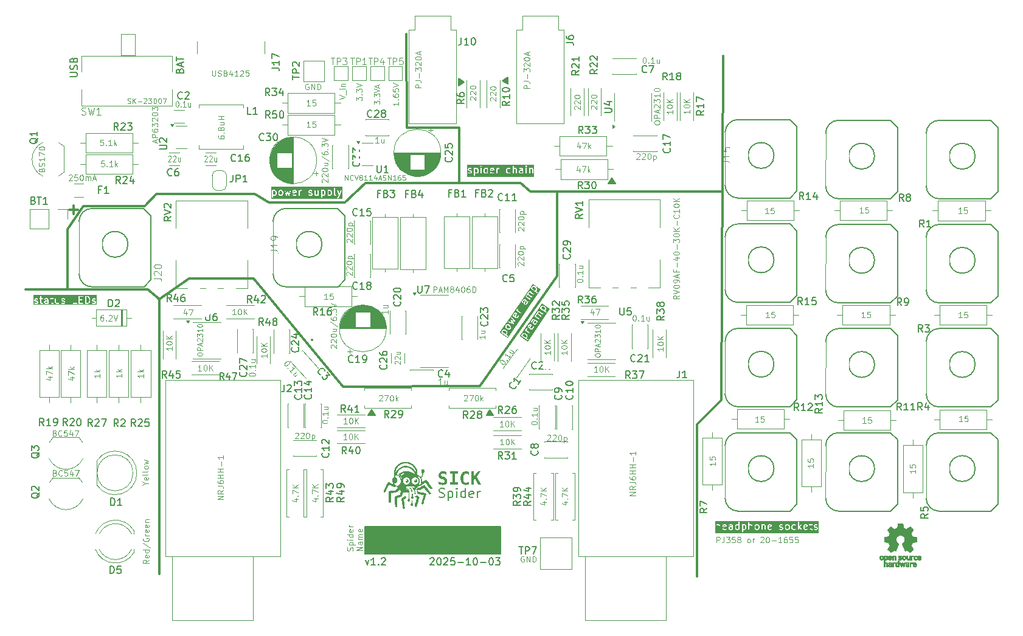
<source format=gto>
G04 #@! TF.GenerationSoftware,KiCad,Pcbnew,9.0.1+1*
G04 #@! TF.CreationDate,2025-10-02T22:25:14+00:00*
G04 #@! TF.ProjectId,spider2,73706964-6572-4322-9e6b-696361645f70,rev?*
G04 #@! TF.SameCoordinates,Original*
G04 #@! TF.FileFunction,Legend,Top*
G04 #@! TF.FilePolarity,Positive*
%FSLAX46Y46*%
G04 Gerber Fmt 4.6, Leading zero omitted, Abs format (unit mm)*
G04 Created by KiCad (PCBNEW 9.0.1+1) date 2025-10-02 22:25:14*
%MOMM*%
%LPD*%
G01*
G04 APERTURE LIST*
%ADD10C,0.300000*%
%ADD11C,0.150000*%
%ADD12C,0.000000*%
%ADD13C,0.200000*%
%ADD14C,0.100000*%
%ADD15C,0.400000*%
%ADD16C,0.120000*%
%ADD17C,0.130000*%
%ADD18C,0.127000*%
%ADD19C,0.010000*%
%ADD20C,1.400000*%
%ADD21O,1.400000X1.400000*%
%ADD22C,1.600000*%
%ADD23O,1.600000X1.600000*%
%ADD24R,1.600000X1.600000*%
%ADD25R,2.500000X2.500000*%
%ADD26O,2.300000X1.500000*%
%ADD27O,1.703200X3.203200*%
%ADD28O,1.903200X3.203200*%
%ADD29O,1.500000X2.300000*%
%ADD30O,3.203200X2.203200*%
%ADD31C,0.800000*%
%ADD32C,6.400000*%
%ADD33C,3.000000*%
%ADD34C,2.000000*%
%ADD35O,1.100000X1.700000*%
%ADD36R,1.500000X1.500000*%
%ADD37C,1.500000*%
%ADD38C,1.524000*%
%ADD39O,1.500000X2.500000*%
%ADD40C,4.000000*%
%ADD41C,1.800000*%
%ADD42R,1.700000X1.700000*%
%ADD43O,1.700000X1.700000*%
%ADD44R,1.800000X1.800000*%
%ADD45R,2.350000X5.100000*%
%ADD46R,4.000000X4.000000*%
G04 APERTURE END LIST*
D10*
X154273450Y-51540000D02*
X145723450Y-51540000D01*
X234650000Y-49550000D02*
X208000600Y-49550000D01*
X211700000Y-61300000D02*
X211680000Y-49575000D01*
D11*
X219810000Y-48420000D02*
X218810000Y-48420000D01*
X219310000Y-47670000D01*
X219810000Y-48420000D01*
G36*
X219810000Y-48420000D02*
G01*
X218810000Y-48420000D01*
X219310000Y-47670000D01*
X219810000Y-48420000D01*
G37*
D12*
G36*
X190493168Y-91951958D02*
G01*
X190499207Y-91953700D01*
X190506857Y-91956452D01*
X190515872Y-91960093D01*
X190537018Y-91969545D01*
X190560685Y-91981072D01*
X190584916Y-91993691D01*
X190607748Y-92006417D01*
X190618028Y-92012513D01*
X190627224Y-92018267D01*
X190635091Y-92023556D01*
X190641383Y-92028256D01*
X190648806Y-92034565D01*
X190656213Y-92041520D01*
X190663539Y-92049023D01*
X190670719Y-92056975D01*
X190677689Y-92065278D01*
X190684382Y-92073835D01*
X190690735Y-92082547D01*
X190696681Y-92091315D01*
X190702156Y-92100042D01*
X190707095Y-92108630D01*
X190711432Y-92116980D01*
X190715103Y-92124994D01*
X190718042Y-92132574D01*
X190720184Y-92139622D01*
X190720936Y-92142916D01*
X190721464Y-92146039D01*
X190721760Y-92148981D01*
X190721817Y-92151728D01*
X190721910Y-92159531D01*
X190721501Y-92162980D01*
X190720317Y-92166523D01*
X190718010Y-92170454D01*
X190714227Y-92175069D01*
X190708616Y-92180665D01*
X190700826Y-92187535D01*
X190677306Y-92206285D01*
X190640854Y-92233683D01*
X190517911Y-92323884D01*
X190473417Y-92356946D01*
X190432892Y-92387295D01*
X190400833Y-92411692D01*
X190389384Y-92420646D01*
X190381739Y-92426895D01*
X190354928Y-92448767D01*
X190376800Y-92621628D01*
X190396732Y-92783024D01*
X190415606Y-92928545D01*
X190446705Y-93173979D01*
X190470198Y-93374897D01*
X190478617Y-93454756D01*
X190484563Y-93518797D01*
X190487847Y-93565459D01*
X190488431Y-93581784D01*
X190488278Y-93593178D01*
X190487869Y-93601003D01*
X190487421Y-93608118D01*
X190486911Y-93614589D01*
X190486316Y-93620486D01*
X190485613Y-93625873D01*
X190484780Y-93630820D01*
X190483795Y-93635392D01*
X190482633Y-93639657D01*
X190481274Y-93643682D01*
X190479693Y-93647535D01*
X190477868Y-93651283D01*
X190475776Y-93654992D01*
X190473395Y-93658730D01*
X190470702Y-93662564D01*
X190467674Y-93666561D01*
X190464289Y-93670789D01*
X190459112Y-93676759D01*
X190453171Y-93682725D01*
X190446560Y-93688635D01*
X190439374Y-93694436D01*
X190431709Y-93700077D01*
X190423659Y-93705503D01*
X190415320Y-93710663D01*
X190406786Y-93715504D01*
X190398153Y-93719972D01*
X190389517Y-93724016D01*
X190380971Y-93727582D01*
X190372611Y-93730618D01*
X190364532Y-93733071D01*
X190356830Y-93734889D01*
X190349598Y-93736018D01*
X190342933Y-93736406D01*
X190337114Y-93736291D01*
X190331302Y-93735949D01*
X190325504Y-93735385D01*
X190319729Y-93734603D01*
X190313983Y-93733609D01*
X190308274Y-93732406D01*
X190302609Y-93731000D01*
X190296995Y-93729395D01*
X190291441Y-93727595D01*
X190285952Y-93725606D01*
X190280538Y-93723431D01*
X190275204Y-93721077D01*
X190269959Y-93718546D01*
X190264809Y-93715845D01*
X190259763Y-93712977D01*
X190254827Y-93709948D01*
X190250009Y-93706761D01*
X190245316Y-93703422D01*
X190240756Y-93699935D01*
X190236335Y-93696305D01*
X190232062Y-93692537D01*
X190227943Y-93688634D01*
X190223987Y-93684603D01*
X190220200Y-93680447D01*
X190216589Y-93676171D01*
X190213163Y-93671779D01*
X190209928Y-93667278D01*
X190206892Y-93662670D01*
X190204062Y-93657961D01*
X190201446Y-93653155D01*
X190199050Y-93648257D01*
X190196883Y-93643272D01*
X190193660Y-93631241D01*
X190189354Y-93609329D01*
X190177922Y-93538409D01*
X190163447Y-93435608D01*
X190146789Y-93306017D01*
X190094578Y-92886212D01*
X190076939Y-92753567D01*
X190055067Y-92593406D01*
X190049583Y-92553425D01*
X190044803Y-92516313D01*
X190040767Y-92482492D01*
X190037516Y-92452383D01*
X190035092Y-92426409D01*
X190033536Y-92404990D01*
X190032890Y-92388548D01*
X190032921Y-92382326D01*
X190033195Y-92377506D01*
X190035095Y-92362459D01*
X190037880Y-92348278D01*
X190041938Y-92334572D01*
X190047658Y-92320951D01*
X190055429Y-92307025D01*
X190065639Y-92292401D01*
X190078677Y-92276690D01*
X190094931Y-92259502D01*
X190114790Y-92240445D01*
X190138642Y-92219128D01*
X190166877Y-92195162D01*
X190199882Y-92168154D01*
X190281760Y-92103455D01*
X190387383Y-92021906D01*
X190406103Y-92007733D01*
X190423896Y-91994511D01*
X190440366Y-91982528D01*
X190455117Y-91972076D01*
X190467751Y-91963443D01*
X190473150Y-91959899D01*
X190477871Y-91956918D01*
X190481864Y-91954536D01*
X190485081Y-91952790D01*
X190487470Y-91951716D01*
X190488339Y-91951443D01*
X190488983Y-91951350D01*
X190493168Y-91951958D01*
G37*
G36*
X192024978Y-89624428D02*
G01*
X192038323Y-89625237D01*
X192051502Y-89626465D01*
X192064318Y-89628102D01*
X192076571Y-89630139D01*
X192088064Y-89632564D01*
X192098598Y-89635367D01*
X192107974Y-89638538D01*
X192115994Y-89642067D01*
X192125233Y-89647170D01*
X192134160Y-89652678D01*
X192142767Y-89658573D01*
X192151050Y-89664839D01*
X192159002Y-89671460D01*
X192166616Y-89678417D01*
X192173886Y-89685694D01*
X192180806Y-89693275D01*
X192193570Y-89709278D01*
X192204857Y-89726291D01*
X192214617Y-89744179D01*
X192222798Y-89762805D01*
X192229350Y-89782035D01*
X192234223Y-89801733D01*
X192237366Y-89821764D01*
X192238728Y-89841993D01*
X192238725Y-89852139D01*
X192238259Y-89862283D01*
X192237321Y-89872409D01*
X192235907Y-89882500D01*
X192234010Y-89892539D01*
X192231623Y-89902508D01*
X192228740Y-89912392D01*
X192225356Y-89922172D01*
X192221164Y-89932342D01*
X192216528Y-89942213D01*
X192211449Y-89951785D01*
X192205931Y-89961055D01*
X192199974Y-89970024D01*
X192193581Y-89978690D01*
X192186754Y-89987052D01*
X192179495Y-89995109D01*
X192171805Y-90002861D01*
X192163688Y-90010305D01*
X192155146Y-90017441D01*
X192146179Y-90024269D01*
X192136791Y-90030786D01*
X192126983Y-90036992D01*
X192116758Y-90042886D01*
X192106117Y-90048467D01*
X192091996Y-90055108D01*
X192085707Y-90057882D01*
X192079802Y-90060318D01*
X192074182Y-90062436D01*
X192068749Y-90064255D01*
X192063404Y-90065795D01*
X192058051Y-90067076D01*
X192052590Y-90068117D01*
X192046923Y-90068938D01*
X192040953Y-90069558D01*
X192034580Y-90069997D01*
X192027707Y-90070276D01*
X192020236Y-90070412D01*
X192003106Y-90070339D01*
X191990588Y-90070022D01*
X191978670Y-90069323D01*
X191967306Y-90068226D01*
X191956451Y-90066712D01*
X191946058Y-90064764D01*
X191936083Y-90062365D01*
X191926480Y-90059496D01*
X191917204Y-90056140D01*
X191908209Y-90052280D01*
X191899450Y-90047898D01*
X191890880Y-90042976D01*
X191882456Y-90037498D01*
X191874130Y-90031445D01*
X191865859Y-90024799D01*
X191857595Y-90017544D01*
X191849295Y-90009661D01*
X191841016Y-90000966D01*
X191833367Y-89992316D01*
X191826335Y-89983677D01*
X191819904Y-89975012D01*
X191814060Y-89966285D01*
X191808788Y-89957460D01*
X191804075Y-89948501D01*
X191799906Y-89939371D01*
X191796265Y-89930034D01*
X191793140Y-89920454D01*
X191790514Y-89910596D01*
X191788374Y-89900422D01*
X191786706Y-89889896D01*
X191785494Y-89878984D01*
X191784725Y-89867647D01*
X191784383Y-89855850D01*
X191784434Y-89848644D01*
X191784587Y-89841819D01*
X191784848Y-89835346D01*
X191785221Y-89829194D01*
X191785710Y-89823330D01*
X191786318Y-89817726D01*
X191787051Y-89812348D01*
X191787911Y-89807167D01*
X191788904Y-89802151D01*
X191790033Y-89797270D01*
X191791303Y-89792492D01*
X191792718Y-89787786D01*
X191794281Y-89783122D01*
X191795998Y-89778468D01*
X191797871Y-89773794D01*
X191799906Y-89769067D01*
X191803028Y-89762421D01*
X191806031Y-89756512D01*
X191808896Y-89751349D01*
X191810270Y-89749050D01*
X191811603Y-89746941D01*
X191812890Y-89745024D01*
X191814131Y-89743299D01*
X191815323Y-89741767D01*
X191816463Y-89740430D01*
X191817548Y-89739289D01*
X191818577Y-89738345D01*
X191819547Y-89737599D01*
X191820455Y-89737052D01*
X191821299Y-89736706D01*
X191822076Y-89736562D01*
X191822785Y-89736620D01*
X191823422Y-89736883D01*
X191823985Y-89737351D01*
X191824472Y-89738024D01*
X191824880Y-89738906D01*
X191825206Y-89739996D01*
X191825449Y-89741296D01*
X191825606Y-89742807D01*
X191825674Y-89744530D01*
X191825651Y-89746466D01*
X191825535Y-89748616D01*
X191825323Y-89750983D01*
X191825012Y-89753566D01*
X191824600Y-89756367D01*
X191824220Y-89760294D01*
X191824133Y-89764265D01*
X191824328Y-89768267D01*
X191824796Y-89772290D01*
X191825527Y-89776323D01*
X191826513Y-89780355D01*
X191827743Y-89784374D01*
X191829208Y-89788371D01*
X191830899Y-89792333D01*
X191832805Y-89796250D01*
X191834917Y-89800111D01*
X191837226Y-89803905D01*
X191839722Y-89807621D01*
X191842395Y-89811248D01*
X191845237Y-89814775D01*
X191848236Y-89818191D01*
X191851385Y-89821485D01*
X191854673Y-89824647D01*
X191858090Y-89827664D01*
X191861628Y-89830526D01*
X191865276Y-89833223D01*
X191869026Y-89835742D01*
X191872867Y-89838074D01*
X191876789Y-89840207D01*
X191880784Y-89842130D01*
X191884842Y-89843832D01*
X191888953Y-89845303D01*
X191893108Y-89846531D01*
X191897297Y-89847505D01*
X191901510Y-89848214D01*
X191905739Y-89848648D01*
X191909972Y-89848795D01*
X191915574Y-89848598D01*
X191921251Y-89848016D01*
X191926980Y-89847060D01*
X191932737Y-89845741D01*
X191938498Y-89844071D01*
X191944240Y-89842060D01*
X191949938Y-89839721D01*
X191955569Y-89837065D01*
X191961109Y-89834103D01*
X191966534Y-89830846D01*
X191971820Y-89827306D01*
X191976945Y-89823494D01*
X191981883Y-89819422D01*
X191986612Y-89815100D01*
X191991107Y-89810541D01*
X191995345Y-89805756D01*
X191998473Y-89801950D01*
X192001252Y-89798429D01*
X192003699Y-89795129D01*
X192005829Y-89791987D01*
X192007657Y-89788940D01*
X192009198Y-89785925D01*
X192010469Y-89782879D01*
X192011484Y-89779739D01*
X192012260Y-89776441D01*
X192012811Y-89772924D01*
X192013154Y-89769124D01*
X192013303Y-89764977D01*
X192013275Y-89760421D01*
X192013084Y-89755393D01*
X192012746Y-89749829D01*
X192012278Y-89743667D01*
X192011736Y-89737614D01*
X192011150Y-89732116D01*
X192010495Y-89727119D01*
X192009742Y-89722566D01*
X192008865Y-89718402D01*
X192008372Y-89716449D01*
X192007838Y-89714571D01*
X192007259Y-89712763D01*
X192006632Y-89711017D01*
X192005955Y-89709326D01*
X192005222Y-89707684D01*
X192004432Y-89706083D01*
X192003581Y-89704516D01*
X192002665Y-89702977D01*
X192001681Y-89701458D01*
X192000626Y-89699952D01*
X191999496Y-89698453D01*
X191998288Y-89696954D01*
X191996998Y-89695447D01*
X191994162Y-89692382D01*
X191990960Y-89689204D01*
X191987365Y-89685857D01*
X191983350Y-89682284D01*
X191980493Y-89680021D01*
X191977496Y-89677742D01*
X191971179Y-89673200D01*
X191964598Y-89668790D01*
X191957950Y-89664645D01*
X191954663Y-89662713D01*
X191951435Y-89660897D01*
X191948289Y-89659213D01*
X191945250Y-89657678D01*
X191942344Y-89656308D01*
X191939594Y-89655120D01*
X191937027Y-89654130D01*
X191934667Y-89653356D01*
X191911383Y-89646300D01*
X191936078Y-89634306D01*
X191943602Y-89631386D01*
X191952548Y-89628967D01*
X191962718Y-89627041D01*
X191973913Y-89625597D01*
X191985935Y-89624624D01*
X191998586Y-89624111D01*
X192011666Y-89624050D01*
X192024978Y-89624428D01*
G37*
D10*
X181900000Y-76700000D02*
X200950000Y-76650000D01*
X155923450Y-49890000D02*
X169570400Y-49885600D01*
D12*
G36*
X190621464Y-87184088D02*
G01*
X190648692Y-87185146D01*
X190678550Y-87186734D01*
X190711939Y-87188850D01*
X190780809Y-87194845D01*
X190846314Y-87202939D01*
X190878138Y-87207852D01*
X190909521Y-87213382D01*
X190940595Y-87219562D01*
X190971495Y-87226421D01*
X191002354Y-87233992D01*
X191033304Y-87242304D01*
X191064480Y-87251390D01*
X191096015Y-87261280D01*
X191160693Y-87283596D01*
X191228406Y-87309500D01*
X191283766Y-87332572D01*
X191337681Y-87357088D01*
X191390179Y-87383070D01*
X191441285Y-87410538D01*
X191491027Y-87439516D01*
X191539432Y-87470024D01*
X191586526Y-87502085D01*
X191632336Y-87535719D01*
X191676890Y-87570950D01*
X191720214Y-87607797D01*
X191762335Y-87646285D01*
X191803279Y-87686433D01*
X191843074Y-87728263D01*
X191881747Y-87771798D01*
X191919325Y-87817059D01*
X191955833Y-87864067D01*
X191975952Y-87891423D01*
X191995539Y-87919464D01*
X192014557Y-87948118D01*
X192032970Y-87977309D01*
X192050743Y-88006963D01*
X192067839Y-88037005D01*
X192084222Y-88067362D01*
X192099855Y-88097959D01*
X192114703Y-88128721D01*
X192128729Y-88159573D01*
X192141897Y-88190443D01*
X192154172Y-88221254D01*
X192165516Y-88251934D01*
X192175894Y-88282406D01*
X192185269Y-88312598D01*
X192193606Y-88342434D01*
X192206280Y-88391366D01*
X192216018Y-88433064D01*
X192223260Y-88471802D01*
X192228443Y-88511855D01*
X192232005Y-88557497D01*
X192234385Y-88613003D01*
X192236020Y-88682648D01*
X192237350Y-88770706D01*
X192238544Y-88853472D01*
X192239083Y-88887026D01*
X192239621Y-88915841D01*
X192239898Y-88928584D01*
X192240184Y-88940278D01*
X192240483Y-88950967D01*
X192240798Y-88960698D01*
X192241133Y-88969514D01*
X192241491Y-88977461D01*
X192241875Y-88984584D01*
X192242289Y-88990928D01*
X192242736Y-88996538D01*
X192243219Y-89001459D01*
X192243743Y-89005737D01*
X192244020Y-89007649D01*
X192244309Y-89009417D01*
X192244610Y-89011046D01*
X192244922Y-89012543D01*
X192245247Y-89013912D01*
X192245585Y-89015160D01*
X192245936Y-89016292D01*
X192246301Y-89017314D01*
X192246680Y-89018232D01*
X192247073Y-89019051D01*
X192247482Y-89019776D01*
X192247906Y-89020414D01*
X192248346Y-89020969D01*
X192248802Y-89021449D01*
X192249274Y-89021857D01*
X192249764Y-89022201D01*
X192250272Y-89022485D01*
X192250797Y-89022715D01*
X192251340Y-89022897D01*
X192251903Y-89023036D01*
X192252484Y-89023139D01*
X192253085Y-89023210D01*
X192254348Y-89023281D01*
X192255694Y-89023295D01*
X192261570Y-89023562D01*
X192268532Y-89024339D01*
X192276462Y-89025592D01*
X192285240Y-89027286D01*
X192304857Y-89031853D01*
X192326426Y-89037759D01*
X192348988Y-89044723D01*
X192371582Y-89052465D01*
X192393250Y-89060703D01*
X192413034Y-89069156D01*
X192430211Y-89077342D01*
X192447792Y-89086492D01*
X192465652Y-89096509D01*
X192483666Y-89107300D01*
X192501709Y-89118769D01*
X192519657Y-89130820D01*
X192537382Y-89143360D01*
X192554762Y-89156292D01*
X192571670Y-89169522D01*
X192587982Y-89182954D01*
X192603573Y-89196494D01*
X192618317Y-89210046D01*
X192632090Y-89223516D01*
X192644766Y-89236808D01*
X192656220Y-89249827D01*
X192666328Y-89262478D01*
X192669243Y-89266138D01*
X192672157Y-89269696D01*
X192675050Y-89273135D01*
X192677903Y-89276435D01*
X192680699Y-89279578D01*
X192683418Y-89282545D01*
X192686042Y-89285318D01*
X192688553Y-89287878D01*
X192690931Y-89290207D01*
X192693158Y-89292285D01*
X192695216Y-89294095D01*
X192697086Y-89295617D01*
X192698749Y-89296834D01*
X192700187Y-89297726D01*
X192700815Y-89298044D01*
X192701380Y-89298274D01*
X192701880Y-89298414D01*
X192702311Y-89298462D01*
X192702826Y-89298400D01*
X192703440Y-89298218D01*
X192704957Y-89297502D01*
X192706838Y-89296341D01*
X192709058Y-89294757D01*
X192711592Y-89292777D01*
X192714416Y-89290425D01*
X192720832Y-89284703D01*
X192728108Y-89277791D01*
X192736046Y-89269886D01*
X192744446Y-89261188D01*
X192753111Y-89251895D01*
X192765365Y-89237888D01*
X192777257Y-89222854D01*
X192788790Y-89206791D01*
X192799965Y-89189696D01*
X192810784Y-89171567D01*
X192821250Y-89152403D01*
X192831364Y-89132202D01*
X192841129Y-89110960D01*
X192850547Y-89088677D01*
X192859620Y-89065350D01*
X192868349Y-89040977D01*
X192876738Y-89015556D01*
X192884787Y-88989085D01*
X192892500Y-88961562D01*
X192899878Y-88932984D01*
X192906923Y-88903350D01*
X192911012Y-88885065D01*
X192914534Y-88868985D01*
X192917466Y-88854935D01*
X192919788Y-88842739D01*
X192920713Y-88837281D01*
X192921477Y-88832221D01*
X192922078Y-88827537D01*
X192922512Y-88823206D01*
X192922778Y-88819208D01*
X192922871Y-88815519D01*
X192922791Y-88812118D01*
X192922533Y-88808982D01*
X192922095Y-88806091D01*
X192921475Y-88803422D01*
X192920670Y-88800952D01*
X192919676Y-88798661D01*
X192918492Y-88796526D01*
X192917115Y-88794524D01*
X192915541Y-88792635D01*
X192913769Y-88790836D01*
X192911795Y-88789106D01*
X192909616Y-88787421D01*
X192907231Y-88785761D01*
X192904636Y-88784103D01*
X192898807Y-88780707D01*
X192892106Y-88777056D01*
X192885410Y-88773224D01*
X192878591Y-88768655D01*
X192871709Y-88763426D01*
X192864821Y-88757609D01*
X192857986Y-88751280D01*
X192851265Y-88744512D01*
X192844715Y-88737381D01*
X192838395Y-88729960D01*
X192832365Y-88722324D01*
X192826683Y-88714548D01*
X192821409Y-88706706D01*
X192816600Y-88698872D01*
X192812317Y-88691120D01*
X192808617Y-88683526D01*
X192805561Y-88676163D01*
X192803206Y-88669106D01*
X192801920Y-88661578D01*
X192800725Y-88648965D01*
X192799646Y-88631936D01*
X192798708Y-88611162D01*
X192797352Y-88561057D01*
X192796856Y-88504006D01*
X192796709Y-88461402D01*
X192796878Y-88427365D01*
X192797116Y-88413114D01*
X192797476Y-88400471D01*
X192797972Y-88389259D01*
X192798619Y-88379299D01*
X192799432Y-88370414D01*
X192800425Y-88362426D01*
X192801612Y-88355158D01*
X192803007Y-88348431D01*
X192804626Y-88342068D01*
X192806483Y-88335891D01*
X192808591Y-88329722D01*
X192810967Y-88323384D01*
X192816545Y-88309726D01*
X192822952Y-88296807D01*
X192830170Y-88284636D01*
X192838186Y-88273223D01*
X192846983Y-88262580D01*
X192856545Y-88252715D01*
X192866859Y-88243641D01*
X192877906Y-88235366D01*
X192889674Y-88227901D01*
X192902145Y-88221257D01*
X192915304Y-88215444D01*
X192929136Y-88210473D01*
X192943626Y-88206353D01*
X192958757Y-88203095D01*
X192974515Y-88200709D01*
X192990883Y-88199206D01*
X192999600Y-88198801D01*
X193008156Y-88198644D01*
X193016551Y-88198737D01*
X193024786Y-88199079D01*
X193032860Y-88199671D01*
X193040775Y-88200514D01*
X193048530Y-88201608D01*
X193056125Y-88202954D01*
X193063561Y-88204552D01*
X193070839Y-88206403D01*
X193077958Y-88208507D01*
X193084918Y-88210864D01*
X193091720Y-88213476D01*
X193098364Y-88216342D01*
X193104851Y-88219464D01*
X193111181Y-88222842D01*
X193117353Y-88226476D01*
X193123368Y-88230367D01*
X193129227Y-88234515D01*
X193134930Y-88238921D01*
X193140476Y-88243585D01*
X193145867Y-88248509D01*
X193151102Y-88253691D01*
X193156182Y-88259134D01*
X193161107Y-88264837D01*
X193165877Y-88270801D01*
X193170492Y-88277027D01*
X193174953Y-88283514D01*
X193179261Y-88290264D01*
X193183414Y-88297278D01*
X193187414Y-88304554D01*
X193191261Y-88312095D01*
X193213134Y-88355134D01*
X193213134Y-88647234D01*
X193191261Y-88690273D01*
X193186975Y-88698768D01*
X193182568Y-88706808D01*
X193178022Y-88714415D01*
X193173314Y-88721615D01*
X193168424Y-88728430D01*
X193163331Y-88734884D01*
X193158015Y-88741001D01*
X193152456Y-88746805D01*
X193146632Y-88752320D01*
X193140522Y-88757569D01*
X193134107Y-88762576D01*
X193127365Y-88767366D01*
X193120275Y-88771960D01*
X193112818Y-88776385D01*
X193104972Y-88780662D01*
X193096717Y-88784817D01*
X193067789Y-88798928D01*
X193055089Y-88870189D01*
X193046380Y-88916291D01*
X193036914Y-88960429D01*
X193026677Y-89002640D01*
X193015655Y-89042962D01*
X193003836Y-89081432D01*
X192991205Y-89118087D01*
X192977749Y-89152965D01*
X192963455Y-89186102D01*
X192948310Y-89217535D01*
X192932299Y-89247303D01*
X192915410Y-89275442D01*
X192897629Y-89301989D01*
X192878943Y-89326982D01*
X192859337Y-89350457D01*
X192838800Y-89372453D01*
X192817317Y-89393006D01*
X192780628Y-89425462D01*
X192810967Y-89490373D01*
X192819442Y-89509359D01*
X192827407Y-89528493D01*
X192834863Y-89547791D01*
X192841813Y-89567267D01*
X192848258Y-89586938D01*
X192854201Y-89606818D01*
X192859644Y-89626924D01*
X192864589Y-89647270D01*
X192869038Y-89667873D01*
X192872992Y-89688748D01*
X192876455Y-89709910D01*
X192879428Y-89731375D01*
X192881913Y-89753158D01*
X192883912Y-89775275D01*
X192885427Y-89797742D01*
X192886461Y-89820573D01*
X192887090Y-89843368D01*
X192887387Y-89865486D01*
X192887354Y-89886578D01*
X192886990Y-89906298D01*
X192886296Y-89924298D01*
X192885271Y-89940230D01*
X192883915Y-89953749D01*
X192883113Y-89959494D01*
X192882228Y-89964506D01*
X192880744Y-89973044D01*
X192879483Y-89981087D01*
X192878470Y-89988467D01*
X192878064Y-89991858D01*
X192877730Y-89995021D01*
X192877470Y-89997937D01*
X192877288Y-90000583D01*
X192877186Y-90002940D01*
X192877168Y-90004987D01*
X192877236Y-90006704D01*
X192877395Y-90008068D01*
X192877509Y-90008613D01*
X192877647Y-90009061D01*
X192877808Y-90009412D01*
X192877994Y-90009661D01*
X192878600Y-90009714D01*
X192879864Y-90009354D01*
X192884223Y-90007468D01*
X192890781Y-90004142D01*
X192899249Y-89999519D01*
X192909338Y-89993738D01*
X192920758Y-89986940D01*
X192933219Y-89979266D01*
X192946433Y-89970856D01*
X193011038Y-89929511D01*
X193077512Y-89887612D01*
X193204490Y-89809196D01*
X193259207Y-89776201D01*
X193304216Y-89749698D01*
X193336625Y-89731445D01*
X193347200Y-89725964D01*
X193353539Y-89723206D01*
X193359451Y-89721346D01*
X193365776Y-89719732D01*
X193372465Y-89718364D01*
X193379468Y-89717242D01*
X193386736Y-89716363D01*
X193394219Y-89715727D01*
X193401867Y-89715333D01*
X193409631Y-89715180D01*
X193417461Y-89715267D01*
X193425307Y-89715592D01*
X193433121Y-89716155D01*
X193440851Y-89716955D01*
X193448450Y-89717991D01*
X193455866Y-89719261D01*
X193463052Y-89720764D01*
X193469956Y-89722500D01*
X193488463Y-89728999D01*
X193497864Y-89734090D01*
X193508210Y-89741418D01*
X193520135Y-89751739D01*
X193534274Y-89765809D01*
X193571732Y-89808225D01*
X193625660Y-89874719D01*
X193701136Y-89971341D01*
X193937034Y-90279184D01*
X194092476Y-90483067D01*
X194152090Y-90561883D01*
X194200558Y-90626493D01*
X194238576Y-90677809D01*
X194266837Y-90716738D01*
X194286036Y-90744192D01*
X194296867Y-90761078D01*
X194302830Y-90772737D01*
X194307521Y-90784531D01*
X194310986Y-90796413D01*
X194313271Y-90808338D01*
X194314424Y-90820258D01*
X194314491Y-90832126D01*
X194313518Y-90843897D01*
X194311551Y-90855523D01*
X194308638Y-90866958D01*
X194304825Y-90878155D01*
X194300158Y-90889068D01*
X194294684Y-90899649D01*
X194288449Y-90909853D01*
X194281501Y-90919633D01*
X194273884Y-90928941D01*
X194265646Y-90937732D01*
X194256834Y-90945958D01*
X194247493Y-90953573D01*
X194237671Y-90960531D01*
X194227414Y-90966785D01*
X194216768Y-90972287D01*
X194205780Y-90976993D01*
X194194497Y-90980854D01*
X194182964Y-90983824D01*
X194171229Y-90985857D01*
X194159337Y-90986906D01*
X194147337Y-90986924D01*
X194135273Y-90985865D01*
X194123192Y-90983682D01*
X194111142Y-90980328D01*
X194099168Y-90975757D01*
X194087317Y-90969923D01*
X194071920Y-90957366D01*
X194046163Y-90929397D01*
X194006565Y-90881519D01*
X193949645Y-90809232D01*
X193769916Y-90573444D01*
X193479128Y-90186050D01*
X193460444Y-90160831D01*
X193442770Y-90137356D01*
X193426517Y-90116114D01*
X193412100Y-90097591D01*
X193399932Y-90082277D01*
X193390426Y-90070659D01*
X193383996Y-90063225D01*
X193382064Y-90061229D01*
X193381055Y-90060462D01*
X193377963Y-90061933D01*
X193370604Y-90066150D01*
X193345072Y-90081628D01*
X193308427Y-90104515D01*
X193264639Y-90132428D01*
X193159070Y-90199897D01*
X193061439Y-90261545D01*
X192860355Y-90388545D01*
X192817964Y-90414852D01*
X192778004Y-90438794D01*
X192740326Y-90460454D01*
X192704781Y-90479914D01*
X192671220Y-90497258D01*
X192639495Y-90512568D01*
X192609456Y-90525927D01*
X192580956Y-90537417D01*
X192559781Y-90545020D01*
X192536440Y-90552730D01*
X192512470Y-90560126D01*
X192489410Y-90566786D01*
X192468797Y-90572288D01*
X192452170Y-90576212D01*
X192445831Y-90577449D01*
X192441065Y-90578134D01*
X192438065Y-90578213D01*
X192437287Y-90578009D01*
X192437022Y-90577634D01*
X192437144Y-90577034D01*
X192437503Y-90576043D01*
X192438885Y-90572981D01*
X192441078Y-90568630D01*
X192443990Y-90563170D01*
X192447530Y-90556784D01*
X192451608Y-90549654D01*
X192456132Y-90541962D01*
X192461011Y-90533889D01*
X192471352Y-90516019D01*
X192482354Y-90496759D01*
X192492563Y-90478426D01*
X192496915Y-90470330D01*
X192500523Y-90463334D01*
X192502360Y-90459794D01*
X192504674Y-90455818D01*
X192507429Y-90451449D01*
X192510588Y-90446731D01*
X192517972Y-90436421D01*
X192526540Y-90425234D01*
X192536000Y-90413518D01*
X192546064Y-90401620D01*
X192556442Y-90389887D01*
X192566845Y-90378667D01*
X192581400Y-90363087D01*
X192594952Y-90348018D01*
X192607572Y-90333344D01*
X192619331Y-90318948D01*
X192630301Y-90304714D01*
X192640552Y-90290523D01*
X192650156Y-90276261D01*
X192659184Y-90261809D01*
X192667708Y-90247052D01*
X192675799Y-90231871D01*
X192683528Y-90216152D01*
X192690967Y-90199776D01*
X192698187Y-90182627D01*
X192705259Y-90164588D01*
X192712254Y-90145542D01*
X192719244Y-90125373D01*
X192730532Y-90088493D01*
X192740056Y-90050963D01*
X192747823Y-90012910D01*
X192753839Y-89974461D01*
X192758111Y-89935743D01*
X192760644Y-89896884D01*
X192761445Y-89858011D01*
X192760520Y-89819250D01*
X192757875Y-89780728D01*
X192753517Y-89742574D01*
X192747451Y-89704914D01*
X192739684Y-89667875D01*
X192730222Y-89631584D01*
X192719071Y-89596169D01*
X192706238Y-89561756D01*
X192691728Y-89528473D01*
X192677147Y-89498909D01*
X192661466Y-89470296D01*
X192644711Y-89442656D01*
X192626905Y-89416014D01*
X192608074Y-89390392D01*
X192588243Y-89365816D01*
X192567436Y-89342308D01*
X192545678Y-89319893D01*
X192522994Y-89298594D01*
X192499409Y-89278434D01*
X192474947Y-89259439D01*
X192449634Y-89241631D01*
X192423494Y-89225035D01*
X192396552Y-89209673D01*
X192368833Y-89195570D01*
X192340361Y-89182750D01*
X192331187Y-89179031D01*
X192321344Y-89175353D01*
X192311153Y-89171824D01*
X192300938Y-89168551D01*
X192291020Y-89165642D01*
X192281723Y-89163204D01*
X192273368Y-89161345D01*
X192269645Y-89160666D01*
X192266278Y-89160172D01*
X192235939Y-89155234D01*
X192253578Y-89176401D01*
X192278096Y-89206034D01*
X192294853Y-89226010D01*
X192312139Y-89246250D01*
X192373175Y-89324018D01*
X192425580Y-89403818D01*
X192448547Y-89444459D01*
X192469356Y-89485581D01*
X192488007Y-89527178D01*
X192504502Y-89569240D01*
X192518840Y-89611759D01*
X192531021Y-89654727D01*
X192541045Y-89698134D01*
X192548912Y-89741972D01*
X192554623Y-89786233D01*
X192558178Y-89830908D01*
X192559576Y-89875989D01*
X192558819Y-89921467D01*
X192555905Y-89967334D01*
X192550836Y-90013580D01*
X192534230Y-90107180D01*
X192509003Y-90202197D01*
X192475155Y-90298564D01*
X192432688Y-90396213D01*
X192381602Y-90495075D01*
X192321898Y-90595083D01*
X192253578Y-90696167D01*
X192218847Y-90743880D01*
X192185547Y-90787625D01*
X192152858Y-90828326D01*
X192136488Y-90847826D01*
X192119963Y-90866912D01*
X192103182Y-90885700D01*
X192086043Y-90904306D01*
X192050278Y-90941436D01*
X192011852Y-90979227D01*
X191969944Y-91018606D01*
X191875400Y-91105389D01*
X191895156Y-91145606D01*
X191908616Y-91175429D01*
X191921878Y-91208908D01*
X191934744Y-91245395D01*
X191947014Y-91284248D01*
X191958490Y-91324820D01*
X191968974Y-91366467D01*
X191978268Y-91408544D01*
X191986173Y-91450406D01*
X191987140Y-91456337D01*
X191988193Y-91461969D01*
X191989332Y-91467318D01*
X191990560Y-91472399D01*
X191991879Y-91477229D01*
X191993291Y-91481821D01*
X191994798Y-91486192D01*
X191996403Y-91490358D01*
X191998106Y-91494333D01*
X191999911Y-91498134D01*
X192001819Y-91501776D01*
X192003833Y-91505274D01*
X192005954Y-91508644D01*
X192008185Y-91511901D01*
X192010527Y-91515061D01*
X192012983Y-91518139D01*
X192017886Y-91524001D01*
X192022276Y-91529946D01*
X192026150Y-91535974D01*
X192029509Y-91542084D01*
X192032351Y-91548277D01*
X192034675Y-91554553D01*
X192036481Y-91560911D01*
X192037766Y-91567352D01*
X192038531Y-91573876D01*
X192038773Y-91580482D01*
X192038493Y-91587171D01*
X192037689Y-91593943D01*
X192036360Y-91600797D01*
X192034504Y-91607734D01*
X192032122Y-91614754D01*
X192029211Y-91621856D01*
X192026580Y-91627376D01*
X192023719Y-91632690D01*
X192020642Y-91637792D01*
X192017357Y-91642680D01*
X192013878Y-91647347D01*
X192010214Y-91651791D01*
X192006377Y-91656006D01*
X192002378Y-91659989D01*
X191998228Y-91663735D01*
X191993939Y-91667241D01*
X191989520Y-91670501D01*
X191984984Y-91673512D01*
X191980342Y-91676269D01*
X191975604Y-91678768D01*
X191970783Y-91681005D01*
X191965888Y-91682975D01*
X191960931Y-91684674D01*
X191955923Y-91686099D01*
X191950875Y-91687244D01*
X191945798Y-91688105D01*
X191940705Y-91688679D01*
X191935604Y-91688960D01*
X191930508Y-91688946D01*
X191925428Y-91688630D01*
X191920375Y-91688010D01*
X191915360Y-91687080D01*
X191910394Y-91685838D01*
X191905488Y-91684277D01*
X191900654Y-91682394D01*
X191895901Y-91680186D01*
X191891243Y-91677647D01*
X191886689Y-91674773D01*
X191884121Y-91672908D01*
X191881458Y-91670769D01*
X191878720Y-91668381D01*
X191875929Y-91665766D01*
X191873105Y-91662948D01*
X191870268Y-91659952D01*
X191867440Y-91656801D01*
X191864640Y-91653518D01*
X191861891Y-91650128D01*
X191859211Y-91646654D01*
X191856622Y-91643120D01*
X191854145Y-91639550D01*
X191851800Y-91635968D01*
X191849609Y-91632397D01*
X191847591Y-91628861D01*
X191845767Y-91625384D01*
X191842220Y-91617916D01*
X191839254Y-91610586D01*
X191836871Y-91603385D01*
X191835073Y-91596302D01*
X191834394Y-91592801D01*
X191833862Y-91589326D01*
X191833477Y-91585875D01*
X191833240Y-91582447D01*
X191833151Y-91579041D01*
X191833210Y-91575655D01*
X191833417Y-91572288D01*
X191833772Y-91568939D01*
X191834277Y-91565607D01*
X191834930Y-91562290D01*
X191835733Y-91558987D01*
X191836685Y-91555696D01*
X191837788Y-91552417D01*
X191839040Y-91549148D01*
X191840443Y-91545888D01*
X191841996Y-91542635D01*
X191845556Y-91536147D01*
X191849722Y-91529674D01*
X191854495Y-91523204D01*
X191859878Y-91516728D01*
X191881045Y-91492739D01*
X191865522Y-91420773D01*
X191854584Y-91373527D01*
X191841915Y-91327102D01*
X191827570Y-91281590D01*
X191811602Y-91237086D01*
X191794068Y-91193681D01*
X191775022Y-91151468D01*
X191754519Y-91110541D01*
X191732613Y-91070993D01*
X191709360Y-91032917D01*
X191684813Y-90996406D01*
X191659029Y-90961552D01*
X191632061Y-90928449D01*
X191603964Y-90897190D01*
X191574794Y-90867868D01*
X191544604Y-90840576D01*
X191513450Y-90815406D01*
X191506144Y-90809819D01*
X191499549Y-90804673D01*
X191493631Y-90799929D01*
X191488359Y-90795551D01*
X191483698Y-90791500D01*
X191479617Y-90787736D01*
X191476080Y-90784223D01*
X191474507Y-90782548D01*
X191473057Y-90780922D01*
X191471727Y-90779339D01*
X191470513Y-90777794D01*
X191469411Y-90776284D01*
X191468416Y-90774802D01*
X191467524Y-90773345D01*
X191466732Y-90771907D01*
X191466034Y-90770484D01*
X191465428Y-90769071D01*
X191464909Y-90767663D01*
X191464472Y-90766255D01*
X191464113Y-90764843D01*
X191463830Y-90763422D01*
X191463616Y-90761987D01*
X191463468Y-90760533D01*
X191463383Y-90759056D01*
X191463355Y-90757550D01*
X191463422Y-90755078D01*
X191463623Y-90752685D01*
X191463774Y-90751517D01*
X191463960Y-90750368D01*
X191464181Y-90749237D01*
X191464436Y-90748125D01*
X191464726Y-90747030D01*
X191465052Y-90745952D01*
X191465414Y-90744891D01*
X191465811Y-90743846D01*
X191466245Y-90742817D01*
X191466715Y-90741804D01*
X191467222Y-90740806D01*
X191467765Y-90739823D01*
X191468346Y-90738855D01*
X191468965Y-90737901D01*
X191469621Y-90736960D01*
X191470315Y-90736032D01*
X191471047Y-90735118D01*
X191471818Y-90734216D01*
X191473476Y-90732448D01*
X191475291Y-90730726D01*
X191477266Y-90729046D01*
X191479401Y-90727405D01*
X191481700Y-90725800D01*
X191484635Y-90724055D01*
X191487383Y-90722523D01*
X191489991Y-90721202D01*
X191492504Y-90720090D01*
X191494967Y-90719184D01*
X191497426Y-90718483D01*
X191499927Y-90717985D01*
X191502514Y-90717687D01*
X191505234Y-90717587D01*
X191508131Y-90717684D01*
X191511251Y-90717975D01*
X191514641Y-90718458D01*
X191518344Y-90719132D01*
X191522407Y-90719993D01*
X191526876Y-90721041D01*
X191531795Y-90722273D01*
X191540643Y-90724969D01*
X191549730Y-90728300D01*
X191559063Y-90732272D01*
X191568649Y-90736891D01*
X191578495Y-90742163D01*
X191588610Y-90748094D01*
X191598999Y-90754691D01*
X191609670Y-90761960D01*
X191620631Y-90769907D01*
X191631888Y-90778538D01*
X191643449Y-90787859D01*
X191655322Y-90797877D01*
X191667513Y-90808598D01*
X191680029Y-90820028D01*
X191692878Y-90832173D01*
X191706067Y-90845039D01*
X191716783Y-90855733D01*
X191726243Y-90865105D01*
X191734547Y-90873222D01*
X191738298Y-90876831D01*
X191741797Y-90880152D01*
X191745057Y-90883192D01*
X191748091Y-90885961D01*
X191750911Y-90888466D01*
X191753531Y-90890717D01*
X191755961Y-90892721D01*
X191758216Y-90894487D01*
X191760307Y-90896024D01*
X191762247Y-90897339D01*
X191764048Y-90898441D01*
X191765724Y-90899338D01*
X191766518Y-90899713D01*
X191767286Y-90900040D01*
X191768028Y-90900320D01*
X191768747Y-90900554D01*
X191769443Y-90900743D01*
X191770120Y-90900888D01*
X191770777Y-90900991D01*
X191771417Y-90901052D01*
X191772040Y-90901072D01*
X191772650Y-90901053D01*
X191773247Y-90900995D01*
X191773833Y-90900899D01*
X191774409Y-90900768D01*
X191774978Y-90900601D01*
X191775540Y-90900399D01*
X191776097Y-90900164D01*
X191777202Y-90899599D01*
X191778308Y-90898914D01*
X191779425Y-90898116D01*
X191780566Y-90897214D01*
X191781744Y-90896217D01*
X191782972Y-90895134D01*
X191786970Y-90891131D01*
X191791008Y-90886564D01*
X191795060Y-90881477D01*
X191799101Y-90875918D01*
X191803104Y-90869934D01*
X191807045Y-90863570D01*
X191810897Y-90856873D01*
X191814634Y-90849890D01*
X191818231Y-90842667D01*
X191821661Y-90835251D01*
X191824898Y-90827688D01*
X191827918Y-90820025D01*
X191830694Y-90812308D01*
X191833200Y-90804584D01*
X191835411Y-90796899D01*
X191837300Y-90789300D01*
X191838917Y-90781571D01*
X191840198Y-90773864D01*
X191841147Y-90766187D01*
X191841766Y-90758545D01*
X191842060Y-90750946D01*
X191842030Y-90743396D01*
X191841681Y-90735901D01*
X191841015Y-90728468D01*
X191840037Y-90721103D01*
X191838748Y-90713813D01*
X191837153Y-90706604D01*
X191835254Y-90699483D01*
X191833055Y-90692455D01*
X191830559Y-90685528D01*
X191827769Y-90678708D01*
X191824688Y-90672002D01*
X191821321Y-90665415D01*
X191817669Y-90658955D01*
X191813736Y-90652627D01*
X191809526Y-90646439D01*
X191805041Y-90640397D01*
X191800285Y-90634507D01*
X191795261Y-90628775D01*
X191789973Y-90623208D01*
X191784423Y-90617813D01*
X191778614Y-90612596D01*
X191772551Y-90607564D01*
X191766236Y-90602722D01*
X191759672Y-90598078D01*
X191752863Y-90593638D01*
X191745812Y-90589408D01*
X191738522Y-90585395D01*
X191728817Y-90581169D01*
X191714192Y-90577909D01*
X191690190Y-90575461D01*
X191652356Y-90573665D01*
X191517364Y-90571405D01*
X191273561Y-90569872D01*
X191107181Y-90569200D01*
X191040157Y-90569091D01*
X190982729Y-90569255D01*
X190934012Y-90569783D01*
X190912643Y-90570212D01*
X190893119Y-90570766D01*
X190875331Y-90571456D01*
X190859166Y-90572294D01*
X190844515Y-90573291D01*
X190831266Y-90574459D01*
X190819309Y-90575808D01*
X190808534Y-90577351D01*
X190798829Y-90579099D01*
X190790083Y-90581062D01*
X190782187Y-90583253D01*
X190775029Y-90585683D01*
X190768499Y-90588363D01*
X190762485Y-90591304D01*
X190756878Y-90594518D01*
X190751566Y-90598016D01*
X190746439Y-90601810D01*
X190741386Y-90605911D01*
X190736297Y-90610330D01*
X190731059Y-90615079D01*
X190719700Y-90625612D01*
X190710304Y-90634468D01*
X190701678Y-90643347D01*
X190693801Y-90652304D01*
X190686649Y-90661396D01*
X190680200Y-90670679D01*
X190674432Y-90680207D01*
X190669320Y-90690037D01*
X190664843Y-90700224D01*
X190660978Y-90710825D01*
X190657702Y-90721895D01*
X190654992Y-90733490D01*
X190652827Y-90745666D01*
X190651181Y-90758479D01*
X190650035Y-90771984D01*
X190649363Y-90786237D01*
X190649144Y-90801295D01*
X190649352Y-90814312D01*
X190649977Y-90826914D01*
X190651023Y-90839117D01*
X190652496Y-90850937D01*
X190654398Y-90862389D01*
X190656735Y-90873489D01*
X190659509Y-90884252D01*
X190662726Y-90894693D01*
X190666390Y-90904828D01*
X190670504Y-90914673D01*
X190675073Y-90924243D01*
X190680101Y-90933553D01*
X190685592Y-90942620D01*
X190691550Y-90951458D01*
X190697979Y-90960083D01*
X190704883Y-90968511D01*
X190711225Y-90975527D01*
X190718048Y-90982270D01*
X190725302Y-90988715D01*
X190732940Y-90994837D01*
X190740913Y-91000613D01*
X190749172Y-91006016D01*
X190757669Y-91011023D01*
X190766355Y-91015607D01*
X190775181Y-91019746D01*
X190784100Y-91023413D01*
X190793062Y-91026583D01*
X190802019Y-91029233D01*
X190810922Y-91031338D01*
X190819722Y-91032872D01*
X190828372Y-91033810D01*
X190836822Y-91034128D01*
X190842549Y-91034117D01*
X190847581Y-91034070D01*
X190851948Y-91033970D01*
X190855685Y-91033798D01*
X190857326Y-91033678D01*
X190858822Y-91033534D01*
X190860175Y-91033362D01*
X190861391Y-91033161D01*
X190862473Y-91032928D01*
X190863425Y-91032660D01*
X190864252Y-91032355D01*
X190864956Y-91032012D01*
X190865543Y-91031627D01*
X190866016Y-91031198D01*
X190866379Y-91030724D01*
X190866636Y-91030201D01*
X190866792Y-91029627D01*
X190866849Y-91029001D01*
X190866813Y-91028319D01*
X190866687Y-91027580D01*
X190866475Y-91026781D01*
X190866182Y-91025919D01*
X190865811Y-91024993D01*
X190865366Y-91024000D01*
X190864270Y-91021804D01*
X190862928Y-91019312D01*
X190861948Y-91017531D01*
X190860610Y-91015381D01*
X190856953Y-91010095D01*
X190852138Y-91003685D01*
X190846347Y-90996381D01*
X190839763Y-90988416D01*
X190832567Y-90980021D01*
X190824941Y-90971428D01*
X190817067Y-90962867D01*
X190809913Y-90954901D01*
X190803529Y-90947389D01*
X190797905Y-90940307D01*
X190795376Y-90936920D01*
X190793034Y-90933631D01*
X190790878Y-90930436D01*
X190788907Y-90927334D01*
X190787119Y-90924321D01*
X190785515Y-90921394D01*
X190784093Y-90918549D01*
X190782851Y-90915784D01*
X190781790Y-90913095D01*
X190780907Y-90910480D01*
X190780202Y-90907934D01*
X190779674Y-90905457D01*
X190779321Y-90903043D01*
X190779143Y-90900690D01*
X190779139Y-90898395D01*
X190779307Y-90896155D01*
X190779647Y-90893966D01*
X190780157Y-90891826D01*
X190780837Y-90889732D01*
X190781686Y-90887680D01*
X190782701Y-90885667D01*
X190783884Y-90883690D01*
X190785231Y-90881747D01*
X190786743Y-90879833D01*
X190788418Y-90877947D01*
X190790256Y-90876084D01*
X190794093Y-90872610D01*
X190798190Y-90869726D01*
X190802538Y-90867424D01*
X190807130Y-90865700D01*
X190811955Y-90864547D01*
X190817006Y-90863959D01*
X190822274Y-90863930D01*
X190827749Y-90864453D01*
X190833425Y-90865523D01*
X190839291Y-90867134D01*
X190845339Y-90869280D01*
X190851560Y-90871954D01*
X190864490Y-90878863D01*
X190878009Y-90887814D01*
X190892049Y-90898757D01*
X190906541Y-90911644D01*
X190921416Y-90926427D01*
X190936603Y-90943056D01*
X190952035Y-90961484D01*
X190967641Y-90981662D01*
X190983352Y-91003541D01*
X190999100Y-91027073D01*
X191014110Y-91051782D01*
X191028028Y-91076980D01*
X191041020Y-91103086D01*
X191053252Y-91130525D01*
X191064888Y-91159716D01*
X191076094Y-91191081D01*
X191087036Y-91225043D01*
X191097878Y-91262023D01*
X191120456Y-91341045D01*
X191123984Y-91796128D01*
X191126254Y-92002250D01*
X191127530Y-92082064D01*
X191128922Y-92147054D01*
X191130446Y-92197723D01*
X191132119Y-92234576D01*
X191133958Y-92258117D01*
X191134944Y-92265053D01*
X191135978Y-92268850D01*
X191153528Y-92305275D01*
X191183250Y-92367628D01*
X191191154Y-92384453D01*
X191198860Y-92401285D01*
X191206169Y-92417672D01*
X191212883Y-92433157D01*
X191218803Y-92447286D01*
X191223731Y-92459604D01*
X191227469Y-92469657D01*
X191229817Y-92476989D01*
X191233351Y-92492116D01*
X191235651Y-92507045D01*
X191236765Y-92521741D01*
X191236739Y-92536165D01*
X191235621Y-92550283D01*
X191233459Y-92564057D01*
X191230299Y-92577451D01*
X191226190Y-92590429D01*
X191221178Y-92602955D01*
X191215312Y-92614991D01*
X191208638Y-92626502D01*
X191201205Y-92637451D01*
X191193058Y-92647801D01*
X191184247Y-92657517D01*
X191174817Y-92666561D01*
X191164817Y-92674898D01*
X191154295Y-92682490D01*
X191143296Y-92689302D01*
X191131870Y-92695297D01*
X191120063Y-92700438D01*
X191107922Y-92704690D01*
X191095496Y-92708015D01*
X191082831Y-92710377D01*
X191069975Y-92711741D01*
X191056976Y-92712069D01*
X191043880Y-92711324D01*
X191030735Y-92709472D01*
X191017589Y-92706474D01*
X191004489Y-92702295D01*
X190991482Y-92696898D01*
X190978616Y-92690248D01*
X190965939Y-92682306D01*
X190958487Y-92676937D01*
X190951468Y-92671402D01*
X190944869Y-92665682D01*
X190938676Y-92659761D01*
X190932876Y-92653621D01*
X190927455Y-92647245D01*
X190922399Y-92640614D01*
X190917697Y-92633711D01*
X190913333Y-92626519D01*
X190909295Y-92619020D01*
X190905569Y-92611196D01*
X190902141Y-92603030D01*
X190898999Y-92594505D01*
X190896129Y-92585602D01*
X190893517Y-92576305D01*
X190891150Y-92566595D01*
X190889325Y-92556687D01*
X190888094Y-92546762D01*
X190887470Y-92536755D01*
X190887468Y-92526599D01*
X190888103Y-92516228D01*
X190889389Y-92505575D01*
X190891340Y-92494576D01*
X190893972Y-92483163D01*
X190897298Y-92471270D01*
X190901334Y-92458832D01*
X190906092Y-92445782D01*
X190911589Y-92432054D01*
X190917838Y-92417582D01*
X190924854Y-92402300D01*
X190932651Y-92386141D01*
X190941245Y-92369040D01*
X190966154Y-92321595D01*
X190984416Y-92284230D01*
X190991374Y-92266937D01*
X190997055Y-92249295D01*
X191001587Y-92230349D01*
X191005097Y-92209143D01*
X191007715Y-92184721D01*
X191009568Y-92156126D01*
X191011491Y-92082595D01*
X191011800Y-91843400D01*
X191011800Y-91474395D01*
X190843878Y-91477217D01*
X190773756Y-91477724D01*
X190709679Y-91476512D01*
X190679522Y-91475219D01*
X190650414Y-91473447D01*
X190622201Y-91471179D01*
X190594729Y-91468398D01*
X190567844Y-91465088D01*
X190541392Y-91461232D01*
X190515219Y-91456814D01*
X190489171Y-91451817D01*
X190463094Y-91446225D01*
X190436834Y-91440021D01*
X190383150Y-91425712D01*
X190366016Y-91420866D01*
X190349790Y-91416451D01*
X190334855Y-91412565D01*
X190321590Y-91409307D01*
X190310376Y-91406777D01*
X190305656Y-91405816D01*
X190301592Y-91405074D01*
X190298231Y-91404563D01*
X190295620Y-91404297D01*
X190293807Y-91404286D01*
X190293214Y-91404381D01*
X190292839Y-91404545D01*
X190289314Y-91409748D01*
X190282630Y-91423551D01*
X190257738Y-91481980D01*
X190214059Y-91589885D01*
X190147495Y-91757323D01*
X190116598Y-91835045D01*
X190103865Y-91866679D01*
X190092671Y-91893991D01*
X190082812Y-91917355D01*
X190078320Y-91927673D01*
X190074085Y-91937144D01*
X190070082Y-91945815D01*
X190066286Y-91953731D01*
X190062671Y-91960941D01*
X190059212Y-91967490D01*
X190055883Y-91973425D01*
X190052658Y-91978793D01*
X190049513Y-91983640D01*
X190046422Y-91988013D01*
X190043360Y-91991959D01*
X190040300Y-91995524D01*
X190037218Y-91998755D01*
X190034087Y-92001698D01*
X190030884Y-92004401D01*
X190027582Y-92006909D01*
X190024155Y-92009270D01*
X190020579Y-92011530D01*
X190016827Y-92013736D01*
X190012875Y-92015935D01*
X190004267Y-92020495D01*
X189992803Y-92025764D01*
X189975394Y-92032886D01*
X189926215Y-92051363D01*
X189863674Y-92073279D01*
X189794717Y-92095990D01*
X189640112Y-92145466D01*
X189506144Y-92189123D01*
X189386906Y-92228634D01*
X189391139Y-92299895D01*
X189411776Y-92655859D01*
X189429239Y-93004480D01*
X189440351Y-93274918D01*
X189442534Y-93358679D01*
X189441939Y-93396328D01*
X189440672Y-93402682D01*
X189439242Y-93408794D01*
X189437637Y-93414687D01*
X189435842Y-93420383D01*
X189433846Y-93425906D01*
X189431633Y-93431278D01*
X189429190Y-93436522D01*
X189426505Y-93441660D01*
X189423563Y-93446716D01*
X189420352Y-93451712D01*
X189416858Y-93456670D01*
X189413066Y-93461614D01*
X189408965Y-93466567D01*
X189404540Y-93471550D01*
X189399779Y-93476587D01*
X189394667Y-93481701D01*
X189387452Y-93488361D01*
X189379980Y-93494456D01*
X189372271Y-93499988D01*
X189364350Y-93504963D01*
X189356238Y-93509385D01*
X189347960Y-93513257D01*
X189339536Y-93516584D01*
X189330990Y-93519371D01*
X189322346Y-93521621D01*
X189313624Y-93523339D01*
X189304849Y-93524529D01*
X189296043Y-93525196D01*
X189287229Y-93525343D01*
X189278429Y-93524975D01*
X189269667Y-93524096D01*
X189260964Y-93522711D01*
X189252344Y-93520823D01*
X189243829Y-93518438D01*
X189235443Y-93515558D01*
X189227207Y-93512190D01*
X189219146Y-93508335D01*
X189211280Y-93504000D01*
X189203634Y-93499189D01*
X189196229Y-93493904D01*
X189189089Y-93488152D01*
X189182237Y-93481936D01*
X189175694Y-93475260D01*
X189169484Y-93468128D01*
X189163630Y-93460546D01*
X189158154Y-93452516D01*
X189153079Y-93444044D01*
X189148428Y-93435134D01*
X189143668Y-93424276D01*
X189139851Y-93412832D01*
X189136794Y-93399154D01*
X189134317Y-93381600D01*
X189132236Y-93358522D01*
X189130370Y-93328275D01*
X189126556Y-93239694D01*
X189117560Y-93032438D01*
X189103272Y-92762739D01*
X189091654Y-92556956D01*
X189083087Y-92400359D01*
X189079867Y-92338204D01*
X189077314Y-92285584D01*
X189075396Y-92241577D01*
X189074080Y-92205262D01*
X189073335Y-92175719D01*
X189073128Y-92152027D01*
X189073216Y-92142088D01*
X189073427Y-92133265D01*
X189073757Y-92125445D01*
X189074201Y-92118512D01*
X189074756Y-92112351D01*
X189075417Y-92106847D01*
X189076181Y-92101885D01*
X189077044Y-92097350D01*
X189078001Y-92093126D01*
X189079049Y-92089098D01*
X189081400Y-92081173D01*
X189084234Y-92072916D01*
X189087433Y-92064826D01*
X189090984Y-92056923D01*
X189094872Y-92049224D01*
X189099082Y-92041749D01*
X189103600Y-92034515D01*
X189108412Y-92027542D01*
X189113503Y-92020847D01*
X189118858Y-92014451D01*
X189124464Y-92008371D01*
X189130305Y-92002625D01*
X189136367Y-91997233D01*
X189142636Y-91992214D01*
X189149098Y-91987584D01*
X189155737Y-91983365D01*
X189162539Y-91979573D01*
X189172736Y-91975337D01*
X189191996Y-91968173D01*
X189253203Y-91946588D01*
X189337164Y-91917858D01*
X189434883Y-91885028D01*
X189565378Y-91842031D01*
X189617049Y-91824979D01*
X189660617Y-91810526D01*
X189696793Y-91798396D01*
X189726289Y-91788315D01*
X189738754Y-91783956D01*
X189749815Y-91780007D01*
X189759561Y-91776432D01*
X189768082Y-91773198D01*
X189775466Y-91770269D01*
X189781802Y-91767612D01*
X189787179Y-91765192D01*
X189791685Y-91762975D01*
X189795410Y-91760927D01*
X189798443Y-91759013D01*
X189800872Y-91757198D01*
X189802787Y-91755449D01*
X189804275Y-91753730D01*
X189805427Y-91752009D01*
X189806331Y-91750249D01*
X189807075Y-91748418D01*
X189808442Y-91744401D01*
X189809242Y-91742147D01*
X189810239Y-91739684D01*
X189817746Y-91720755D01*
X189830612Y-91687208D01*
X189865272Y-91595045D01*
X189949233Y-91374206D01*
X189957211Y-91353676D01*
X189964634Y-91334188D01*
X189971347Y-91316188D01*
X189977191Y-91300123D01*
X189982010Y-91286439D01*
X189985647Y-91275582D01*
X189987944Y-91268000D01*
X189988541Y-91265577D01*
X189988745Y-91264139D01*
X189988714Y-91263726D01*
X189988623Y-91263281D01*
X189988266Y-91262302D01*
X189987689Y-91261214D01*
X189986903Y-91260027D01*
X189985924Y-91258754D01*
X189984763Y-91257405D01*
X189983435Y-91255992D01*
X189981954Y-91254526D01*
X189980331Y-91253019D01*
X189978581Y-91251482D01*
X189976718Y-91249926D01*
X189974755Y-91248363D01*
X189972704Y-91246805D01*
X189970581Y-91245262D01*
X189968397Y-91243745D01*
X189966167Y-91242267D01*
X189943998Y-91229001D01*
X189916083Y-91211410D01*
X189884745Y-91191058D01*
X189852308Y-91169507D01*
X189821094Y-91148319D01*
X189793427Y-91129058D01*
X189771630Y-91113287D01*
X189758028Y-91102567D01*
X189734039Y-91081400D01*
X189707933Y-91106095D01*
X189686581Y-91125008D01*
X189648501Y-91157391D01*
X189541510Y-91246588D01*
X189425656Y-91341739D01*
X189339633Y-91410895D01*
X189317552Y-91427376D01*
X189306680Y-91435315D01*
X189296330Y-91442733D01*
X189286806Y-91449390D01*
X189278415Y-91455047D01*
X189271463Y-91459464D01*
X189268622Y-91461132D01*
X189266256Y-91462400D01*
X189256000Y-91466436D01*
X189238585Y-91470349D01*
X189210222Y-91474542D01*
X189167125Y-91479422D01*
X189021582Y-91492861D01*
X188771661Y-91513906D01*
X188699187Y-91519749D01*
X188637429Y-91525195D01*
X188592869Y-91529582D01*
X188579064Y-91531173D01*
X188571989Y-91532250D01*
X188556467Y-91535073D01*
X188559994Y-91706522D01*
X188563522Y-91957965D01*
X188567050Y-92323178D01*
X188568428Y-92482692D01*
X188568873Y-92546827D01*
X188569078Y-92601674D01*
X188568986Y-92648080D01*
X188568810Y-92668382D01*
X188568538Y-92686889D01*
X188568163Y-92703710D01*
X188567677Y-92718948D01*
X188567073Y-92732710D01*
X188566344Y-92745101D01*
X188565483Y-92756227D01*
X188564483Y-92766193D01*
X188563335Y-92775106D01*
X188562034Y-92783071D01*
X188560571Y-92790194D01*
X188558940Y-92796580D01*
X188557133Y-92802335D01*
X188555144Y-92807564D01*
X188552964Y-92812374D01*
X188550587Y-92816871D01*
X188548005Y-92821158D01*
X188545211Y-92825344D01*
X188542198Y-92829532D01*
X188538959Y-92833829D01*
X188531772Y-92843173D01*
X188528186Y-92847586D01*
X188524317Y-92851826D01*
X188520179Y-92855890D01*
X188515786Y-92859775D01*
X188506293Y-92866998D01*
X188495954Y-92873468D01*
X188484884Y-92879160D01*
X188473196Y-92884051D01*
X188461006Y-92888115D01*
X188448429Y-92891327D01*
X188435578Y-92893663D01*
X188422570Y-92895097D01*
X188409518Y-92895606D01*
X188396537Y-92895163D01*
X188383743Y-92893745D01*
X188371249Y-92891327D01*
X188359170Y-92887883D01*
X188353323Y-92885769D01*
X188347622Y-92883389D01*
X188340906Y-92880064D01*
X188334272Y-92876200D01*
X188327754Y-92871838D01*
X188321384Y-92867018D01*
X188315197Y-92861781D01*
X188309225Y-92856166D01*
X188303500Y-92850214D01*
X188298057Y-92843966D01*
X188292928Y-92837462D01*
X188288146Y-92830741D01*
X188283745Y-92823845D01*
X188279757Y-92816813D01*
X188276215Y-92809687D01*
X188273153Y-92802505D01*
X188270604Y-92795309D01*
X188268600Y-92788139D01*
X188265841Y-92767549D01*
X188263330Y-92725940D01*
X188258722Y-92564125D01*
X188248845Y-91817295D01*
X188247214Y-91659817D01*
X188246666Y-91596621D01*
X188246386Y-91542646D01*
X188246441Y-91497034D01*
X188246615Y-91477097D01*
X188246897Y-91458929D01*
X188247297Y-91442424D01*
X188247823Y-91427473D01*
X188248483Y-91413972D01*
X188249285Y-91401811D01*
X188250239Y-91390884D01*
X188251351Y-91381084D01*
X188252632Y-91372304D01*
X188254088Y-91364437D01*
X188255729Y-91357375D01*
X188257562Y-91351012D01*
X188259597Y-91345241D01*
X188261842Y-91339953D01*
X188264305Y-91335043D01*
X188266994Y-91330403D01*
X188269918Y-91325927D01*
X188273086Y-91321506D01*
X188280184Y-91312403D01*
X188288356Y-91302239D01*
X188295156Y-91293944D01*
X188301950Y-91286475D01*
X188308960Y-91279766D01*
X188316412Y-91273753D01*
X188324530Y-91268367D01*
X188333537Y-91263544D01*
X188343659Y-91259217D01*
X188355119Y-91255320D01*
X188368141Y-91251787D01*
X188382951Y-91248551D01*
X188399772Y-91245547D01*
X188418828Y-91242708D01*
X188464545Y-91237262D01*
X188521894Y-91231684D01*
X188895133Y-91195701D01*
X188977642Y-91187654D01*
X189010336Y-91184394D01*
X189038207Y-91181336D01*
X189061919Y-91178248D01*
X189082136Y-91174902D01*
X189091141Y-91173059D01*
X189099521Y-91171065D01*
X189107359Y-91168891D01*
X189114738Y-91166508D01*
X189121740Y-91163887D01*
X189128449Y-91161000D01*
X189134948Y-91157818D01*
X189141320Y-91154311D01*
X189147647Y-91150451D01*
X189154013Y-91146210D01*
X189167191Y-91136467D01*
X189181519Y-91124851D01*
X189197660Y-91111132D01*
X189238033Y-91076461D01*
X189319489Y-91007438D01*
X189353775Y-90978210D01*
X189384061Y-90952240D01*
X189410569Y-90929328D01*
X189433519Y-90909278D01*
X189453133Y-90891890D01*
X189469632Y-90876966D01*
X189483237Y-90864307D01*
X189494169Y-90853715D01*
X189498702Y-90849133D01*
X189502650Y-90844992D01*
X189506040Y-90841270D01*
X189508901Y-90837940D01*
X189511259Y-90834978D01*
X189513142Y-90832359D01*
X189514578Y-90830058D01*
X189515595Y-90828051D01*
X189516220Y-90826312D01*
X189516482Y-90824818D01*
X189516406Y-90823543D01*
X189516022Y-90822461D01*
X189513584Y-90818584D01*
X189509088Y-90811944D01*
X189494944Y-90791770D01*
X189453228Y-90733562D01*
X189410630Y-90675441D01*
X189395582Y-90654683D01*
X189390575Y-90647623D01*
X189387611Y-90643250D01*
X189385924Y-90641017D01*
X189384203Y-90639079D01*
X189382298Y-90637432D01*
X189380060Y-90636074D01*
X189377337Y-90635000D01*
X189373981Y-90634209D01*
X189369842Y-90633697D01*
X189364769Y-90633461D01*
X189358613Y-90633498D01*
X189351224Y-90633804D01*
X189332148Y-90635214D01*
X189306341Y-90637665D01*
X189272606Y-90641134D01*
X189168272Y-90651893D01*
X189066583Y-90661594D01*
X188966394Y-90670062D01*
X188861972Y-90621378D01*
X188755169Y-90570754D01*
X188696773Y-90542598D01*
X188644661Y-90516956D01*
X188574305Y-90482330D01*
X188509911Y-90451218D01*
X188452412Y-90424025D01*
X188402744Y-90401157D01*
X188361840Y-90383018D01*
X188330634Y-90370013D01*
X188318960Y-90365563D01*
X188310061Y-90362548D01*
X188304054Y-90361020D01*
X188302171Y-90360829D01*
X188301056Y-90361028D01*
X188290285Y-90379225D01*
X188265028Y-90427626D01*
X188178465Y-90600123D01*
X187913000Y-91143489D01*
X187870700Y-91230118D01*
X187833360Y-91304709D01*
X187817853Y-91334968D01*
X187805149Y-91359191D01*
X187795769Y-91376370D01*
X187790233Y-91385495D01*
X187783444Y-91393661D01*
X187776073Y-91401216D01*
X187768163Y-91408142D01*
X187759762Y-91414423D01*
X187750914Y-91420042D01*
X187741666Y-91424984D01*
X187732062Y-91429231D01*
X187722147Y-91432767D01*
X187711968Y-91435576D01*
X187701570Y-91437640D01*
X187690999Y-91438943D01*
X187680299Y-91439470D01*
X187669517Y-91439203D01*
X187658697Y-91438125D01*
X187647885Y-91436220D01*
X187637128Y-91433473D01*
X187630009Y-91431237D01*
X187623077Y-91428767D01*
X187616334Y-91426068D01*
X187609785Y-91423146D01*
X187603433Y-91420005D01*
X187597282Y-91416652D01*
X187591337Y-91413092D01*
X187585600Y-91409329D01*
X187580077Y-91405371D01*
X187574770Y-91401221D01*
X187569684Y-91396886D01*
X187564822Y-91392371D01*
X187560189Y-91387682D01*
X187555788Y-91382823D01*
X187551623Y-91377800D01*
X187547699Y-91372619D01*
X187544018Y-91367284D01*
X187540585Y-91361803D01*
X187537403Y-91356179D01*
X187534478Y-91350418D01*
X187531811Y-91344527D01*
X187529408Y-91338509D01*
X187527272Y-91332371D01*
X187525407Y-91326118D01*
X187523818Y-91319755D01*
X187522506Y-91313289D01*
X187521478Y-91306723D01*
X187520736Y-91300065D01*
X187520284Y-91293318D01*
X187520127Y-91286489D01*
X187520268Y-91279583D01*
X187520711Y-91272606D01*
X187523200Y-91255496D01*
X187528847Y-91234550D01*
X187538893Y-91206923D01*
X187554578Y-91169771D01*
X187577142Y-91120250D01*
X187607825Y-91055515D01*
X187698511Y-90869028D01*
X187864824Y-90531828D01*
X187931353Y-90398669D01*
X187987083Y-90288621D01*
X188032231Y-90201293D01*
X188067010Y-90136298D01*
X188091635Y-90093246D01*
X188100207Y-90079828D01*
X188106322Y-90071750D01*
X188117543Y-90059852D01*
X188129251Y-90049291D01*
X188141453Y-90040065D01*
X188154157Y-90032173D01*
X188167368Y-90025612D01*
X188181096Y-90020380D01*
X188195346Y-90016475D01*
X188210127Y-90013895D01*
X188225445Y-90012638D01*
X188241308Y-90012702D01*
X188257723Y-90014084D01*
X188274696Y-90016783D01*
X188292237Y-90020797D01*
X188310350Y-90026124D01*
X188329045Y-90032761D01*
X188348328Y-90040706D01*
X188473972Y-90096687D01*
X188592538Y-90150420D01*
X188697479Y-90198861D01*
X188782244Y-90238967D01*
X188804195Y-90249717D01*
X188824765Y-90259616D01*
X188843500Y-90268472D01*
X188859944Y-90276097D01*
X188873643Y-90282299D01*
X188884142Y-90286890D01*
X188890987Y-90289678D01*
X188892897Y-90290336D01*
X188893722Y-90290473D01*
X188893708Y-90289907D01*
X188893409Y-90288761D01*
X188892014Y-90284850D01*
X188889642Y-90278988D01*
X188886402Y-90271423D01*
X188877748Y-90252174D01*
X188866911Y-90229089D01*
X188860859Y-90215626D01*
X188854476Y-90199963D01*
X188847960Y-90182680D01*
X188843803Y-90170867D01*
X188975097Y-90170867D01*
X188975247Y-90172204D01*
X188975542Y-90173772D01*
X188975976Y-90175555D01*
X188976545Y-90177537D01*
X188977242Y-90179701D01*
X188979005Y-90184507D01*
X188981222Y-90189843D01*
X188983853Y-90195576D01*
X188986856Y-90201573D01*
X188993104Y-90213428D01*
X188999437Y-90224947D01*
X189005890Y-90236172D01*
X189012498Y-90247147D01*
X189019296Y-90257915D01*
X189026320Y-90268520D01*
X189033604Y-90279006D01*
X189041183Y-90289414D01*
X189049094Y-90299790D01*
X189057370Y-90310176D01*
X189066047Y-90320615D01*
X189075160Y-90331152D01*
X189084745Y-90341830D01*
X189094836Y-90352691D01*
X189105468Y-90363780D01*
X189116678Y-90375139D01*
X189131052Y-90389177D01*
X189145122Y-90402215D01*
X189158962Y-90414293D01*
X189172648Y-90425454D01*
X189186256Y-90435738D01*
X189199860Y-90445188D01*
X189213537Y-90453843D01*
X189227362Y-90461746D01*
X189241410Y-90468938D01*
X189255756Y-90475460D01*
X189270477Y-90481354D01*
X189285647Y-90486661D01*
X189301343Y-90491422D01*
X189317639Y-90495679D01*
X189334610Y-90499472D01*
X189352333Y-90502844D01*
X189369873Y-90505522D01*
X189387296Y-90507473D01*
X189404593Y-90508702D01*
X189421756Y-90509214D01*
X189438775Y-90509014D01*
X189455642Y-90508106D01*
X189472346Y-90506497D01*
X189488880Y-90504190D01*
X189505234Y-90501190D01*
X189521400Y-90497503D01*
X189537367Y-90493133D01*
X189553127Y-90488086D01*
X189568672Y-90482366D01*
X189583991Y-90475978D01*
X189599076Y-90468926D01*
X189613918Y-90461217D01*
X189628508Y-90452855D01*
X189642837Y-90443844D01*
X189656895Y-90434190D01*
X189670674Y-90423897D01*
X189684165Y-90412971D01*
X189697358Y-90401416D01*
X189710245Y-90389238D01*
X189722816Y-90376440D01*
X189735063Y-90363029D01*
X189746976Y-90349009D01*
X189758547Y-90334384D01*
X189769766Y-90319161D01*
X189780624Y-90303343D01*
X189791113Y-90286936D01*
X189801223Y-90269944D01*
X189810945Y-90252373D01*
X189837506Y-90197341D01*
X189859793Y-90140402D01*
X189877830Y-90081862D01*
X189891642Y-90022031D01*
X189901254Y-89961216D01*
X189906691Y-89899724D01*
X189907976Y-89837865D01*
X189905136Y-89775946D01*
X189898195Y-89714275D01*
X189887178Y-89653160D01*
X189872109Y-89592909D01*
X189853013Y-89533830D01*
X189829916Y-89476231D01*
X189802842Y-89420421D01*
X189771815Y-89366706D01*
X189736861Y-89315395D01*
X189713360Y-89285578D01*
X189688685Y-89257542D01*
X189662918Y-89231329D01*
X189636143Y-89206982D01*
X189608442Y-89184545D01*
X189579897Y-89164062D01*
X189550592Y-89145575D01*
X189520608Y-89129128D01*
X189490030Y-89114765D01*
X189458938Y-89102529D01*
X189427417Y-89092464D01*
X189395549Y-89084612D01*
X189363416Y-89079018D01*
X189331101Y-89075724D01*
X189298686Y-89074774D01*
X189266256Y-89076212D01*
X189210517Y-89081151D01*
X189214750Y-88954856D01*
X189214817Y-88952696D01*
X189392332Y-88952696D01*
X189392504Y-88956988D01*
X189392804Y-88958327D01*
X189393256Y-88959089D01*
X189393740Y-88959386D01*
X189394647Y-88959744D01*
X189397643Y-88960622D01*
X189402061Y-88961681D01*
X189407720Y-88962882D01*
X189414436Y-88964181D01*
X189422029Y-88965539D01*
X189430317Y-88966913D01*
X189439117Y-88968262D01*
X189463556Y-88972617D01*
X189488879Y-88979258D01*
X189514928Y-88988074D01*
X189541544Y-88998953D01*
X189568569Y-89011783D01*
X189595845Y-89026453D01*
X189623215Y-89042851D01*
X189650519Y-89060866D01*
X189677600Y-89080385D01*
X189704300Y-89101297D01*
X189730460Y-89123491D01*
X189755922Y-89146855D01*
X189780529Y-89171278D01*
X189804122Y-89196646D01*
X189826543Y-89222851D01*
X189847633Y-89249778D01*
X189862443Y-89270481D01*
X189876942Y-89292306D01*
X189891085Y-89315149D01*
X189904828Y-89338910D01*
X189918124Y-89363484D01*
X189930928Y-89388771D01*
X189943194Y-89414668D01*
X189954878Y-89441072D01*
X189965933Y-89467881D01*
X189976315Y-89494993D01*
X189985977Y-89522306D01*
X189994874Y-89549716D01*
X190002961Y-89577123D01*
X190010192Y-89604423D01*
X190016522Y-89631515D01*
X190021906Y-89658295D01*
X190024418Y-89674078D01*
X190026660Y-89692585D01*
X190030306Y-89736160D01*
X190032795Y-89785803D01*
X190034076Y-89838300D01*
X190034101Y-89890432D01*
X190032820Y-89938985D01*
X190030182Y-89980741D01*
X190028339Y-89998065D01*
X190026139Y-90012484D01*
X190024886Y-90020724D01*
X190023791Y-90028403D01*
X190022877Y-90035354D01*
X190022170Y-90041411D01*
X190021695Y-90046411D01*
X190021552Y-90048462D01*
X190021476Y-90050187D01*
X190021470Y-90051564D01*
X190021538Y-90052574D01*
X190021600Y-90052934D01*
X190021682Y-90053194D01*
X190021784Y-90053353D01*
X190021906Y-90053406D01*
X190022706Y-90053151D01*
X190023648Y-90052401D01*
X190025923Y-90049499D01*
X190028666Y-90044872D01*
X190031816Y-90038689D01*
X190039083Y-90022338D01*
X190047217Y-90001812D01*
X190055716Y-89978475D01*
X190064074Y-89953691D01*
X190071786Y-89928825D01*
X190078350Y-89905239D01*
X190084461Y-89879126D01*
X190089565Y-89852664D01*
X190092437Y-89833901D01*
X190230375Y-89833901D01*
X190230968Y-89849036D01*
X190232867Y-89868462D01*
X190235956Y-89891163D01*
X190240121Y-89916120D01*
X190245244Y-89942318D01*
X190251211Y-89968739D01*
X190260506Y-90002111D01*
X190271926Y-90034430D01*
X190285380Y-90065605D01*
X190300776Y-90095541D01*
X190318025Y-90124146D01*
X190337035Y-90151327D01*
X190357716Y-90176990D01*
X190379975Y-90201043D01*
X190403723Y-90223393D01*
X190428868Y-90243947D01*
X190455319Y-90262612D01*
X190482986Y-90279294D01*
X190511778Y-90293901D01*
X190541602Y-90306339D01*
X190556874Y-90311716D01*
X190572370Y-90316516D01*
X190588079Y-90320728D01*
X190603989Y-90324339D01*
X190622533Y-90327821D01*
X190641345Y-90330598D01*
X190660364Y-90332677D01*
X190679528Y-90334063D01*
X190698774Y-90334762D01*
X190718041Y-90334782D01*
X190737267Y-90334128D01*
X190756389Y-90332806D01*
X190775346Y-90330822D01*
X190794076Y-90328184D01*
X190812516Y-90324896D01*
X190830605Y-90320966D01*
X190848280Y-90316399D01*
X190865480Y-90311201D01*
X190882143Y-90305379D01*
X190898206Y-90298939D01*
X190928041Y-90284853D01*
X190956644Y-90268599D01*
X190983938Y-90250293D01*
X191009849Y-90230048D01*
X191034300Y-90207981D01*
X191057216Y-90184205D01*
X191078522Y-90158836D01*
X191098142Y-90131987D01*
X191116002Y-90103774D01*
X191132024Y-90074312D01*
X191146135Y-90043715D01*
X191158258Y-90012098D01*
X191168318Y-89979575D01*
X191176240Y-89946262D01*
X191181948Y-89912273D01*
X191185367Y-89877722D01*
X191186410Y-89851424D01*
X191186106Y-89825489D01*
X191443148Y-89825489D01*
X191443244Y-89832968D01*
X191443536Y-89840734D01*
X191444019Y-89848894D01*
X191445554Y-89866821D01*
X191447833Y-89887600D01*
X191449572Y-89902285D01*
X191451560Y-89916969D01*
X191453712Y-89931257D01*
X191455947Y-89944750D01*
X191458182Y-89957054D01*
X191460335Y-89967769D01*
X191462322Y-89976501D01*
X191464061Y-89982851D01*
X191479769Y-90025182D01*
X191497251Y-90064858D01*
X191516497Y-90101867D01*
X191537494Y-90136199D01*
X191560232Y-90167844D01*
X191572250Y-90182655D01*
X191584699Y-90196791D01*
X191597577Y-90210250D01*
X191610883Y-90223031D01*
X191624616Y-90235132D01*
X191638774Y-90246552D01*
X191653356Y-90257290D01*
X191668360Y-90267345D01*
X191683785Y-90276715D01*
X191699630Y-90285399D01*
X191715892Y-90293396D01*
X191732572Y-90300704D01*
X191749666Y-90307322D01*
X191767174Y-90313249D01*
X191785095Y-90318484D01*
X191803427Y-90323024D01*
X191822168Y-90326870D01*
X191841317Y-90330020D01*
X191880834Y-90334224D01*
X191921967Y-90335628D01*
X191944193Y-90335277D01*
X191965668Y-90334210D01*
X191986451Y-90332405D01*
X192006600Y-90329841D01*
X192026175Y-90326494D01*
X192045234Y-90322345D01*
X192063836Y-90317371D01*
X192082040Y-90311551D01*
X192099905Y-90304863D01*
X192117490Y-90297284D01*
X192134853Y-90288794D01*
X192152055Y-90279371D01*
X192169153Y-90268993D01*
X192186207Y-90257638D01*
X192203275Y-90245285D01*
X192220417Y-90231912D01*
X192234300Y-90220301D01*
X192247644Y-90208216D01*
X192260455Y-90195646D01*
X192272738Y-90182578D01*
X192284501Y-90169002D01*
X192295749Y-90154905D01*
X192306488Y-90140278D01*
X192316725Y-90125108D01*
X192326466Y-90109384D01*
X192335717Y-90093095D01*
X192344485Y-90076229D01*
X192352775Y-90058775D01*
X192360593Y-90040721D01*
X192367947Y-90022057D01*
X192374842Y-90002771D01*
X192381284Y-89982851D01*
X192385021Y-89969656D01*
X192388295Y-89955312D01*
X192391106Y-89939976D01*
X192393454Y-89923804D01*
X192395339Y-89906955D01*
X192396762Y-89889585D01*
X192397721Y-89871851D01*
X192398217Y-89853910D01*
X192398250Y-89835920D01*
X192397820Y-89818037D01*
X192396927Y-89800419D01*
X192395571Y-89783222D01*
X192393752Y-89766605D01*
X192391470Y-89750723D01*
X192388725Y-89735734D01*
X192385517Y-89721795D01*
X192376963Y-89692993D01*
X192366694Y-89664850D01*
X192354782Y-89637445D01*
X192341298Y-89610857D01*
X192326314Y-89585167D01*
X192309900Y-89560453D01*
X192292128Y-89536795D01*
X192273069Y-89514273D01*
X192252795Y-89492967D01*
X192231376Y-89472956D01*
X192208885Y-89454319D01*
X192185393Y-89437136D01*
X192160970Y-89421488D01*
X192135688Y-89407452D01*
X192109619Y-89395109D01*
X192082833Y-89384539D01*
X192067303Y-89379292D01*
X192052913Y-89375103D01*
X192045862Y-89373363D01*
X192038755Y-89371839D01*
X192031479Y-89370514D01*
X192023919Y-89369370D01*
X192015963Y-89368391D01*
X192007496Y-89367562D01*
X191988575Y-89366283D01*
X191966248Y-89365401D01*
X191939605Y-89364784D01*
X191906967Y-89364285D01*
X191892701Y-89364291D01*
X191879578Y-89364497D01*
X191867426Y-89364927D01*
X191856076Y-89365602D01*
X191845355Y-89366546D01*
X191835095Y-89367782D01*
X191825124Y-89369332D01*
X191815272Y-89371219D01*
X191805368Y-89373466D01*
X191795242Y-89376095D01*
X191784724Y-89379129D01*
X191773642Y-89382591D01*
X191749106Y-89390889D01*
X191722035Y-89401776D01*
X191695653Y-89414778D01*
X191670055Y-89429778D01*
X191645334Y-89446661D01*
X191621585Y-89465309D01*
X191598901Y-89485606D01*
X191577377Y-89507434D01*
X191557106Y-89530678D01*
X191538184Y-89555219D01*
X191520703Y-89580941D01*
X191504758Y-89607729D01*
X191490442Y-89635464D01*
X191477851Y-89664029D01*
X191467078Y-89693309D01*
X191458216Y-89723187D01*
X191451361Y-89753545D01*
X191448084Y-89772241D01*
X191445651Y-89788679D01*
X191444745Y-89796318D01*
X191444044Y-89803712D01*
X191443545Y-89810968D01*
X191443247Y-89818191D01*
X191443148Y-89825489D01*
X191186106Y-89825489D01*
X191186105Y-89825460D01*
X191184461Y-89799850D01*
X191181486Y-89774612D01*
X191177188Y-89749767D01*
X191171575Y-89725335D01*
X191164656Y-89701334D01*
X191156439Y-89677786D01*
X191146932Y-89654708D01*
X191136143Y-89632122D01*
X191124081Y-89610046D01*
X191110754Y-89588500D01*
X191096170Y-89567504D01*
X191080338Y-89547078D01*
X191063266Y-89527240D01*
X191044961Y-89508012D01*
X191033077Y-89496385D01*
X191021226Y-89485310D01*
X191009391Y-89474776D01*
X190997557Y-89464774D01*
X190985706Y-89455293D01*
X190973821Y-89446322D01*
X190961888Y-89437852D01*
X190949888Y-89429871D01*
X190937805Y-89422370D01*
X190925623Y-89415338D01*
X190913325Y-89408765D01*
X190900896Y-89402641D01*
X190888317Y-89396955D01*
X190875573Y-89391697D01*
X190862647Y-89386856D01*
X190849522Y-89382422D01*
X190838914Y-89379365D01*
X190826804Y-89376551D01*
X190813391Y-89373990D01*
X190798877Y-89371696D01*
X190767344Y-89367949D01*
X190733811Y-89365401D01*
X190699881Y-89364143D01*
X190667158Y-89364266D01*
X190651751Y-89364873D01*
X190637247Y-89365860D01*
X190623846Y-89367238D01*
X190611750Y-89369017D01*
X190596000Y-89372194D01*
X190580376Y-89376025D01*
X190549570Y-89385595D01*
X190519455Y-89397608D01*
X190490152Y-89411946D01*
X190461783Y-89428491D01*
X190434471Y-89447127D01*
X190408337Y-89467734D01*
X190383503Y-89490196D01*
X190360091Y-89514394D01*
X190338223Y-89540211D01*
X190318022Y-89567528D01*
X190299608Y-89596228D01*
X190283104Y-89626193D01*
X190268632Y-89657305D01*
X190256314Y-89689447D01*
X190246272Y-89722500D01*
X190244983Y-89727463D01*
X190243766Y-89732539D01*
X190241565Y-89742884D01*
X190239711Y-89753246D01*
X190238247Y-89763334D01*
X190237212Y-89772861D01*
X190236868Y-89777323D01*
X190236648Y-89781535D01*
X190236556Y-89785463D01*
X190236597Y-89789069D01*
X190236777Y-89792318D01*
X190237100Y-89795172D01*
X190237332Y-89797783D01*
X190237498Y-89800315D01*
X190237601Y-89802756D01*
X190237640Y-89805094D01*
X190237618Y-89807316D01*
X190237534Y-89809410D01*
X190237391Y-89811364D01*
X190237188Y-89813164D01*
X190236928Y-89814799D01*
X190236776Y-89815551D01*
X190236611Y-89816257D01*
X190236431Y-89816915D01*
X190236238Y-89817524D01*
X190236031Y-89818082D01*
X190235810Y-89818588D01*
X190235576Y-89819041D01*
X190235329Y-89819438D01*
X190235068Y-89819778D01*
X190234795Y-89820060D01*
X190234508Y-89820282D01*
X190234209Y-89820443D01*
X190233897Y-89820540D01*
X190233572Y-89820573D01*
X190232830Y-89820800D01*
X190232189Y-89821469D01*
X190231205Y-89824074D01*
X190230605Y-89828261D01*
X190230375Y-89833901D01*
X190092437Y-89833901D01*
X190093664Y-89825889D01*
X190096761Y-89798833D01*
X190098857Y-89771528D01*
X190099955Y-89744009D01*
X190100057Y-89716307D01*
X190099164Y-89688457D01*
X190097279Y-89660491D01*
X190094404Y-89632443D01*
X190090541Y-89604345D01*
X190085692Y-89576230D01*
X190079859Y-89548132D01*
X190073045Y-89520083D01*
X190065250Y-89492117D01*
X190056478Y-89464267D01*
X190047708Y-89439271D01*
X190038574Y-89415046D01*
X190029044Y-89391537D01*
X190019083Y-89368686D01*
X190008660Y-89346440D01*
X189997740Y-89324741D01*
X189986292Y-89303534D01*
X189974281Y-89282763D01*
X189961674Y-89262372D01*
X189948440Y-89242306D01*
X189934544Y-89222509D01*
X189919953Y-89202925D01*
X189904635Y-89183498D01*
X189888556Y-89164172D01*
X189871683Y-89144891D01*
X189853983Y-89125601D01*
X189841283Y-89112456D01*
X189828815Y-89099985D01*
X189816528Y-89088152D01*
X189804374Y-89076917D01*
X189792302Y-89066245D01*
X189780264Y-89056098D01*
X189768209Y-89046438D01*
X189756088Y-89037229D01*
X189745535Y-89029645D01*
X189904078Y-89029645D01*
X189904211Y-89035435D01*
X189904618Y-89040906D01*
X189904926Y-89043526D01*
X189905306Y-89046072D01*
X189905757Y-89048544D01*
X189906283Y-89050944D01*
X189906882Y-89053273D01*
X189907557Y-89055535D01*
X189908309Y-89057728D01*
X189909138Y-89059857D01*
X189910046Y-89061921D01*
X189911033Y-89063923D01*
X189912101Y-89065863D01*
X189913250Y-89067745D01*
X189914482Y-89069568D01*
X189915798Y-89071335D01*
X189917199Y-89073047D01*
X189918685Y-89074707D01*
X189920258Y-89076314D01*
X189921919Y-89077871D01*
X189923669Y-89079380D01*
X189925509Y-89080842D01*
X189927440Y-89082258D01*
X189929463Y-89083630D01*
X189931578Y-89084960D01*
X189933788Y-89086249D01*
X189938494Y-89088711D01*
X189943589Y-89091028D01*
X189949351Y-89093142D01*
X189955024Y-89094712D01*
X189960651Y-89095721D01*
X189966277Y-89096154D01*
X189971944Y-89095997D01*
X189977695Y-89095232D01*
X189983575Y-89093846D01*
X189989626Y-89091822D01*
X189995893Y-89089144D01*
X190002417Y-89085798D01*
X190009244Y-89081768D01*
X190016416Y-89077038D01*
X190023976Y-89071593D01*
X190031968Y-89065417D01*
X190040436Y-89058495D01*
X190049422Y-89050811D01*
X190076374Y-89027786D01*
X190105227Y-89004851D01*
X190135767Y-88982164D01*
X190167779Y-88959883D01*
X190201048Y-88938164D01*
X190235358Y-88917164D01*
X190270495Y-88897040D01*
X190306245Y-88877950D01*
X190314729Y-88873318D01*
X190322460Y-88868676D01*
X190329445Y-88864013D01*
X190332659Y-88861671D01*
X190335690Y-88859319D01*
X190338538Y-88856957D01*
X190341204Y-88854584D01*
X190343689Y-88852197D01*
X190345994Y-88849797D01*
X190348119Y-88847381D01*
X190350066Y-88844948D01*
X190351836Y-88842497D01*
X190353429Y-88840027D01*
X190354846Y-88837536D01*
X190356088Y-88835023D01*
X190357156Y-88832486D01*
X190358052Y-88829926D01*
X190358775Y-88827339D01*
X190359327Y-88824725D01*
X190359709Y-88822083D01*
X190359922Y-88819411D01*
X190359966Y-88816708D01*
X190359842Y-88813973D01*
X190359552Y-88811204D01*
X190359096Y-88808401D01*
X190358476Y-88805561D01*
X190357691Y-88802683D01*
X190356743Y-88799767D01*
X190355633Y-88796811D01*
X190354643Y-88794664D01*
X190353532Y-88792468D01*
X190352311Y-88790238D01*
X190350992Y-88787992D01*
X190349586Y-88785746D01*
X190348105Y-88783516D01*
X190346560Y-88781320D01*
X190344962Y-88779173D01*
X190343323Y-88777092D01*
X190341653Y-88775094D01*
X190339965Y-88773195D01*
X190338270Y-88771412D01*
X190336579Y-88769761D01*
X190334903Y-88768259D01*
X190333255Y-88766922D01*
X190331644Y-88765767D01*
X190327565Y-88763202D01*
X190323134Y-88761060D01*
X190318355Y-88759341D01*
X190313234Y-88758042D01*
X190301978Y-88756698D01*
X190289399Y-88757014D01*
X190275531Y-88758975D01*
X190260405Y-88762567D01*
X190244056Y-88767776D01*
X190226517Y-88774586D01*
X190207820Y-88782984D01*
X190187998Y-88792956D01*
X190167085Y-88804485D01*
X190145113Y-88817559D01*
X190122117Y-88832162D01*
X190098128Y-88848281D01*
X190073180Y-88865900D01*
X190047306Y-88885006D01*
X190027675Y-88899808D01*
X190009753Y-88913562D01*
X189993478Y-88926327D01*
X189978790Y-88938165D01*
X189965627Y-88949135D01*
X189953928Y-88959296D01*
X189943634Y-88968709D01*
X189934681Y-88977434D01*
X189927011Y-88985530D01*
X189923637Y-88989361D01*
X189920561Y-88993058D01*
X189917774Y-88996627D01*
X189915270Y-89000077D01*
X189913041Y-89003415D01*
X189911078Y-89006648D01*
X189909375Y-89009784D01*
X189907924Y-89012830D01*
X189906717Y-89015794D01*
X189905747Y-89018684D01*
X189905005Y-89021506D01*
X189904485Y-89024269D01*
X189904178Y-89026979D01*
X189904078Y-89029645D01*
X189745535Y-89029645D01*
X189743851Y-89028434D01*
X189731448Y-89020015D01*
X189718831Y-89011935D01*
X189705949Y-89004157D01*
X189692753Y-88996643D01*
X189679193Y-88989357D01*
X189665220Y-88982260D01*
X189650783Y-88975317D01*
X189593633Y-88948506D01*
X189662778Y-88881478D01*
X189697714Y-88848697D01*
X189734705Y-88816811D01*
X189773619Y-88785885D01*
X189814329Y-88755988D01*
X189856705Y-88727187D01*
X189900618Y-88699548D01*
X189945938Y-88673139D01*
X189992537Y-88648027D01*
X190040285Y-88624280D01*
X190089053Y-88601964D01*
X190138712Y-88581146D01*
X190189133Y-88561895D01*
X190240187Y-88544276D01*
X190291743Y-88528357D01*
X190343674Y-88514206D01*
X190395850Y-88501889D01*
X190429099Y-88495018D01*
X190462215Y-88488955D01*
X190495263Y-88483698D01*
X190528307Y-88479245D01*
X190561413Y-88475594D01*
X190594647Y-88472744D01*
X190628073Y-88470691D01*
X190661756Y-88469434D01*
X190695762Y-88468970D01*
X190730155Y-88469299D01*
X190765001Y-88470417D01*
X190800365Y-88472322D01*
X190872906Y-88478487D01*
X190948300Y-88487778D01*
X191008283Y-88497385D01*
X191068032Y-88509236D01*
X191127430Y-88523275D01*
X191186359Y-88539449D01*
X191244701Y-88557702D01*
X191302337Y-88577980D01*
X191359152Y-88600228D01*
X191415025Y-88624391D01*
X191469840Y-88650415D01*
X191523480Y-88678244D01*
X191575825Y-88707824D01*
X191626758Y-88739099D01*
X191676162Y-88772016D01*
X191723918Y-88806520D01*
X191769909Y-88842555D01*
X191814017Y-88880067D01*
X191825683Y-88890383D01*
X191836705Y-88900021D01*
X191846833Y-88908766D01*
X191855821Y-88916403D01*
X191863419Y-88922717D01*
X191869381Y-88927494D01*
X191871670Y-88929238D01*
X191873457Y-88930517D01*
X191874711Y-88931304D01*
X191875128Y-88931505D01*
X191875400Y-88931573D01*
X191875788Y-88931326D01*
X191876027Y-88930600D01*
X191876084Y-88927795D01*
X191874651Y-88917362D01*
X191871431Y-88901621D01*
X191866757Y-88881919D01*
X191860958Y-88859604D01*
X191854366Y-88836025D01*
X191847310Y-88812528D01*
X191840122Y-88790462D01*
X191834746Y-88775704D01*
X191828461Y-88759850D01*
X191813510Y-88725484D01*
X191795945Y-88688638D01*
X191776446Y-88650585D01*
X191755690Y-88612598D01*
X191734355Y-88575951D01*
X191713120Y-88541916D01*
X191692661Y-88511767D01*
X191681673Y-88496837D01*
X191669448Y-88480995D01*
X191641894Y-88447231D01*
X191611215Y-88411779D01*
X191578626Y-88375948D01*
X191545342Y-88341042D01*
X191512579Y-88308369D01*
X191481553Y-88279234D01*
X191467071Y-88266402D01*
X191453478Y-88254945D01*
X191421528Y-88229668D01*
X191388444Y-88205195D01*
X191354317Y-88181569D01*
X191319235Y-88158835D01*
X191283289Y-88137035D01*
X191246570Y-88116212D01*
X191209166Y-88096411D01*
X191171167Y-88077674D01*
X191132665Y-88060045D01*
X191093748Y-88043567D01*
X191054506Y-88028285D01*
X191015030Y-88014240D01*
X190975409Y-88001477D01*
X190935734Y-87990039D01*
X190896093Y-87979969D01*
X190856578Y-87971311D01*
X190838172Y-87967906D01*
X190817311Y-87964839D01*
X190769585Y-87959747D01*
X190716121Y-87956094D01*
X190659640Y-87953937D01*
X190602860Y-87953335D01*
X190548504Y-87954345D01*
X190499290Y-87957025D01*
X190477461Y-87959010D01*
X190457939Y-87961434D01*
X190421553Y-87967221D01*
X190385433Y-87973993D01*
X190349597Y-87981746D01*
X190314061Y-87990472D01*
X190278843Y-88000165D01*
X190243961Y-88010820D01*
X190209433Y-88022430D01*
X190175276Y-88034988D01*
X190141507Y-88048489D01*
X190108145Y-88062926D01*
X190075206Y-88078294D01*
X190042708Y-88094585D01*
X190010670Y-88111794D01*
X189979108Y-88129915D01*
X189948040Y-88148941D01*
X189917483Y-88168867D01*
X189891182Y-88186967D01*
X189865224Y-88205782D01*
X189839657Y-88225267D01*
X189814527Y-88245376D01*
X189789881Y-88266063D01*
X189765765Y-88287285D01*
X189742226Y-88308994D01*
X189719310Y-88331145D01*
X189697064Y-88353693D01*
X189675534Y-88376593D01*
X189654767Y-88399798D01*
X189634809Y-88423264D01*
X189615707Y-88446945D01*
X189597507Y-88470795D01*
X189580256Y-88494770D01*
X189564000Y-88518823D01*
X189544686Y-88549608D01*
X189524313Y-88584792D01*
X189503675Y-88622754D01*
X189483567Y-88661874D01*
X189464781Y-88700531D01*
X189448113Y-88737104D01*
X189434354Y-88769973D01*
X189428814Y-88784512D01*
X189424300Y-88797517D01*
X189421331Y-88807184D01*
X189418278Y-88818032D01*
X189412107Y-88842309D01*
X189406168Y-88868421D01*
X189400840Y-88894443D01*
X189396505Y-88918447D01*
X189393542Y-88938507D01*
X189392694Y-88946456D01*
X189392332Y-88952696D01*
X189214817Y-88952696D01*
X189215864Y-88919023D01*
X189217175Y-88888589D01*
X189218818Y-88862471D01*
X189219805Y-88850692D01*
X189220924Y-88839586D01*
X189222191Y-88829017D01*
X189223625Y-88818851D01*
X189225240Y-88808951D01*
X189227053Y-88799182D01*
X189229082Y-88789409D01*
X189231342Y-88779497D01*
X189236622Y-88758712D01*
X189247954Y-88717485D01*
X189254043Y-88697570D01*
X189260468Y-88678003D01*
X189267269Y-88658696D01*
X189274487Y-88639562D01*
X189282161Y-88620513D01*
X189290333Y-88601461D01*
X189299042Y-88582318D01*
X189308328Y-88562996D01*
X189318233Y-88543407D01*
X189328796Y-88523464D01*
X189352059Y-88482163D01*
X189378439Y-88438389D01*
X189411297Y-88387809D01*
X189446566Y-88338517D01*
X189484147Y-88290594D01*
X189523938Y-88244119D01*
X189565837Y-88199174D01*
X189609743Y-88155839D01*
X189655554Y-88114195D01*
X189703171Y-88074323D01*
X189752490Y-88036302D01*
X189803412Y-88000214D01*
X189855834Y-87966140D01*
X189909656Y-87934160D01*
X189964776Y-87904354D01*
X190021092Y-87876803D01*
X190078505Y-87851588D01*
X190136911Y-87828789D01*
X190166261Y-87818220D01*
X190193245Y-87809056D01*
X190219139Y-87800983D01*
X190245214Y-87793688D01*
X190272744Y-87786856D01*
X190303003Y-87780172D01*
X190337264Y-87773323D01*
X190376800Y-87765995D01*
X190403717Y-87761479D01*
X190428493Y-87757914D01*
X190452889Y-87755192D01*
X190478665Y-87753206D01*
X190507583Y-87751849D01*
X190541404Y-87751013D01*
X190581889Y-87750590D01*
X190630800Y-87750472D01*
X190681639Y-87750597D01*
X190722919Y-87751068D01*
X190756858Y-87752035D01*
X190771766Y-87752751D01*
X190785670Y-87753647D01*
X190798846Y-87754742D01*
X190811571Y-87756054D01*
X190824123Y-87757601D01*
X190836778Y-87759402D01*
X190863507Y-87763842D01*
X190893972Y-87769523D01*
X190945940Y-87780652D01*
X190997536Y-87793635D01*
X191048671Y-87808426D01*
X191099256Y-87824975D01*
X191149200Y-87843236D01*
X191198413Y-87863160D01*
X191246805Y-87884701D01*
X191294287Y-87907812D01*
X191340768Y-87932443D01*
X191386159Y-87958548D01*
X191430370Y-87986080D01*
X191473311Y-88014990D01*
X191514891Y-88045231D01*
X191555021Y-88076756D01*
X191593612Y-88109517D01*
X191630572Y-88143467D01*
X191665026Y-88176936D01*
X191697548Y-88209709D01*
X191728238Y-88241932D01*
X191757197Y-88273752D01*
X191784528Y-88305316D01*
X191810332Y-88336770D01*
X191834709Y-88368261D01*
X191857761Y-88399936D01*
X191879590Y-88431942D01*
X191900296Y-88464426D01*
X191919981Y-88497534D01*
X191938746Y-88531412D01*
X191956692Y-88566209D01*
X191973921Y-88602070D01*
X191990535Y-88639142D01*
X192006633Y-88677573D01*
X192042617Y-88765767D01*
X192038383Y-88674045D01*
X192035732Y-88628907D01*
X192031989Y-88585230D01*
X192027122Y-88542906D01*
X192021097Y-88501823D01*
X192013882Y-88461873D01*
X192005443Y-88422947D01*
X191995747Y-88384934D01*
X191984761Y-88347725D01*
X191972453Y-88311211D01*
X191958788Y-88275282D01*
X191943734Y-88239828D01*
X191927258Y-88204740D01*
X191909327Y-88169908D01*
X191889908Y-88135224D01*
X191868967Y-88100576D01*
X191846472Y-88065856D01*
X191817338Y-88023965D01*
X191787330Y-87983470D01*
X191756416Y-87944345D01*
X191724566Y-87906566D01*
X191691748Y-87870105D01*
X191657932Y-87834937D01*
X191623087Y-87801036D01*
X191587181Y-87768376D01*
X191550183Y-87736932D01*
X191512064Y-87706677D01*
X191472791Y-87677586D01*
X191432333Y-87649633D01*
X191390660Y-87622792D01*
X191347741Y-87597038D01*
X191303544Y-87572343D01*
X191258039Y-87548684D01*
X191231230Y-87535533D01*
X191203772Y-87522819D01*
X191147223Y-87498799D01*
X191089020Y-87476812D01*
X191029792Y-87457050D01*
X190970167Y-87439702D01*
X190910773Y-87424958D01*
X190881360Y-87418622D01*
X190852240Y-87413009D01*
X190823492Y-87408142D01*
X190795194Y-87404045D01*
X190763954Y-87400880D01*
X190723603Y-87398301D01*
X190677199Y-87396368D01*
X190627801Y-87395137D01*
X190578470Y-87394667D01*
X190532265Y-87395016D01*
X190492244Y-87396241D01*
X190461467Y-87398401D01*
X190424521Y-87402669D01*
X190387058Y-87408039D01*
X190349207Y-87414471D01*
X190311095Y-87421926D01*
X190272851Y-87430366D01*
X190234603Y-87439750D01*
X190196479Y-87450039D01*
X190158607Y-87461195D01*
X190121115Y-87473177D01*
X190084132Y-87485947D01*
X190047786Y-87499465D01*
X190012204Y-87513693D01*
X189977516Y-87528590D01*
X189943848Y-87544117D01*
X189911330Y-87560236D01*
X189880089Y-87576906D01*
X189852551Y-87592856D01*
X189824292Y-87610446D01*
X189795483Y-87629531D01*
X189766296Y-87649964D01*
X189736902Y-87671600D01*
X189707473Y-87694294D01*
X189678181Y-87717899D01*
X189649196Y-87742270D01*
X189620691Y-87767262D01*
X189592837Y-87792727D01*
X189565806Y-87818522D01*
X189539769Y-87844499D01*
X189514897Y-87870513D01*
X189491364Y-87896419D01*
X189469339Y-87922071D01*
X189448995Y-87947323D01*
X189428520Y-87974366D01*
X189408657Y-88002005D01*
X189389439Y-88030175D01*
X189370898Y-88058811D01*
X189353069Y-88087849D01*
X189335984Y-88117222D01*
X189319677Y-88146867D01*
X189304179Y-88176716D01*
X189289525Y-88206707D01*
X189275748Y-88236773D01*
X189262879Y-88266849D01*
X189250954Y-88296870D01*
X189240004Y-88326772D01*
X189230063Y-88356488D01*
X189221164Y-88385955D01*
X189213339Y-88415106D01*
X189202541Y-88463503D01*
X189193892Y-88517456D01*
X189187294Y-88579015D01*
X189182647Y-88650232D01*
X189179853Y-88733157D01*
X189178811Y-88829840D01*
X189179423Y-88942332D01*
X189181589Y-89072684D01*
X189186528Y-89339384D01*
X189215456Y-89352084D01*
X189224754Y-89356374D01*
X189234343Y-89361270D01*
X189244152Y-89366715D01*
X189254107Y-89372655D01*
X189264137Y-89379033D01*
X189274168Y-89385793D01*
X189284130Y-89392880D01*
X189293949Y-89400238D01*
X189303553Y-89407810D01*
X189312869Y-89415542D01*
X189321826Y-89423378D01*
X189330351Y-89431260D01*
X189338371Y-89439135D01*
X189345815Y-89446945D01*
X189352610Y-89454636D01*
X189358683Y-89462151D01*
X189371308Y-89479102D01*
X189382754Y-89495664D01*
X189393064Y-89511995D01*
X189402285Y-89528252D01*
X189410459Y-89544592D01*
X189417632Y-89561171D01*
X189423848Y-89578147D01*
X189429151Y-89595677D01*
X189433586Y-89613918D01*
X189437197Y-89633027D01*
X189440029Y-89653162D01*
X189442126Y-89674478D01*
X189443533Y-89697135D01*
X189444294Y-89721288D01*
X189444453Y-89747094D01*
X189444056Y-89774712D01*
X189443233Y-89806867D01*
X189442767Y-89820504D01*
X189442237Y-89832721D01*
X189441619Y-89843674D01*
X189440893Y-89853516D01*
X189440037Y-89862403D01*
X189439029Y-89870491D01*
X189437847Y-89877933D01*
X189436470Y-89884886D01*
X189434875Y-89891503D01*
X189433042Y-89897941D01*
X189430949Y-89904354D01*
X189428573Y-89910897D01*
X189425894Y-89917726D01*
X189422889Y-89924995D01*
X189411396Y-89951032D01*
X189399143Y-89975697D01*
X189386128Y-89998992D01*
X189372354Y-90020917D01*
X189357818Y-90041474D01*
X189342522Y-90060664D01*
X189326465Y-90078487D01*
X189309647Y-90094945D01*
X189292069Y-90110039D01*
X189273730Y-90123770D01*
X189254630Y-90136138D01*
X189234770Y-90147145D01*
X189214149Y-90156793D01*
X189192768Y-90165081D01*
X189170625Y-90172011D01*
X189147722Y-90177584D01*
X189138114Y-90179427D01*
X189128599Y-90180987D01*
X189119174Y-90182262D01*
X189109832Y-90183250D01*
X189100568Y-90183948D01*
X189091378Y-90184355D01*
X189082257Y-90184469D01*
X189073198Y-90184286D01*
X189064197Y-90183806D01*
X189055249Y-90183027D01*
X189046348Y-90181945D01*
X189037490Y-90180560D01*
X189028669Y-90178869D01*
X189019880Y-90176870D01*
X189011118Y-90174561D01*
X189002378Y-90171939D01*
X188999999Y-90171295D01*
X188997637Y-90170688D01*
X188995308Y-90170122D01*
X188993029Y-90169602D01*
X188990816Y-90169132D01*
X188988686Y-90168715D01*
X188986654Y-90168356D01*
X188984739Y-90168059D01*
X188982956Y-90167828D01*
X188981321Y-90167667D01*
X188979852Y-90167581D01*
X188978565Y-90167574D01*
X188977477Y-90167649D01*
X188977012Y-90167719D01*
X188976603Y-90167811D01*
X188976252Y-90167925D01*
X188975961Y-90168064D01*
X188975732Y-90168225D01*
X188975567Y-90168411D01*
X188975389Y-90168647D01*
X188975252Y-90168954D01*
X188975097Y-90169779D01*
X188975097Y-90170867D01*
X188843803Y-90170867D01*
X188843420Y-90169779D01*
X188841511Y-90164355D01*
X188835326Y-90145566D01*
X188829605Y-90126894D01*
X188824545Y-90108916D01*
X188820344Y-90092212D01*
X188816008Y-90075561D01*
X188811051Y-90058223D01*
X188805648Y-90040704D01*
X188799972Y-90023508D01*
X188794196Y-90007138D01*
X188788495Y-89992100D01*
X188783042Y-89978897D01*
X188778011Y-89968033D01*
X188771691Y-89955300D01*
X188765942Y-89942959D01*
X188760744Y-89930907D01*
X188756073Y-89919041D01*
X188751906Y-89907259D01*
X188748221Y-89895455D01*
X188744994Y-89883527D01*
X188742204Y-89871373D01*
X188739827Y-89858887D01*
X188737841Y-89845967D01*
X188736223Y-89832510D01*
X188734950Y-89818412D01*
X188734000Y-89803570D01*
X188733349Y-89787880D01*
X188732856Y-89753545D01*
X188733217Y-89725258D01*
X188734326Y-89698535D01*
X188736218Y-89673269D01*
X188738930Y-89649354D01*
X188742498Y-89626684D01*
X188746957Y-89605151D01*
X188752345Y-89584650D01*
X188758697Y-89565073D01*
X188766049Y-89546316D01*
X188774438Y-89528270D01*
X188783900Y-89510830D01*
X188794470Y-89493889D01*
X188806186Y-89477341D01*
X188819084Y-89461080D01*
X188833198Y-89444998D01*
X188848567Y-89428989D01*
X188854767Y-89423004D01*
X188860932Y-89417219D01*
X188867057Y-89411640D01*
X188873140Y-89406268D01*
X188879177Y-89401107D01*
X188885166Y-89396160D01*
X188891103Y-89391430D01*
X188896985Y-89386921D01*
X188902810Y-89382634D01*
X188908573Y-89378574D01*
X188914273Y-89374743D01*
X188919905Y-89371145D01*
X188925467Y-89367782D01*
X188930955Y-89364658D01*
X188936368Y-89361776D01*
X188941700Y-89359139D01*
X188984739Y-89339384D01*
X188985444Y-88942861D01*
X188985735Y-88820293D01*
X188986183Y-88724316D01*
X188986945Y-88650563D01*
X188988179Y-88594670D01*
X188989021Y-88572056D01*
X188990040Y-88552270D01*
X188991256Y-88534766D01*
X188992687Y-88518999D01*
X188994355Y-88504422D01*
X188996277Y-88490490D01*
X189000967Y-88462378D01*
X189008349Y-88420220D01*
X189015839Y-88382022D01*
X189023675Y-88346850D01*
X189032099Y-88313771D01*
X189041350Y-88281848D01*
X189051668Y-88250149D01*
X189063291Y-88217739D01*
X189076461Y-88183684D01*
X189088260Y-88154488D01*
X189100640Y-88125634D01*
X189113603Y-88097117D01*
X189127151Y-88068932D01*
X189141286Y-88041073D01*
X189156010Y-88013536D01*
X189171325Y-87986315D01*
X189187233Y-87959405D01*
X189203737Y-87932801D01*
X189220838Y-87906498D01*
X189238539Y-87880491D01*
X189256841Y-87854774D01*
X189275747Y-87829342D01*
X189295258Y-87804190D01*
X189315377Y-87779313D01*
X189336106Y-87754706D01*
X189360591Y-87726888D01*
X189385871Y-87699542D01*
X189411913Y-87672694D01*
X189438687Y-87646370D01*
X189466159Y-87620596D01*
X189494298Y-87595398D01*
X189523071Y-87570801D01*
X189552447Y-87546832D01*
X189582393Y-87523516D01*
X189612878Y-87500878D01*
X189643869Y-87478946D01*
X189675334Y-87457744D01*
X189707242Y-87437299D01*
X189739561Y-87417637D01*
X189772257Y-87398782D01*
X189805300Y-87380762D01*
X189843311Y-87361297D01*
X189882637Y-87342618D01*
X189923139Y-87324765D01*
X189964678Y-87307781D01*
X190007115Y-87291706D01*
X190050308Y-87276582D01*
X190094120Y-87262450D01*
X190138410Y-87249352D01*
X190183040Y-87237329D01*
X190227869Y-87226421D01*
X190272757Y-87216672D01*
X190317566Y-87208121D01*
X190362156Y-87200811D01*
X190406388Y-87194782D01*
X190450121Y-87190076D01*
X190493217Y-87186734D01*
X190520817Y-87185146D01*
X190546541Y-87184088D01*
X190571289Y-87183559D01*
X190595963Y-87183559D01*
X190621464Y-87184088D01*
G37*
D10*
X169570400Y-49885600D02*
X171526200Y-51054000D01*
X169400000Y-61650000D02*
X181900000Y-76700000D01*
X143550000Y-63125000D02*
X143550000Y-54800000D01*
D12*
G36*
X193196528Y-90449800D02*
G01*
X193204279Y-90450438D01*
X193212097Y-90451394D01*
X193219990Y-90452670D01*
X193227964Y-90454262D01*
X193236024Y-90456171D01*
X193244178Y-90458395D01*
X193265773Y-90465470D01*
X193275787Y-90470019D01*
X193286236Y-90476364D01*
X193297838Y-90485348D01*
X193311312Y-90497810D01*
X193346748Y-90536535D01*
X193398291Y-90599272D01*
X193471687Y-90692750D01*
X193707022Y-90998850D01*
X193914456Y-91269078D01*
X193996124Y-91375353D01*
X194053450Y-91450406D01*
X194061785Y-91461493D01*
X194069590Y-91472263D01*
X194076866Y-91482713D01*
X194083613Y-91492839D01*
X194089831Y-91502638D01*
X194095519Y-91512108D01*
X194100678Y-91521245D01*
X194105309Y-91530046D01*
X194109410Y-91538508D01*
X194112982Y-91546628D01*
X194116024Y-91554402D01*
X194118538Y-91561829D01*
X194120522Y-91568904D01*
X194121977Y-91575624D01*
X194122903Y-91581987D01*
X194123300Y-91587989D01*
X194123083Y-91595958D01*
X194122439Y-91603849D01*
X194121379Y-91611651D01*
X194119916Y-91619354D01*
X194118059Y-91626944D01*
X194115822Y-91634411D01*
X194113214Y-91641744D01*
X194110247Y-91648932D01*
X194106934Y-91655962D01*
X194103284Y-91662824D01*
X194099310Y-91669506D01*
X194095023Y-91675996D01*
X194090434Y-91682284D01*
X194085554Y-91688359D01*
X194080396Y-91694208D01*
X194074970Y-91699820D01*
X194069287Y-91705184D01*
X194063360Y-91710289D01*
X194057199Y-91715123D01*
X194050815Y-91719675D01*
X194044221Y-91723933D01*
X194037428Y-91727886D01*
X194030446Y-91731523D01*
X194023288Y-91734833D01*
X194015964Y-91737803D01*
X194008486Y-91740424D01*
X194000866Y-91742682D01*
X193993114Y-91744567D01*
X193985243Y-91746068D01*
X193977263Y-91747173D01*
X193969185Y-91747871D01*
X193961022Y-91748150D01*
X193951548Y-91747880D01*
X193942406Y-91747049D01*
X193933553Y-91745625D01*
X193924940Y-91743575D01*
X193916521Y-91740868D01*
X193908250Y-91737472D01*
X193900081Y-91733354D01*
X193891966Y-91728483D01*
X193883860Y-91722826D01*
X193875715Y-91716352D01*
X193867485Y-91709028D01*
X193859125Y-91700823D01*
X193850586Y-91691704D01*
X193841823Y-91681639D01*
X193832790Y-91670597D01*
X193823439Y-91658545D01*
X193636467Y-91415128D01*
X193341544Y-91030601D01*
X193281341Y-90952405D01*
X193229273Y-90885521D01*
X193190831Y-90837025D01*
X193178436Y-90821884D01*
X193171506Y-90813995D01*
X193153161Y-90794945D01*
X193054384Y-90847861D01*
X192828605Y-90970628D01*
X192625406Y-91079989D01*
X192548500Y-91120206D01*
X192484295Y-91115973D01*
X192308082Y-91100274D01*
X192092711Y-91079284D01*
X192056022Y-91075756D01*
X192135750Y-90989678D01*
X192152727Y-90971127D01*
X192170499Y-90951336D01*
X192188534Y-90930916D01*
X192206306Y-90910480D01*
X192223283Y-90890639D01*
X192238938Y-90872005D01*
X192252740Y-90855190D01*
X192264161Y-90840806D01*
X192312845Y-90778011D01*
X192408800Y-90782951D01*
X192504756Y-90787889D01*
X192550617Y-90764606D01*
X192765106Y-90648895D01*
X192926347Y-90560932D01*
X192983759Y-90529919D01*
X193028454Y-90506108D01*
X193062500Y-90488415D01*
X193087964Y-90475758D01*
X193098123Y-90470979D01*
X193106912Y-90467053D01*
X193114588Y-90463844D01*
X193121411Y-90461217D01*
X193128821Y-90458604D01*
X193136236Y-90456321D01*
X193143664Y-90454366D01*
X193151111Y-90452739D01*
X193158582Y-90451439D01*
X193166084Y-90450464D01*
X193173624Y-90449814D01*
X193181207Y-90449487D01*
X193188840Y-90449483D01*
X193196528Y-90449800D01*
G37*
D10*
X182143400Y-51059000D02*
X185000000Y-48370000D01*
D12*
G36*
X192224650Y-91833523D02*
G01*
X192288856Y-91892084D01*
X192344038Y-91942645D01*
X192387413Y-91982781D01*
X192405200Y-91999484D01*
X192420668Y-92014234D01*
X192434027Y-92027251D01*
X192445489Y-92038751D01*
X192455264Y-92048953D01*
X192463563Y-92058075D01*
X192470598Y-92066336D01*
X192476578Y-92073952D01*
X192481714Y-92081142D01*
X192486218Y-92088125D01*
X192490301Y-92095118D01*
X192494172Y-92102340D01*
X192498744Y-92111501D01*
X192502668Y-92120532D01*
X192505941Y-92129535D01*
X192508559Y-92138609D01*
X192510520Y-92147858D01*
X192511821Y-92157381D01*
X192512458Y-92167280D01*
X192512429Y-92177657D01*
X192511729Y-92188613D01*
X192510357Y-92200249D01*
X192508309Y-92212666D01*
X192505582Y-92225966D01*
X192502173Y-92240250D01*
X192498079Y-92255619D01*
X192493296Y-92272174D01*
X192487822Y-92290017D01*
X192399628Y-92570123D01*
X192345785Y-92742774D01*
X192282153Y-92952269D01*
X192222225Y-93153430D01*
X192179494Y-93301078D01*
X192174626Y-93317633D01*
X192169783Y-93332943D01*
X192164926Y-93347068D01*
X192160014Y-93360069D01*
X192155008Y-93372008D01*
X192149865Y-93382946D01*
X192147231Y-93388058D01*
X192144547Y-93392943D01*
X192141810Y-93397608D01*
X192139013Y-93402061D01*
X192136153Y-93406309D01*
X192133223Y-93410360D01*
X192130219Y-93414222D01*
X192127136Y-93417901D01*
X192123969Y-93421407D01*
X192120712Y-93424746D01*
X192117361Y-93427927D01*
X192113911Y-93430955D01*
X192110356Y-93433841D01*
X192106692Y-93436590D01*
X192102914Y-93439211D01*
X192099016Y-93441711D01*
X192094993Y-93444098D01*
X192090841Y-93446379D01*
X192086554Y-93448563D01*
X192082128Y-93450656D01*
X192078314Y-93452482D01*
X192074303Y-93454250D01*
X192070132Y-93455952D01*
X192065834Y-93457579D01*
X192061445Y-93459124D01*
X192057001Y-93460578D01*
X192052536Y-93461932D01*
X192048085Y-93463180D01*
X192043684Y-93464311D01*
X192039367Y-93465318D01*
X192035171Y-93466193D01*
X192031129Y-93466928D01*
X192027278Y-93467514D01*
X192023652Y-93467942D01*
X192020287Y-93468205D01*
X192017217Y-93468295D01*
X192011685Y-93468145D01*
X192006078Y-93467702D01*
X192000409Y-93466973D01*
X191994687Y-93465967D01*
X191988926Y-93464692D01*
X191983137Y-93463156D01*
X191977331Y-93461366D01*
X191971521Y-93459332D01*
X191959934Y-93454562D01*
X191948471Y-93448910D01*
X191937224Y-93442442D01*
X191926288Y-93435222D01*
X191915758Y-93427316D01*
X191905727Y-93418789D01*
X191896289Y-93409706D01*
X191887538Y-93400132D01*
X191883450Y-93395181D01*
X191879569Y-93390132D01*
X191875906Y-93384992D01*
X191872475Y-93379771D01*
X191869285Y-93374476D01*
X191866350Y-93369115D01*
X191863681Y-93363696D01*
X191861289Y-93358228D01*
X191854632Y-93340662D01*
X191852625Y-93331338D01*
X191851819Y-93320360D01*
X191852457Y-93306756D01*
X191854778Y-93289556D01*
X191865434Y-93240489D01*
X191885715Y-93165392D01*
X191917546Y-93056504D01*
X192023567Y-92706295D01*
X192140689Y-92323884D01*
X192146357Y-92305829D01*
X192151636Y-92288452D01*
X192156403Y-92272166D01*
X192160533Y-92257385D01*
X192163902Y-92244522D01*
X192166387Y-92233991D01*
X192167258Y-92229730D01*
X192167863Y-92226205D01*
X192168183Y-92223471D01*
X192168206Y-92221578D01*
X192168156Y-92220880D01*
X192168011Y-92220110D01*
X192167439Y-92218367D01*
X192166513Y-92216372D01*
X192165251Y-92214148D01*
X192163675Y-92211716D01*
X192161806Y-92209101D01*
X192159664Y-92206325D01*
X192157270Y-92203410D01*
X192154644Y-92200379D01*
X192151807Y-92197256D01*
X192148780Y-92194062D01*
X192145584Y-92190820D01*
X192142239Y-92187554D01*
X192138765Y-92184286D01*
X192135184Y-92181038D01*
X192131517Y-92177833D01*
X192109722Y-92159147D01*
X192077806Y-92131002D01*
X192039938Y-92097169D01*
X192000284Y-92061417D01*
X191906444Y-91976045D01*
X191960772Y-91967578D01*
X191976390Y-91964764D01*
X191991985Y-91961108D01*
X192007501Y-91956644D01*
X192022883Y-91951405D01*
X192038075Y-91945427D01*
X192053021Y-91938743D01*
X192067665Y-91931387D01*
X192081951Y-91923393D01*
X192095824Y-91914795D01*
X192109228Y-91905629D01*
X192122107Y-91895926D01*
X192134405Y-91885723D01*
X192146066Y-91875052D01*
X192157035Y-91863948D01*
X192167256Y-91852446D01*
X192176672Y-91840578D01*
X192199956Y-91810239D01*
X192224650Y-91833523D01*
G37*
D10*
X177546000Y-70231000D02*
X177546000Y-70231000D01*
X137675000Y-63150000D02*
X154700000Y-63150000D01*
X190650000Y-48375000D02*
X206600000Y-48375000D01*
X154700000Y-63150000D02*
X156337000Y-64516000D01*
X171526200Y-51054000D02*
X182143400Y-51059000D01*
X143550000Y-54800000D02*
X145723450Y-51540000D01*
D12*
G36*
X191539362Y-91591607D02*
G01*
X191541415Y-91591870D01*
X191543577Y-91592299D01*
X191545829Y-91592884D01*
X191548151Y-91593619D01*
X191550524Y-91594494D01*
X191552927Y-91595501D01*
X191555343Y-91596632D01*
X191557750Y-91597880D01*
X191560129Y-91599234D01*
X191562460Y-91600688D01*
X191564724Y-91602233D01*
X191566902Y-91603860D01*
X191568973Y-91605562D01*
X191570918Y-91607330D01*
X191572717Y-91609156D01*
X191578336Y-91614871D01*
X191580633Y-91617703D01*
X191582617Y-91620743D01*
X191584311Y-91624159D01*
X191585739Y-91628119D01*
X191586923Y-91632793D01*
X191587886Y-91638348D01*
X191588651Y-91644954D01*
X191589239Y-91652778D01*
X191589981Y-91672755D01*
X191590292Y-91699628D01*
X191590356Y-91734745D01*
X191590459Y-91776097D01*
X191590742Y-91793272D01*
X191591315Y-91808652D01*
X191592281Y-91822643D01*
X191593741Y-91835650D01*
X191595800Y-91848079D01*
X191598558Y-91860334D01*
X191602118Y-91872820D01*
X191606582Y-91885943D01*
X191612053Y-91900108D01*
X191618633Y-91915720D01*
X191635529Y-91952905D01*
X191658089Y-92000739D01*
X191672710Y-92032109D01*
X191678761Y-92045369D01*
X191684040Y-92057228D01*
X191688600Y-92067846D01*
X191692493Y-92077386D01*
X191695770Y-92086007D01*
X191698482Y-92093872D01*
X191700682Y-92101142D01*
X191702421Y-92107978D01*
X191703750Y-92114541D01*
X191704722Y-92120992D01*
X191705388Y-92127493D01*
X191705800Y-92134205D01*
X191706009Y-92141289D01*
X191706067Y-92148906D01*
X191705749Y-92161711D01*
X191704680Y-92174184D01*
X191702886Y-92186310D01*
X191700395Y-92198071D01*
X191697231Y-92209451D01*
X191693423Y-92220433D01*
X191688995Y-92231000D01*
X191683974Y-92241135D01*
X191678387Y-92250822D01*
X191672260Y-92260043D01*
X191665619Y-92268782D01*
X191658491Y-92277022D01*
X191650902Y-92284746D01*
X191642879Y-92291938D01*
X191634447Y-92298581D01*
X191625633Y-92304657D01*
X191616464Y-92310151D01*
X191606966Y-92315044D01*
X191597164Y-92319322D01*
X191587087Y-92322966D01*
X191576759Y-92325960D01*
X191566207Y-92328287D01*
X191555459Y-92329930D01*
X191544539Y-92330873D01*
X191533474Y-92331099D01*
X191522291Y-92330590D01*
X191511016Y-92329331D01*
X191499675Y-92327304D01*
X191488295Y-92324493D01*
X191476902Y-92320880D01*
X191465523Y-92316449D01*
X191454183Y-92311184D01*
X191442790Y-92305050D01*
X191432162Y-92298299D01*
X191422303Y-92290940D01*
X191413217Y-92282984D01*
X191404908Y-92274440D01*
X191397381Y-92265320D01*
X191390639Y-92255634D01*
X191384686Y-92245391D01*
X191379527Y-92234603D01*
X191375167Y-92223279D01*
X191371608Y-92211430D01*
X191368855Y-92199067D01*
X191366913Y-92186199D01*
X191365785Y-92172837D01*
X191365476Y-92158992D01*
X191365989Y-92144673D01*
X191367268Y-92129260D01*
X191368135Y-92122108D01*
X191369208Y-92115161D01*
X191370530Y-92108292D01*
X191372141Y-92101376D01*
X191374082Y-92094289D01*
X191376396Y-92086905D01*
X191379123Y-92079100D01*
X191382305Y-92070748D01*
X191390198Y-92051903D01*
X191400407Y-92029370D01*
X191413261Y-92002150D01*
X191435770Y-91953865D01*
X191444989Y-91933471D01*
X191452971Y-91915113D01*
X191459803Y-91898447D01*
X191465574Y-91883125D01*
X191470374Y-91868802D01*
X191474292Y-91855130D01*
X191477415Y-91841765D01*
X191479834Y-91828359D01*
X191481637Y-91814567D01*
X191482913Y-91800042D01*
X191483750Y-91784438D01*
X191484238Y-91767408D01*
X191484522Y-91727689D01*
X191484534Y-91710374D01*
X191484586Y-91695104D01*
X191484699Y-91681723D01*
X191484897Y-91670076D01*
X191485035Y-91664855D01*
X191485203Y-91660009D01*
X191485403Y-91655519D01*
X191485638Y-91651365D01*
X191485912Y-91647529D01*
X191486227Y-91643991D01*
X191486586Y-91640732D01*
X191486992Y-91637731D01*
X191487447Y-91634970D01*
X191487955Y-91632430D01*
X191488518Y-91630091D01*
X191489139Y-91627933D01*
X191489821Y-91625938D01*
X191490567Y-91624085D01*
X191491379Y-91622356D01*
X191492261Y-91620732D01*
X191493216Y-91619192D01*
X191494245Y-91617717D01*
X191495353Y-91616288D01*
X191496541Y-91614886D01*
X191497814Y-91613491D01*
X191499172Y-91612084D01*
X191502161Y-91609156D01*
X191503960Y-91607330D01*
X191505905Y-91605562D01*
X191507976Y-91603860D01*
X191510154Y-91602233D01*
X191512418Y-91600688D01*
X191514750Y-91599234D01*
X191517129Y-91597880D01*
X191519536Y-91596632D01*
X191521951Y-91595501D01*
X191524355Y-91594494D01*
X191526727Y-91593619D01*
X191529050Y-91592884D01*
X191531301Y-91592299D01*
X191533463Y-91591870D01*
X191535516Y-91591607D01*
X191537439Y-91591517D01*
X191539362Y-91591607D01*
G37*
D10*
X234570000Y-78590000D02*
X231190000Y-81960000D01*
X190740000Y-40620000D02*
X190700000Y-27590000D01*
D12*
G36*
X192110481Y-91169144D02*
G01*
X192115002Y-91170267D01*
X192129596Y-91175756D01*
X192153036Y-91186264D01*
X192187060Y-91202625D01*
X192233403Y-91225675D01*
X192369995Y-91295184D01*
X192442835Y-91332082D01*
X192501338Y-91361374D01*
X192547571Y-91383984D01*
X192566733Y-91393074D01*
X192583602Y-91400841D01*
X192598437Y-91407400D01*
X192611496Y-91412868D01*
X192623038Y-91417361D01*
X192633321Y-91420993D01*
X192642604Y-91423881D01*
X192651145Y-91426141D01*
X192659202Y-91427889D01*
X192667034Y-91429239D01*
X193020517Y-91479334D01*
X193141310Y-91496521D01*
X193244442Y-91512054D01*
X193285934Y-91518684D01*
X193318867Y-91524280D01*
X193341863Y-91528636D01*
X193349202Y-91530284D01*
X193353539Y-91531545D01*
X193361421Y-91534424D01*
X193368934Y-91537512D01*
X193376093Y-91540819D01*
X193382908Y-91544355D01*
X193389392Y-91548131D01*
X193395558Y-91552158D01*
X193401418Y-91556444D01*
X193406985Y-91561002D01*
X193412270Y-91565840D01*
X193417287Y-91570971D01*
X193422047Y-91576402D01*
X193426564Y-91582147D01*
X193430849Y-91588213D01*
X193434915Y-91594612D01*
X193438774Y-91601355D01*
X193442439Y-91608451D01*
X193453062Y-91629952D01*
X193456849Y-91640252D01*
X193459295Y-91651743D01*
X193460158Y-91665545D01*
X193459195Y-91682778D01*
X193456162Y-91704560D01*
X193450817Y-91732011D01*
X193432221Y-91808397D01*
X193401462Y-91920890D01*
X193295684Y-92290017D01*
X193241091Y-92484133D01*
X193174328Y-92727462D01*
X193143747Y-92837958D01*
X193116472Y-92933043D01*
X193105026Y-92971643D01*
X193095548Y-93002595D01*
X193088418Y-93024634D01*
X193084017Y-93036495D01*
X193081978Y-93040715D01*
X193079706Y-93044903D01*
X193074504Y-93053158D01*
X193068494Y-93061207D01*
X193061759Y-93068995D01*
X193054383Y-93076468D01*
X193046450Y-93083574D01*
X193038044Y-93090259D01*
X193029248Y-93096467D01*
X193020146Y-93102147D01*
X193010822Y-93107244D01*
X193001360Y-93111704D01*
X192991842Y-93115473D01*
X192982354Y-93118499D01*
X192972978Y-93120726D01*
X192963799Y-93122102D01*
X192959309Y-93122454D01*
X192954900Y-93122573D01*
X192948025Y-93122388D01*
X192941164Y-93121841D01*
X192934329Y-93120940D01*
X192927529Y-93119696D01*
X192920777Y-93118116D01*
X192914081Y-93116210D01*
X192907453Y-93113989D01*
X192900903Y-93111460D01*
X192894442Y-93108634D01*
X192888081Y-93105520D01*
X192881829Y-93102126D01*
X192875699Y-93098463D01*
X192869699Y-93094539D01*
X192863842Y-93090364D01*
X192858137Y-93085947D01*
X192852595Y-93081298D01*
X192847226Y-93076425D01*
X192842042Y-93071339D01*
X192837052Y-93066047D01*
X192832268Y-93060561D01*
X192827700Y-93054888D01*
X192823359Y-93049039D01*
X192819255Y-93043022D01*
X192815398Y-93036848D01*
X192811800Y-93030524D01*
X192808471Y-93024061D01*
X192805422Y-93017467D01*
X192802663Y-93010753D01*
X192800204Y-93003927D01*
X192798057Y-92996999D01*
X192796232Y-92989978D01*
X192794739Y-92982873D01*
X192793911Y-92977179D01*
X192793540Y-92970432D01*
X192793620Y-92962651D01*
X192794144Y-92953857D01*
X192796500Y-92933313D01*
X192800560Y-92908966D01*
X192806273Y-92880981D01*
X192813591Y-92849523D01*
X192822463Y-92814757D01*
X192832839Y-92776850D01*
X192856123Y-92696417D01*
X192881522Y-92607517D01*
X193030395Y-92092462D01*
X193067183Y-91964921D01*
X193081430Y-91914624D01*
X193092924Y-91873298D01*
X193101674Y-91840935D01*
X193107686Y-91817526D01*
X193110970Y-91803064D01*
X193111591Y-91799185D01*
X193111534Y-91797539D01*
X193073335Y-91791509D01*
X192965219Y-91777872D01*
X192546383Y-91729101D01*
X192539260Y-91727738D01*
X192530405Y-91725275D01*
X192507986Y-91717282D01*
X192480093Y-91705586D01*
X192447694Y-91690648D01*
X192411756Y-91672932D01*
X192373247Y-91652900D01*
X192333133Y-91631017D01*
X192292383Y-91607745D01*
X192257105Y-91587284D01*
X192254989Y-91534367D01*
X192253768Y-91513703D01*
X192251701Y-91493012D01*
X192248803Y-91472334D01*
X192245089Y-91451707D01*
X192240573Y-91431171D01*
X192235269Y-91410765D01*
X192229192Y-91390529D01*
X192222357Y-91370502D01*
X192214777Y-91350722D01*
X192206468Y-91331230D01*
X192197444Y-91312065D01*
X192187719Y-91293265D01*
X192177307Y-91274871D01*
X192166224Y-91256921D01*
X192154483Y-91239455D01*
X192142100Y-91222511D01*
X192134649Y-91212890D01*
X192127735Y-91203748D01*
X192121500Y-91195301D01*
X192116083Y-91187763D01*
X192111625Y-91181349D01*
X192108266Y-91176275D01*
X192107044Y-91174308D01*
X192106148Y-91172756D01*
X192105598Y-91171646D01*
X192105458Y-91171266D01*
X192105411Y-91171006D01*
X192105902Y-91169618D01*
X192107520Y-91168962D01*
X192110481Y-91169144D01*
G37*
D10*
X234772200Y-30632400D02*
X234570000Y-78590000D01*
D13*
X184942500Y-96175000D02*
X203817500Y-96175000D01*
X203817500Y-100050000D01*
X184942500Y-100050000D01*
X184942500Y-96175000D01*
G36*
X184942500Y-96175000D02*
G01*
X203817500Y-96175000D01*
X203817500Y-100050000D01*
X184942500Y-100050000D01*
X184942500Y-96175000D01*
G37*
D10*
X156337000Y-64516000D02*
X160450000Y-61650000D01*
X155923450Y-49890000D02*
X154273450Y-51540000D01*
D11*
X204800000Y-34600000D02*
X204050000Y-34100000D01*
X204800000Y-33600000D01*
X204800000Y-34600000D01*
G36*
X204800000Y-34600000D02*
G01*
X204050000Y-34100000D01*
X204800000Y-33600000D01*
X204800000Y-34600000D01*
G37*
D10*
X211700000Y-61300000D02*
X200950000Y-76650000D01*
D12*
G36*
X191176644Y-90752168D02*
G01*
X191181682Y-90752942D01*
X191187055Y-90754212D01*
X191192743Y-90755962D01*
X191204981Y-90760831D01*
X191218230Y-90767417D01*
X191232327Y-90775587D01*
X191247107Y-90785206D01*
X191262406Y-90796143D01*
X191278059Y-90808262D01*
X191293903Y-90821432D01*
X191309772Y-90835518D01*
X191325503Y-90850388D01*
X191340931Y-90865908D01*
X191355892Y-90881945D01*
X191370221Y-90898365D01*
X191383754Y-90915036D01*
X191396328Y-90931823D01*
X191402933Y-90941412D01*
X191409744Y-90951847D01*
X191423756Y-90974807D01*
X191437901Y-90999800D01*
X191451714Y-91025926D01*
X191464734Y-91052284D01*
X191476497Y-91077972D01*
X191486540Y-91102089D01*
X191490772Y-91113276D01*
X191494400Y-91123733D01*
X191495803Y-91127631D01*
X191497357Y-91131632D01*
X191499048Y-91135708D01*
X191500860Y-91139829D01*
X191502780Y-91143967D01*
X191504793Y-91148092D01*
X191506885Y-91152176D01*
X191509040Y-91156189D01*
X191511246Y-91160104D01*
X191513486Y-91163890D01*
X191515747Y-91167519D01*
X191518014Y-91170962D01*
X191520273Y-91174190D01*
X191522509Y-91177174D01*
X191524708Y-91179885D01*
X191526856Y-91182295D01*
X191531869Y-91187981D01*
X191536459Y-91193786D01*
X191540628Y-91199695D01*
X191544380Y-91205695D01*
X191547717Y-91211772D01*
X191550642Y-91217913D01*
X191553157Y-91224103D01*
X191555265Y-91230328D01*
X191556970Y-91236575D01*
X191558272Y-91242829D01*
X191559176Y-91249078D01*
X191559685Y-91255307D01*
X191559800Y-91261503D01*
X191559524Y-91267651D01*
X191558860Y-91273738D01*
X191557812Y-91279750D01*
X191556381Y-91285673D01*
X191554570Y-91291493D01*
X191552383Y-91297196D01*
X191549821Y-91302770D01*
X191546887Y-91308199D01*
X191543585Y-91313470D01*
X191539916Y-91318569D01*
X191535885Y-91323483D01*
X191531492Y-91328197D01*
X191526741Y-91332698D01*
X191521636Y-91336972D01*
X191516177Y-91341005D01*
X191510369Y-91344783D01*
X191504214Y-91348293D01*
X191497714Y-91351520D01*
X191490872Y-91354451D01*
X191483886Y-91357072D01*
X191476950Y-91359114D01*
X191473501Y-91359918D01*
X191470066Y-91360577D01*
X191466644Y-91361092D01*
X191463234Y-91361462D01*
X191459839Y-91361687D01*
X191456457Y-91361768D01*
X191453088Y-91361704D01*
X191449734Y-91361495D01*
X191446393Y-91361141D01*
X191443067Y-91360643D01*
X191439754Y-91360000D01*
X191436456Y-91359213D01*
X191433173Y-91358281D01*
X191429904Y-91357204D01*
X191426650Y-91355982D01*
X191423411Y-91354616D01*
X191420186Y-91353105D01*
X191416977Y-91351449D01*
X191410604Y-91347704D01*
X191404294Y-91343379D01*
X191398046Y-91338476D01*
X191391863Y-91332994D01*
X191385744Y-91326934D01*
X191382102Y-91323097D01*
X191378834Y-91319486D01*
X191375914Y-91316046D01*
X191373320Y-91312723D01*
X191371028Y-91309463D01*
X191369014Y-91306209D01*
X191367254Y-91302908D01*
X191365724Y-91299505D01*
X191364402Y-91295945D01*
X191363262Y-91292173D01*
X191362281Y-91288134D01*
X191361436Y-91283773D01*
X191360702Y-91279037D01*
X191360057Y-91273870D01*
X191359475Y-91268216D01*
X191358933Y-91262023D01*
X191358589Y-91255704D01*
X191358357Y-91249936D01*
X191358254Y-91244658D01*
X191358294Y-91239809D01*
X191358491Y-91235327D01*
X191358859Y-91231153D01*
X191359413Y-91227225D01*
X191360168Y-91223482D01*
X191361138Y-91219862D01*
X191362337Y-91216306D01*
X191363780Y-91212752D01*
X191365482Y-91209139D01*
X191367456Y-91205406D01*
X191369718Y-91201492D01*
X191372281Y-91197337D01*
X191375161Y-91192878D01*
X191394211Y-91165361D01*
X191354700Y-91087045D01*
X191346139Y-91070563D01*
X191337139Y-91054210D01*
X191327725Y-91038017D01*
X191317923Y-91022012D01*
X191307757Y-91006227D01*
X191297253Y-90990691D01*
X191286434Y-90975434D01*
X191275325Y-90960486D01*
X191263952Y-90945877D01*
X191252339Y-90931636D01*
X191240512Y-90917795D01*
X191228494Y-90904383D01*
X191216311Y-90891429D01*
X191203987Y-90878965D01*
X191191547Y-90867019D01*
X191179017Y-90855622D01*
X191169505Y-90847237D01*
X191161061Y-90839507D01*
X191153663Y-90832377D01*
X191150350Y-90829019D01*
X191147289Y-90825791D01*
X191144478Y-90822684D01*
X191141915Y-90819692D01*
X191139596Y-90816808D01*
X191137519Y-90814025D01*
X191135680Y-90811336D01*
X191134077Y-90808734D01*
X191132708Y-90806213D01*
X191131568Y-90803764D01*
X191130656Y-90801382D01*
X191129969Y-90799059D01*
X191129503Y-90796788D01*
X191129256Y-90794562D01*
X191129225Y-90792374D01*
X191129407Y-90790218D01*
X191129800Y-90788086D01*
X191130400Y-90785971D01*
X191131204Y-90783867D01*
X191132211Y-90781766D01*
X191133416Y-90779661D01*
X191134818Y-90777546D01*
X191136412Y-90775413D01*
X191138197Y-90773256D01*
X191140170Y-90771067D01*
X191142328Y-90768840D01*
X191144094Y-90767138D01*
X191145945Y-90765478D01*
X191147864Y-90763871D01*
X191149835Y-90762324D01*
X191151844Y-90760848D01*
X191153874Y-90759451D01*
X191155911Y-90758143D01*
X191157938Y-90756933D01*
X191159941Y-90755831D01*
X191161903Y-90754845D01*
X191163809Y-90753986D01*
X191165644Y-90753262D01*
X191167392Y-90752683D01*
X191169038Y-90752257D01*
X191170566Y-90751995D01*
X191171281Y-90751929D01*
X191171961Y-90751906D01*
X191176644Y-90752168D01*
G37*
D10*
X198070000Y-40620000D02*
X198070000Y-48230000D01*
D12*
G36*
X190785044Y-89624602D02*
G01*
X190796962Y-89625031D01*
X190809129Y-89625839D01*
X190821380Y-89627011D01*
X190833545Y-89628532D01*
X190845459Y-89630388D01*
X190856953Y-89632564D01*
X190867859Y-89635046D01*
X190878012Y-89637820D01*
X190887242Y-89640871D01*
X190895383Y-89644184D01*
X190906724Y-89650099D01*
X190917590Y-89656582D01*
X190927972Y-89663603D01*
X190937864Y-89671134D01*
X190947257Y-89679148D01*
X190956144Y-89687615D01*
X190964516Y-89696508D01*
X190972366Y-89705799D01*
X190979686Y-89715458D01*
X190986467Y-89725458D01*
X190992703Y-89735770D01*
X190998385Y-89746367D01*
X191003505Y-89757219D01*
X191008055Y-89768299D01*
X191012028Y-89779578D01*
X191015416Y-89791028D01*
X191018210Y-89802620D01*
X191020404Y-89814327D01*
X191021988Y-89826120D01*
X191022955Y-89837970D01*
X191023298Y-89849850D01*
X191023008Y-89861732D01*
X191022077Y-89873586D01*
X191020498Y-89885385D01*
X191018263Y-89897100D01*
X191015363Y-89908702D01*
X191011792Y-89920165D01*
X191007540Y-89931459D01*
X191002601Y-89942556D01*
X190996966Y-89953428D01*
X190990628Y-89964047D01*
X190983578Y-89974384D01*
X190974478Y-89985926D01*
X190964192Y-89996971D01*
X190952839Y-90007469D01*
X190940539Y-90017368D01*
X190927413Y-90026617D01*
X190913579Y-90035168D01*
X190899159Y-90042967D01*
X190884271Y-90049966D01*
X190869036Y-90056114D01*
X190853574Y-90061359D01*
X190838004Y-90065651D01*
X190822447Y-90068939D01*
X190807022Y-90071173D01*
X190791849Y-90072303D01*
X190777048Y-90072277D01*
X190762739Y-90071045D01*
X190749391Y-90068795D01*
X190736348Y-90065770D01*
X190723627Y-90062003D01*
X190711250Y-90057524D01*
X190699234Y-90052364D01*
X190687599Y-90046556D01*
X190676365Y-90040132D01*
X190665549Y-90033121D01*
X190655171Y-90025557D01*
X190645251Y-90017470D01*
X190635807Y-90008892D01*
X190626859Y-89999855D01*
X190618425Y-89990390D01*
X190610526Y-89980529D01*
X190603179Y-89970303D01*
X190596404Y-89959743D01*
X190590221Y-89948882D01*
X190584648Y-89937751D01*
X190579704Y-89926380D01*
X190575408Y-89914803D01*
X190571781Y-89903050D01*
X190568840Y-89891152D01*
X190566605Y-89879142D01*
X190565095Y-89867051D01*
X190564329Y-89854910D01*
X190564327Y-89842751D01*
X190565107Y-89830606D01*
X190566688Y-89818505D01*
X190569090Y-89806481D01*
X190572332Y-89794566D01*
X190576433Y-89782789D01*
X190581411Y-89771184D01*
X190585412Y-89762825D01*
X190589207Y-89755478D01*
X190592789Y-89749146D01*
X190594498Y-89746362D01*
X190596151Y-89743832D01*
X190597747Y-89741558D01*
X190599285Y-89739540D01*
X190600765Y-89737777D01*
X190602185Y-89736271D01*
X190603545Y-89735022D01*
X190604843Y-89734030D01*
X190606079Y-89733296D01*
X190607252Y-89732819D01*
X190608361Y-89732601D01*
X190609405Y-89732642D01*
X190610383Y-89732942D01*
X190611294Y-89733501D01*
X190612137Y-89734321D01*
X190612912Y-89735400D01*
X190613618Y-89736741D01*
X190614253Y-89738342D01*
X190614816Y-89740205D01*
X190615308Y-89742330D01*
X190615726Y-89744717D01*
X190616070Y-89747367D01*
X190616340Y-89750280D01*
X190616533Y-89753456D01*
X190616650Y-89756896D01*
X190616689Y-89760601D01*
X190616741Y-89765187D01*
X190616908Y-89769447D01*
X190617205Y-89773418D01*
X190617648Y-89777137D01*
X190618252Y-89780641D01*
X190619033Y-89783966D01*
X190620006Y-89787152D01*
X190621187Y-89790234D01*
X190622591Y-89793250D01*
X190624234Y-89796236D01*
X190626131Y-89799232D01*
X190628298Y-89802272D01*
X190630750Y-89805396D01*
X190633502Y-89808639D01*
X190636571Y-89812039D01*
X190639972Y-89815634D01*
X190645711Y-89821297D01*
X190651553Y-89826380D01*
X190657503Y-89830879D01*
X190663564Y-89834794D01*
X190669741Y-89838122D01*
X190676038Y-89840860D01*
X190682459Y-89843007D01*
X190689008Y-89844561D01*
X190695690Y-89845520D01*
X190702508Y-89845882D01*
X190709466Y-89845644D01*
X190716569Y-89844804D01*
X190723821Y-89843361D01*
X190731226Y-89841312D01*
X190738788Y-89838655D01*
X190746511Y-89835389D01*
X190750747Y-89833518D01*
X190754732Y-89831602D01*
X190758482Y-89829628D01*
X190762011Y-89827584D01*
X190765333Y-89825457D01*
X190768463Y-89823235D01*
X190771415Y-89820905D01*
X190774204Y-89818456D01*
X190776844Y-89815874D01*
X190779350Y-89813148D01*
X190781735Y-89810264D01*
X190784016Y-89807211D01*
X190786205Y-89803976D01*
X190788318Y-89800547D01*
X190790369Y-89796911D01*
X190792372Y-89793056D01*
X190795597Y-89786726D01*
X190798391Y-89780913D01*
X190800756Y-89775538D01*
X190802691Y-89770522D01*
X190804196Y-89765788D01*
X190805271Y-89761256D01*
X190805647Y-89759042D01*
X190805916Y-89756849D01*
X190806077Y-89754667D01*
X190806131Y-89752487D01*
X190806077Y-89750298D01*
X190805916Y-89748091D01*
X190805647Y-89745857D01*
X190805271Y-89743584D01*
X190804196Y-89738887D01*
X190802691Y-89733922D01*
X190800756Y-89728609D01*
X190798391Y-89722870D01*
X190795597Y-89716627D01*
X190792372Y-89709800D01*
X190790260Y-89705580D01*
X190788138Y-89701637D01*
X190785980Y-89697950D01*
X190783762Y-89694499D01*
X190781457Y-89691262D01*
X190779040Y-89688220D01*
X190776484Y-89685352D01*
X190773763Y-89682637D01*
X190770853Y-89680053D01*
X190767726Y-89677582D01*
X190764358Y-89675201D01*
X190760721Y-89672891D01*
X190756792Y-89670630D01*
X190752543Y-89668399D01*
X190747948Y-89666175D01*
X190742983Y-89663939D01*
X190739456Y-89662221D01*
X190736028Y-89660512D01*
X190732719Y-89658822D01*
X190729545Y-89657159D01*
X190726524Y-89655534D01*
X190723673Y-89653955D01*
X190721010Y-89652433D01*
X190718553Y-89650975D01*
X190716320Y-89649591D01*
X190714327Y-89648292D01*
X190712593Y-89647085D01*
X190711134Y-89645981D01*
X190709969Y-89644988D01*
X190709502Y-89644536D01*
X190709115Y-89644116D01*
X190708810Y-89643728D01*
X190708590Y-89643375D01*
X190708456Y-89643055D01*
X190708411Y-89642772D01*
X190708436Y-89642564D01*
X190708509Y-89642335D01*
X190708797Y-89641823D01*
X190709267Y-89641242D01*
X190709910Y-89640601D01*
X190710719Y-89639905D01*
X190711685Y-89639164D01*
X190712800Y-89638382D01*
X190714056Y-89637569D01*
X190715443Y-89636731D01*
X190716955Y-89635876D01*
X190718582Y-89635010D01*
X190720317Y-89634141D01*
X190722152Y-89633276D01*
X190724077Y-89632422D01*
X190726085Y-89631587D01*
X190728167Y-89630778D01*
X190735068Y-89628634D01*
X190743223Y-89626955D01*
X190752466Y-89625727D01*
X190762629Y-89624935D01*
X190773544Y-89624565D01*
X190785044Y-89624602D01*
G37*
D11*
X202825000Y-80675000D02*
X201825000Y-80675000D01*
X202325000Y-79925000D01*
X202825000Y-80675000D01*
G36*
X202825000Y-80675000D02*
G01*
X201825000Y-80675000D01*
X202325000Y-79925000D01*
X202825000Y-80675000D01*
G37*
X186350000Y-80675000D02*
X185350000Y-80675000D01*
X185850000Y-79925000D01*
X186350000Y-80675000D01*
G36*
X186350000Y-80675000D02*
G01*
X185350000Y-80675000D01*
X185850000Y-79925000D01*
X186350000Y-80675000D01*
G37*
D10*
X190740000Y-40620000D02*
X198070000Y-40620000D01*
X185000000Y-48370000D02*
X190650000Y-48375000D01*
X156300000Y-102800000D02*
X156337000Y-64516000D01*
X160450000Y-61650000D02*
X169400000Y-61650000D01*
D11*
X198700000Y-34300000D02*
X197950000Y-34800000D01*
X197950000Y-33800000D01*
X198700000Y-34300000D01*
G36*
X198700000Y-34300000D02*
G01*
X197950000Y-34800000D01*
X197950000Y-33800000D01*
X198700000Y-34300000D01*
G37*
D10*
X206600000Y-48375000D02*
X208000600Y-49550000D01*
D12*
G36*
X191479135Y-92565991D02*
G01*
X191481065Y-92566131D01*
X191482996Y-92566397D01*
X191484932Y-92566789D01*
X191486877Y-92567308D01*
X191488834Y-92567954D01*
X191490808Y-92568727D01*
X191492802Y-92569627D01*
X191494819Y-92570653D01*
X191496864Y-92571807D01*
X191498941Y-92573089D01*
X191501052Y-92574498D01*
X191505395Y-92577699D01*
X191509923Y-92581411D01*
X191528972Y-92598345D01*
X191533206Y-92731695D01*
X191537439Y-92865045D01*
X191584711Y-92963823D01*
X191603787Y-93004592D01*
X191611663Y-93021746D01*
X191618523Y-93037035D01*
X191624436Y-93050675D01*
X191629471Y-93062880D01*
X191633698Y-93073869D01*
X191637187Y-93083855D01*
X191640005Y-93093057D01*
X191642224Y-93101689D01*
X191643910Y-93109967D01*
X191645135Y-93118108D01*
X191645967Y-93126327D01*
X191646476Y-93134841D01*
X191646731Y-93143866D01*
X191646800Y-93153617D01*
X191646555Y-93162687D01*
X191645834Y-93171869D01*
X191644656Y-93181112D01*
X191643041Y-93190361D01*
X191641008Y-93199565D01*
X191638577Y-93208671D01*
X191635768Y-93217626D01*
X191632601Y-93226378D01*
X191629094Y-93234873D01*
X191625268Y-93243059D01*
X191621143Y-93250883D01*
X191616737Y-93258293D01*
X191612071Y-93265236D01*
X191607164Y-93271659D01*
X191602035Y-93277509D01*
X191596706Y-93282734D01*
X191591307Y-93287327D01*
X191585462Y-93291832D01*
X191579223Y-93296225D01*
X191572640Y-93300483D01*
X191565763Y-93304584D01*
X191558643Y-93308506D01*
X191551331Y-93312225D01*
X191543877Y-93315718D01*
X191536333Y-93318964D01*
X191528748Y-93321939D01*
X191521173Y-93324620D01*
X191513660Y-93326985D01*
X191506258Y-93329011D01*
X191499018Y-93330675D01*
X191491991Y-93331955D01*
X191485228Y-93332828D01*
X191478460Y-93333235D01*
X191471659Y-93333269D01*
X191464836Y-93332940D01*
X191458003Y-93332256D01*
X191451173Y-93331225D01*
X191444356Y-93329856D01*
X191437565Y-93328157D01*
X191430812Y-93326136D01*
X191424108Y-93323803D01*
X191417466Y-93321164D01*
X191410898Y-93318229D01*
X191404414Y-93315006D01*
X191398028Y-93311504D01*
X191391751Y-93307730D01*
X191385595Y-93303693D01*
X191379571Y-93299403D01*
X191373692Y-93294866D01*
X191367970Y-93290091D01*
X191362416Y-93285088D01*
X191357043Y-93279863D01*
X191351862Y-93274427D01*
X191346885Y-93268786D01*
X191342124Y-93262950D01*
X191337591Y-93256926D01*
X191333297Y-93250724D01*
X191329256Y-93244351D01*
X191325477Y-93237816D01*
X191321975Y-93231128D01*
X191318759Y-93224294D01*
X191315843Y-93217324D01*
X191313238Y-93210225D01*
X191310956Y-93203006D01*
X191307694Y-93191152D01*
X191305099Y-93180005D01*
X191303245Y-93169283D01*
X191302202Y-93158699D01*
X191302045Y-93147971D01*
X191302845Y-93136815D01*
X191304674Y-93124945D01*
X191307604Y-93112077D01*
X191311709Y-93097929D01*
X191317060Y-93082214D01*
X191323730Y-93064649D01*
X191331792Y-93044950D01*
X191352377Y-92998013D01*
X191379395Y-92939128D01*
X191417495Y-92857989D01*
X191419611Y-92729578D01*
X191421728Y-92601167D01*
X191442895Y-92582823D01*
X191447794Y-92578970D01*
X191452460Y-92575614D01*
X191456920Y-92572757D01*
X191459083Y-92571515D01*
X191461206Y-92570398D01*
X191463293Y-92569407D01*
X191465347Y-92568540D01*
X191467373Y-92567799D01*
X191469374Y-92567183D01*
X191471353Y-92566693D01*
X191473315Y-92566329D01*
X191475264Y-92566090D01*
X191477202Y-92565978D01*
X191479135Y-92565991D01*
G37*
D10*
X231190000Y-81960000D02*
X231200000Y-103150000D01*
X143797960Y-52107166D02*
X144940818Y-52107166D01*
X144369389Y-52678594D02*
X144369389Y-51535737D01*
D11*
X194010311Y-100645581D02*
X194057930Y-100597962D01*
X194057930Y-100597962D02*
X194153168Y-100550343D01*
X194153168Y-100550343D02*
X194391263Y-100550343D01*
X194391263Y-100550343D02*
X194486501Y-100597962D01*
X194486501Y-100597962D02*
X194534120Y-100645581D01*
X194534120Y-100645581D02*
X194581739Y-100740819D01*
X194581739Y-100740819D02*
X194581739Y-100836057D01*
X194581739Y-100836057D02*
X194534120Y-100978914D01*
X194534120Y-100978914D02*
X193962692Y-101550343D01*
X193962692Y-101550343D02*
X194581739Y-101550343D01*
X195200787Y-100550343D02*
X195296025Y-100550343D01*
X195296025Y-100550343D02*
X195391263Y-100597962D01*
X195391263Y-100597962D02*
X195438882Y-100645581D01*
X195438882Y-100645581D02*
X195486501Y-100740819D01*
X195486501Y-100740819D02*
X195534120Y-100931295D01*
X195534120Y-100931295D02*
X195534120Y-101169390D01*
X195534120Y-101169390D02*
X195486501Y-101359866D01*
X195486501Y-101359866D02*
X195438882Y-101455104D01*
X195438882Y-101455104D02*
X195391263Y-101502724D01*
X195391263Y-101502724D02*
X195296025Y-101550343D01*
X195296025Y-101550343D02*
X195200787Y-101550343D01*
X195200787Y-101550343D02*
X195105549Y-101502724D01*
X195105549Y-101502724D02*
X195057930Y-101455104D01*
X195057930Y-101455104D02*
X195010311Y-101359866D01*
X195010311Y-101359866D02*
X194962692Y-101169390D01*
X194962692Y-101169390D02*
X194962692Y-100931295D01*
X194962692Y-100931295D02*
X195010311Y-100740819D01*
X195010311Y-100740819D02*
X195057930Y-100645581D01*
X195057930Y-100645581D02*
X195105549Y-100597962D01*
X195105549Y-100597962D02*
X195200787Y-100550343D01*
X195915073Y-100645581D02*
X195962692Y-100597962D01*
X195962692Y-100597962D02*
X196057930Y-100550343D01*
X196057930Y-100550343D02*
X196296025Y-100550343D01*
X196296025Y-100550343D02*
X196391263Y-100597962D01*
X196391263Y-100597962D02*
X196438882Y-100645581D01*
X196438882Y-100645581D02*
X196486501Y-100740819D01*
X196486501Y-100740819D02*
X196486501Y-100836057D01*
X196486501Y-100836057D02*
X196438882Y-100978914D01*
X196438882Y-100978914D02*
X195867454Y-101550343D01*
X195867454Y-101550343D02*
X196486501Y-101550343D01*
X197391263Y-100550343D02*
X196915073Y-100550343D01*
X196915073Y-100550343D02*
X196867454Y-101026533D01*
X196867454Y-101026533D02*
X196915073Y-100978914D01*
X196915073Y-100978914D02*
X197010311Y-100931295D01*
X197010311Y-100931295D02*
X197248406Y-100931295D01*
X197248406Y-100931295D02*
X197343644Y-100978914D01*
X197343644Y-100978914D02*
X197391263Y-101026533D01*
X197391263Y-101026533D02*
X197438882Y-101121771D01*
X197438882Y-101121771D02*
X197438882Y-101359866D01*
X197438882Y-101359866D02*
X197391263Y-101455104D01*
X197391263Y-101455104D02*
X197343644Y-101502724D01*
X197343644Y-101502724D02*
X197248406Y-101550343D01*
X197248406Y-101550343D02*
X197010311Y-101550343D01*
X197010311Y-101550343D02*
X196915073Y-101502724D01*
X196915073Y-101502724D02*
X196867454Y-101455104D01*
X197867454Y-101169390D02*
X198629359Y-101169390D01*
X199629358Y-101550343D02*
X199057930Y-101550343D01*
X199343644Y-101550343D02*
X199343644Y-100550343D01*
X199343644Y-100550343D02*
X199248406Y-100693200D01*
X199248406Y-100693200D02*
X199153168Y-100788438D01*
X199153168Y-100788438D02*
X199057930Y-100836057D01*
X200248406Y-100550343D02*
X200343644Y-100550343D01*
X200343644Y-100550343D02*
X200438882Y-100597962D01*
X200438882Y-100597962D02*
X200486501Y-100645581D01*
X200486501Y-100645581D02*
X200534120Y-100740819D01*
X200534120Y-100740819D02*
X200581739Y-100931295D01*
X200581739Y-100931295D02*
X200581739Y-101169390D01*
X200581739Y-101169390D02*
X200534120Y-101359866D01*
X200534120Y-101359866D02*
X200486501Y-101455104D01*
X200486501Y-101455104D02*
X200438882Y-101502724D01*
X200438882Y-101502724D02*
X200343644Y-101550343D01*
X200343644Y-101550343D02*
X200248406Y-101550343D01*
X200248406Y-101550343D02*
X200153168Y-101502724D01*
X200153168Y-101502724D02*
X200105549Y-101455104D01*
X200105549Y-101455104D02*
X200057930Y-101359866D01*
X200057930Y-101359866D02*
X200010311Y-101169390D01*
X200010311Y-101169390D02*
X200010311Y-100931295D01*
X200010311Y-100931295D02*
X200057930Y-100740819D01*
X200057930Y-100740819D02*
X200105549Y-100645581D01*
X200105549Y-100645581D02*
X200153168Y-100597962D01*
X200153168Y-100597962D02*
X200248406Y-100550343D01*
X201010311Y-101169390D02*
X201772216Y-101169390D01*
X202438882Y-100550343D02*
X202534120Y-100550343D01*
X202534120Y-100550343D02*
X202629358Y-100597962D01*
X202629358Y-100597962D02*
X202676977Y-100645581D01*
X202676977Y-100645581D02*
X202724596Y-100740819D01*
X202724596Y-100740819D02*
X202772215Y-100931295D01*
X202772215Y-100931295D02*
X202772215Y-101169390D01*
X202772215Y-101169390D02*
X202724596Y-101359866D01*
X202724596Y-101359866D02*
X202676977Y-101455104D01*
X202676977Y-101455104D02*
X202629358Y-101502724D01*
X202629358Y-101502724D02*
X202534120Y-101550343D01*
X202534120Y-101550343D02*
X202438882Y-101550343D01*
X202438882Y-101550343D02*
X202343644Y-101502724D01*
X202343644Y-101502724D02*
X202296025Y-101455104D01*
X202296025Y-101455104D02*
X202248406Y-101359866D01*
X202248406Y-101359866D02*
X202200787Y-101169390D01*
X202200787Y-101169390D02*
X202200787Y-100931295D01*
X202200787Y-100931295D02*
X202248406Y-100740819D01*
X202248406Y-100740819D02*
X202296025Y-100645581D01*
X202296025Y-100645581D02*
X202343644Y-100597962D01*
X202343644Y-100597962D02*
X202438882Y-100550343D01*
X203105549Y-100550343D02*
X203724596Y-100550343D01*
X203724596Y-100550343D02*
X203391263Y-100931295D01*
X203391263Y-100931295D02*
X203534120Y-100931295D01*
X203534120Y-100931295D02*
X203629358Y-100978914D01*
X203629358Y-100978914D02*
X203676977Y-101026533D01*
X203676977Y-101026533D02*
X203724596Y-101121771D01*
X203724596Y-101121771D02*
X203724596Y-101359866D01*
X203724596Y-101359866D02*
X203676977Y-101455104D01*
X203676977Y-101455104D02*
X203629358Y-101502724D01*
X203629358Y-101502724D02*
X203534120Y-101550343D01*
X203534120Y-101550343D02*
X203248406Y-101550343D01*
X203248406Y-101550343D02*
X203153168Y-101502724D01*
X203153168Y-101502724D02*
X203105549Y-101455104D01*
D14*
X183235845Y-99546830D02*
X183273940Y-99432544D01*
X183273940Y-99432544D02*
X183273940Y-99242068D01*
X183273940Y-99242068D02*
X183235845Y-99165877D01*
X183235845Y-99165877D02*
X183197749Y-99127782D01*
X183197749Y-99127782D02*
X183121559Y-99089687D01*
X183121559Y-99089687D02*
X183045368Y-99089687D01*
X183045368Y-99089687D02*
X182969178Y-99127782D01*
X182969178Y-99127782D02*
X182931083Y-99165877D01*
X182931083Y-99165877D02*
X182892987Y-99242068D01*
X182892987Y-99242068D02*
X182854892Y-99394449D01*
X182854892Y-99394449D02*
X182816797Y-99470639D01*
X182816797Y-99470639D02*
X182778702Y-99508734D01*
X182778702Y-99508734D02*
X182702511Y-99546830D01*
X182702511Y-99546830D02*
X182626321Y-99546830D01*
X182626321Y-99546830D02*
X182550130Y-99508734D01*
X182550130Y-99508734D02*
X182512035Y-99470639D01*
X182512035Y-99470639D02*
X182473940Y-99394449D01*
X182473940Y-99394449D02*
X182473940Y-99203972D01*
X182473940Y-99203972D02*
X182512035Y-99089687D01*
X182740606Y-98746829D02*
X183540606Y-98746829D01*
X182778702Y-98746829D02*
X182740606Y-98670639D01*
X182740606Y-98670639D02*
X182740606Y-98518258D01*
X182740606Y-98518258D02*
X182778702Y-98442067D01*
X182778702Y-98442067D02*
X182816797Y-98403972D01*
X182816797Y-98403972D02*
X182892987Y-98365877D01*
X182892987Y-98365877D02*
X183121559Y-98365877D01*
X183121559Y-98365877D02*
X183197749Y-98403972D01*
X183197749Y-98403972D02*
X183235845Y-98442067D01*
X183235845Y-98442067D02*
X183273940Y-98518258D01*
X183273940Y-98518258D02*
X183273940Y-98670639D01*
X183273940Y-98670639D02*
X183235845Y-98746829D01*
X183273940Y-98023019D02*
X182740606Y-98023019D01*
X182473940Y-98023019D02*
X182512035Y-98061115D01*
X182512035Y-98061115D02*
X182550130Y-98023019D01*
X182550130Y-98023019D02*
X182512035Y-97984924D01*
X182512035Y-97984924D02*
X182473940Y-98023019D01*
X182473940Y-98023019D02*
X182550130Y-98023019D01*
X183273940Y-97299210D02*
X182473940Y-97299210D01*
X183235845Y-97299210D02*
X183273940Y-97375401D01*
X183273940Y-97375401D02*
X183273940Y-97527782D01*
X183273940Y-97527782D02*
X183235845Y-97603972D01*
X183235845Y-97603972D02*
X183197749Y-97642067D01*
X183197749Y-97642067D02*
X183121559Y-97680163D01*
X183121559Y-97680163D02*
X182892987Y-97680163D01*
X182892987Y-97680163D02*
X182816797Y-97642067D01*
X182816797Y-97642067D02*
X182778702Y-97603972D01*
X182778702Y-97603972D02*
X182740606Y-97527782D01*
X182740606Y-97527782D02*
X182740606Y-97375401D01*
X182740606Y-97375401D02*
X182778702Y-97299210D01*
X183235845Y-96613495D02*
X183273940Y-96689686D01*
X183273940Y-96689686D02*
X183273940Y-96842067D01*
X183273940Y-96842067D02*
X183235845Y-96918257D01*
X183235845Y-96918257D02*
X183159654Y-96956353D01*
X183159654Y-96956353D02*
X182854892Y-96956353D01*
X182854892Y-96956353D02*
X182778702Y-96918257D01*
X182778702Y-96918257D02*
X182740606Y-96842067D01*
X182740606Y-96842067D02*
X182740606Y-96689686D01*
X182740606Y-96689686D02*
X182778702Y-96613495D01*
X182778702Y-96613495D02*
X182854892Y-96575400D01*
X182854892Y-96575400D02*
X182931083Y-96575400D01*
X182931083Y-96575400D02*
X183007273Y-96956353D01*
X183273940Y-96232543D02*
X182740606Y-96232543D01*
X182892987Y-96232543D02*
X182816797Y-96194448D01*
X182816797Y-96194448D02*
X182778702Y-96156353D01*
X182778702Y-96156353D02*
X182740606Y-96080162D01*
X182740606Y-96080162D02*
X182740606Y-96003972D01*
X184561895Y-99508734D02*
X183761895Y-99508734D01*
X183761895Y-99508734D02*
X184561895Y-99051591D01*
X184561895Y-99051591D02*
X183761895Y-99051591D01*
X184561895Y-98327782D02*
X184142847Y-98327782D01*
X184142847Y-98327782D02*
X184066657Y-98365877D01*
X184066657Y-98365877D02*
X184028561Y-98442068D01*
X184028561Y-98442068D02*
X184028561Y-98594449D01*
X184028561Y-98594449D02*
X184066657Y-98670639D01*
X184523800Y-98327782D02*
X184561895Y-98403973D01*
X184561895Y-98403973D02*
X184561895Y-98594449D01*
X184561895Y-98594449D02*
X184523800Y-98670639D01*
X184523800Y-98670639D02*
X184447609Y-98708735D01*
X184447609Y-98708735D02*
X184371419Y-98708735D01*
X184371419Y-98708735D02*
X184295228Y-98670639D01*
X184295228Y-98670639D02*
X184257133Y-98594449D01*
X184257133Y-98594449D02*
X184257133Y-98403973D01*
X184257133Y-98403973D02*
X184219038Y-98327782D01*
X184561895Y-97946829D02*
X184028561Y-97946829D01*
X184104752Y-97946829D02*
X184066657Y-97908734D01*
X184066657Y-97908734D02*
X184028561Y-97832544D01*
X184028561Y-97832544D02*
X184028561Y-97718258D01*
X184028561Y-97718258D02*
X184066657Y-97642067D01*
X184066657Y-97642067D02*
X184142847Y-97603972D01*
X184142847Y-97603972D02*
X184561895Y-97603972D01*
X184142847Y-97603972D02*
X184066657Y-97565877D01*
X184066657Y-97565877D02*
X184028561Y-97489686D01*
X184028561Y-97489686D02*
X184028561Y-97375401D01*
X184028561Y-97375401D02*
X184066657Y-97299210D01*
X184066657Y-97299210D02*
X184142847Y-97261115D01*
X184142847Y-97261115D02*
X184561895Y-97261115D01*
X184523800Y-96575400D02*
X184561895Y-96651591D01*
X184561895Y-96651591D02*
X184561895Y-96803972D01*
X184561895Y-96803972D02*
X184523800Y-96880162D01*
X184523800Y-96880162D02*
X184447609Y-96918258D01*
X184447609Y-96918258D02*
X184142847Y-96918258D01*
X184142847Y-96918258D02*
X184066657Y-96880162D01*
X184066657Y-96880162D02*
X184028561Y-96803972D01*
X184028561Y-96803972D02*
X184028561Y-96651591D01*
X184028561Y-96651591D02*
X184066657Y-96575400D01*
X184066657Y-96575400D02*
X184142847Y-96537305D01*
X184142847Y-96537305D02*
X184219038Y-96537305D01*
X184219038Y-96537305D02*
X184295228Y-96918258D01*
D11*
G36*
X207174639Y-69399015D02*
G01*
X207382151Y-69538984D01*
X207419797Y-69605701D01*
X207428002Y-69647913D01*
X207418091Y-69723871D01*
X207331379Y-69852426D01*
X207294432Y-69873274D01*
X206897552Y-69605575D01*
X206903041Y-69563510D01*
X206989754Y-69434954D01*
X207056470Y-69397309D01*
X207098682Y-69389104D01*
X207174639Y-69399015D01*
G37*
G36*
X207960636Y-68148569D02*
G01*
X207973942Y-68157544D01*
X207845623Y-68464449D01*
X207778234Y-68418994D01*
X207746893Y-68363453D01*
X207755145Y-68300215D01*
X207841859Y-68171658D01*
X207897400Y-68140317D01*
X207960636Y-68148569D01*
G37*
G36*
X208781620Y-67668428D02*
G01*
X208776131Y-67710493D01*
X208662791Y-67878526D01*
X208607246Y-67909868D01*
X208544010Y-67901616D01*
X208494411Y-67868161D01*
X208463069Y-67812616D01*
X208471321Y-67749380D01*
X208594563Y-67566669D01*
X208601550Y-67553732D01*
X208602087Y-67551091D01*
X208603432Y-67548756D01*
X208603535Y-67548309D01*
X208781620Y-67668428D01*
G37*
G36*
X209757577Y-65569651D02*
G01*
X209965091Y-65709622D01*
X210002736Y-65776335D01*
X210010941Y-65818548D01*
X210001029Y-65894506D01*
X209914316Y-66023062D01*
X209877371Y-66043910D01*
X209480491Y-65776211D01*
X209485980Y-65734146D01*
X209572694Y-65605589D01*
X209639407Y-65567944D01*
X209681620Y-65559739D01*
X209757577Y-65569651D01*
G37*
G36*
X210713137Y-65899226D02*
G01*
X207655771Y-70431958D01*
X206519342Y-69665426D01*
X206553437Y-69614878D01*
X206702708Y-69614878D01*
X206708291Y-69643603D01*
X206724443Y-69668006D01*
X206735768Y-69677383D01*
X207564805Y-70236576D01*
X207577741Y-70243563D01*
X207606418Y-70249397D01*
X207635143Y-70243813D01*
X207659546Y-70227662D01*
X207675910Y-70203401D01*
X207681744Y-70174725D01*
X207676160Y-70145999D01*
X207660009Y-70121597D01*
X207648684Y-70112220D01*
X207432173Y-69966181D01*
X207432549Y-69965918D01*
X207434210Y-69963795D01*
X207436457Y-69962309D01*
X207445834Y-69950984D01*
X207552347Y-69793073D01*
X207559334Y-69780136D01*
X207559871Y-69777495D01*
X207561216Y-69775160D01*
X207564538Y-69760838D01*
X207578316Y-69655254D01*
X207578551Y-69647815D01*
X207578946Y-69645876D01*
X207578696Y-69643224D01*
X207578781Y-69640558D01*
X207578265Y-69638643D01*
X207577569Y-69631238D01*
X207564719Y-69565131D01*
X207562591Y-69558004D01*
X207562352Y-69556036D01*
X207561275Y-69553595D01*
X207560513Y-69551043D01*
X207559419Y-69549391D01*
X207556416Y-69542585D01*
X207504089Y-69449851D01*
X207495643Y-69437816D01*
X207493521Y-69436154D01*
X207492034Y-69433907D01*
X207480710Y-69424530D01*
X207243842Y-69264760D01*
X207230905Y-69257773D01*
X207228264Y-69257235D01*
X207225929Y-69255891D01*
X207211607Y-69252569D01*
X207106023Y-69238791D01*
X207098584Y-69238555D01*
X207096645Y-69238161D01*
X207093993Y-69238410D01*
X207091327Y-69238326D01*
X207089412Y-69238841D01*
X207082007Y-69239538D01*
X207015900Y-69252388D01*
X207008773Y-69254515D01*
X207006805Y-69254755D01*
X207004364Y-69255831D01*
X207001812Y-69256594D01*
X207000160Y-69257687D01*
X206993354Y-69260691D01*
X206900620Y-69313018D01*
X206888585Y-69321464D01*
X206886923Y-69323585D01*
X206884676Y-69325073D01*
X206875299Y-69336398D01*
X206768786Y-69494310D01*
X206761799Y-69507246D01*
X206761262Y-69509885D01*
X206759917Y-69512221D01*
X206756595Y-69526544D01*
X206754207Y-69544836D01*
X206749309Y-69545789D01*
X206724906Y-69561941D01*
X206708542Y-69586202D01*
X206702708Y-69614878D01*
X206553437Y-69614878D01*
X207059373Y-68864797D01*
X207208645Y-68864797D01*
X207214228Y-68893522D01*
X207230380Y-68917925D01*
X207241705Y-68927302D01*
X207794397Y-69300097D01*
X207807333Y-69307084D01*
X207836009Y-69312918D01*
X207864735Y-69307335D01*
X207889137Y-69291183D01*
X207905502Y-69266922D01*
X207911335Y-69238246D01*
X207905752Y-69209521D01*
X207889600Y-69185118D01*
X207878276Y-69175741D01*
X207498174Y-68919360D01*
X207460527Y-68852642D01*
X207452322Y-68810431D01*
X207462234Y-68734473D01*
X207505591Y-68670195D01*
X207512578Y-68657259D01*
X207518412Y-68628582D01*
X207512829Y-68599857D01*
X207496677Y-68575455D01*
X207472416Y-68559090D01*
X207443740Y-68553257D01*
X207415014Y-68558840D01*
X207390612Y-68574992D01*
X207381235Y-68586317D01*
X207327979Y-68665273D01*
X207320992Y-68678209D01*
X207320455Y-68680848D01*
X207319110Y-68683184D01*
X207315788Y-68697507D01*
X207303190Y-68794035D01*
X207283971Y-68790125D01*
X207255246Y-68795708D01*
X207230843Y-68811860D01*
X207214479Y-68836121D01*
X207208645Y-68864797D01*
X207059373Y-68864797D01*
X207383993Y-68383528D01*
X207594455Y-68383528D01*
X207596899Y-68392611D01*
X207598035Y-68401945D01*
X207601565Y-68409945D01*
X207602061Y-68411786D01*
X207602804Y-68412752D01*
X207603971Y-68415396D01*
X207656299Y-68508130D01*
X207664744Y-68520165D01*
X207666866Y-68521826D01*
X207668353Y-68524073D01*
X207679678Y-68533450D01*
X207837651Y-68640004D01*
X207837654Y-68640007D01*
X207837657Y-68640008D01*
X207995502Y-68746476D01*
X208008438Y-68753464D01*
X208011079Y-68754001D01*
X208013413Y-68755345D01*
X208027736Y-68758667D01*
X208133319Y-68772446D01*
X208136209Y-68772537D01*
X208137382Y-68772864D01*
X208139270Y-68772634D01*
X208148015Y-68772911D01*
X208157098Y-68770466D01*
X208166432Y-68769331D01*
X208174432Y-68765800D01*
X208176273Y-68765305D01*
X208177239Y-68764561D01*
X208179883Y-68763395D01*
X208272617Y-68711067D01*
X208284652Y-68702622D01*
X208286313Y-68700499D01*
X208288560Y-68699013D01*
X208297937Y-68687688D01*
X208404450Y-68529777D01*
X208411437Y-68516840D01*
X208411973Y-68514200D01*
X208413319Y-68511865D01*
X208416641Y-68497542D01*
X208430420Y-68391959D01*
X208430885Y-68377263D01*
X208423279Y-68349005D01*
X208405438Y-68325810D01*
X208380079Y-68311206D01*
X208351061Y-68307419D01*
X208322803Y-68315026D01*
X208299607Y-68332866D01*
X208285004Y-68358225D01*
X208281682Y-68372548D01*
X208270194Y-68460575D01*
X208183481Y-68589131D01*
X208127940Y-68620472D01*
X208064704Y-68612220D01*
X207972441Y-68549988D01*
X208136051Y-68158679D01*
X208140365Y-68144624D01*
X208140389Y-68137275D01*
X208141854Y-68130076D01*
X208140437Y-68122788D01*
X208140462Y-68115361D01*
X208137671Y-68108560D01*
X208136270Y-68101351D01*
X208132173Y-68095161D01*
X208129353Y-68088288D01*
X208124173Y-68083073D01*
X208120119Y-68076948D01*
X208108794Y-68067571D01*
X208108732Y-68067529D01*
X208108730Y-68067527D01*
X208108726Y-68067525D01*
X208029839Y-68014314D01*
X208016902Y-68007327D01*
X208014261Y-68006789D01*
X208011926Y-68005445D01*
X207997604Y-68002123D01*
X207892020Y-67988345D01*
X207889130Y-67988253D01*
X207887958Y-67987927D01*
X207886069Y-67988156D01*
X207877324Y-67987880D01*
X207868242Y-67990324D01*
X207858908Y-67991460D01*
X207850903Y-67994992D01*
X207849066Y-67995487D01*
X207848101Y-67996229D01*
X207845457Y-67997396D01*
X207752723Y-68049724D01*
X207740688Y-68058169D01*
X207739025Y-68060291D01*
X207736780Y-68061778D01*
X207727403Y-68073103D01*
X207620890Y-68231015D01*
X207613903Y-68243951D01*
X207613366Y-68246590D01*
X207612021Y-68248926D01*
X207608699Y-68263249D01*
X207594920Y-68368833D01*
X207594828Y-68371722D01*
X207594502Y-68372895D01*
X207594731Y-68374783D01*
X207594455Y-68383528D01*
X207383993Y-68383528D01*
X207863302Y-67672924D01*
X208073763Y-67672924D01*
X208081369Y-67701182D01*
X208099210Y-67724378D01*
X208124569Y-67738981D01*
X208153587Y-67742768D01*
X208181845Y-67735162D01*
X208205041Y-67717321D01*
X208219644Y-67691962D01*
X208222966Y-67677639D01*
X208234453Y-67589611D01*
X208321167Y-67461054D01*
X208376707Y-67429714D01*
X208439946Y-67437966D01*
X208465796Y-67455402D01*
X208460307Y-67497467D01*
X208337066Y-67680180D01*
X208330079Y-67693116D01*
X208329542Y-67695755D01*
X208328197Y-67698091D01*
X208324875Y-67712414D01*
X208311096Y-67817998D01*
X208311004Y-67820887D01*
X208310678Y-67822060D01*
X208310907Y-67823948D01*
X208310631Y-67832693D01*
X208313075Y-67841776D01*
X208314211Y-67851109D01*
X208317742Y-67859112D01*
X208318237Y-67860951D01*
X208318978Y-67861915D01*
X208320146Y-67864561D01*
X208372474Y-67957296D01*
X208380920Y-67969331D01*
X208383042Y-67970993D01*
X208384529Y-67973239D01*
X208395854Y-67982616D01*
X208474810Y-68035872D01*
X208487746Y-68042859D01*
X208490385Y-68043395D01*
X208492721Y-68044741D01*
X208507044Y-68048063D01*
X208612627Y-68061842D01*
X208615517Y-68061933D01*
X208616690Y-68062260D01*
X208618578Y-68062030D01*
X208627323Y-68062307D01*
X208636406Y-68059862D01*
X208645739Y-68058727D01*
X208653742Y-68055195D01*
X208655581Y-68054701D01*
X208656545Y-68053959D01*
X208659191Y-68052792D01*
X208751926Y-68000464D01*
X208763961Y-67992018D01*
X208765622Y-67989895D01*
X208767869Y-67988409D01*
X208777246Y-67977084D01*
X208910387Y-67779695D01*
X208917374Y-67766758D01*
X208917911Y-67764117D01*
X208919256Y-67761782D01*
X208922578Y-67747460D01*
X208924965Y-67729167D01*
X208929864Y-67728215D01*
X208954266Y-67712063D01*
X208970631Y-67687802D01*
X208976465Y-67659126D01*
X208970881Y-67630401D01*
X208954730Y-67605998D01*
X208943405Y-67596621D01*
X208509147Y-67303711D01*
X208496211Y-67296724D01*
X208493571Y-67296187D01*
X208491236Y-67294842D01*
X208476913Y-67291520D01*
X208371328Y-67277741D01*
X208368438Y-67277649D01*
X208367266Y-67277323D01*
X208365377Y-67277552D01*
X208356633Y-67277276D01*
X208347549Y-67279720D01*
X208338216Y-67280856D01*
X208330215Y-67284386D01*
X208328375Y-67284882D01*
X208327408Y-67285625D01*
X208324765Y-67286792D01*
X208232031Y-67339120D01*
X208219996Y-67347565D01*
X208218333Y-67349687D01*
X208216088Y-67351174D01*
X208206711Y-67362499D01*
X208100198Y-67520411D01*
X208093211Y-67533347D01*
X208092674Y-67535986D01*
X208091329Y-67538322D01*
X208088007Y-67552645D01*
X208074228Y-67658229D01*
X208073763Y-67672924D01*
X207863302Y-67672924D01*
X208390786Y-66890897D01*
X208540057Y-66890897D01*
X208545640Y-66919622D01*
X208561792Y-66944025D01*
X208573117Y-66953402D01*
X209125809Y-67326197D01*
X209138745Y-67333184D01*
X209167421Y-67339018D01*
X209196147Y-67333435D01*
X209220549Y-67317283D01*
X209236914Y-67293022D01*
X209242747Y-67264346D01*
X209237164Y-67235621D01*
X209221012Y-67211218D01*
X209209688Y-67201841D01*
X208761706Y-66899674D01*
X208757106Y-66876009D01*
X208767018Y-66800051D01*
X208827101Y-66710974D01*
X208882645Y-66679632D01*
X208945882Y-66687884D01*
X209365463Y-66970896D01*
X209378399Y-66977883D01*
X209407075Y-66983717D01*
X209435800Y-66978134D01*
X209460203Y-66961982D01*
X209476567Y-66937721D01*
X209482401Y-66909045D01*
X209476818Y-66880320D01*
X209460666Y-66855917D01*
X209449342Y-66846540D01*
X209029761Y-66563529D01*
X208998420Y-66507988D01*
X209006672Y-66444749D01*
X209066755Y-66355672D01*
X209122299Y-66324330D01*
X209185536Y-66332582D01*
X209605117Y-66615594D01*
X209618053Y-66622581D01*
X209646729Y-66628415D01*
X209675454Y-66622832D01*
X209699857Y-66606680D01*
X209716221Y-66582419D01*
X209722055Y-66553743D01*
X209716472Y-66525018D01*
X209700320Y-66500615D01*
X209688996Y-66491238D01*
X209254737Y-66198327D01*
X209241801Y-66191340D01*
X209239160Y-66190802D01*
X209236825Y-66189458D01*
X209222503Y-66186136D01*
X209116919Y-66172358D01*
X209114030Y-66172266D01*
X209112858Y-66171940D01*
X209110968Y-66172169D01*
X209102223Y-66171893D01*
X209093144Y-66174336D01*
X209083809Y-66175472D01*
X209075800Y-66179005D01*
X209073965Y-66179500D01*
X209073001Y-66180241D01*
X209070357Y-66181408D01*
X208977622Y-66233735D01*
X208965587Y-66242181D01*
X208963925Y-66244302D01*
X208961678Y-66245790D01*
X208952301Y-66257115D01*
X208872417Y-66375549D01*
X208865430Y-66388485D01*
X208864893Y-66391124D01*
X208863548Y-66393460D01*
X208860226Y-66407783D01*
X208846447Y-66513368D01*
X208846355Y-66516257D01*
X208846029Y-66517430D01*
X208846258Y-66519318D01*
X208845982Y-66528063D01*
X208846630Y-66530472D01*
X208844155Y-66530774D01*
X208836146Y-66534307D01*
X208834311Y-66534802D01*
X208833347Y-66535543D01*
X208830703Y-66536710D01*
X208737968Y-66589037D01*
X208725933Y-66597483D01*
X208724271Y-66599604D01*
X208722024Y-66601092D01*
X208712647Y-66612417D01*
X208632763Y-66730851D01*
X208625776Y-66743787D01*
X208625239Y-66746426D01*
X208623894Y-66748762D01*
X208620572Y-66763085D01*
X208613591Y-66816573D01*
X208586658Y-66821808D01*
X208562255Y-66837960D01*
X208545891Y-66862221D01*
X208540057Y-66890897D01*
X208390786Y-66890897D01*
X209136376Y-65785514D01*
X209285647Y-65785514D01*
X209291230Y-65814239D01*
X209307382Y-65838642D01*
X209318707Y-65848019D01*
X210147744Y-66407212D01*
X210160680Y-66414199D01*
X210189357Y-66420033D01*
X210218082Y-66414449D01*
X210242485Y-66398298D01*
X210258849Y-66374037D01*
X210264683Y-66345361D01*
X210259099Y-66316635D01*
X210242948Y-66292233D01*
X210231623Y-66282856D01*
X210015110Y-66136816D01*
X210015487Y-66136553D01*
X210017148Y-66134430D01*
X210019395Y-66132944D01*
X210028772Y-66121619D01*
X210135285Y-65963708D01*
X210142272Y-65950771D01*
X210142808Y-65948131D01*
X210144154Y-65945796D01*
X210147476Y-65931473D01*
X210161255Y-65825890D01*
X210161490Y-65818450D01*
X210161885Y-65816511D01*
X210161635Y-65813860D01*
X210161720Y-65811194D01*
X210161204Y-65809279D01*
X210160508Y-65801873D01*
X210147658Y-65735767D01*
X210145529Y-65728638D01*
X210145290Y-65726671D01*
X210144212Y-65724230D01*
X210143451Y-65721679D01*
X210142358Y-65720028D01*
X210139354Y-65713220D01*
X210087026Y-65620486D01*
X210078581Y-65608451D01*
X210076458Y-65606789D01*
X210074972Y-65604543D01*
X210063648Y-65595166D01*
X209826781Y-65435396D01*
X209813844Y-65428409D01*
X209811203Y-65427871D01*
X209808868Y-65426527D01*
X209794545Y-65423204D01*
X209688961Y-65409427D01*
X209681523Y-65409191D01*
X209679584Y-65408797D01*
X209676932Y-65409046D01*
X209674265Y-65408962D01*
X209672350Y-65409477D01*
X209664946Y-65410174D01*
X209598840Y-65423023D01*
X209591709Y-65425151D01*
X209589743Y-65425391D01*
X209587305Y-65426466D01*
X209584752Y-65427229D01*
X209583099Y-65428322D01*
X209576292Y-65431327D01*
X209483558Y-65483655D01*
X209471523Y-65492100D01*
X209469860Y-65494222D01*
X209467615Y-65495709D01*
X209458238Y-65507034D01*
X209351725Y-65664946D01*
X209344738Y-65677882D01*
X209344201Y-65680521D01*
X209342856Y-65682857D01*
X209339534Y-65697180D01*
X209337146Y-65715472D01*
X209332248Y-65716425D01*
X209307845Y-65732577D01*
X209291481Y-65756838D01*
X209285647Y-65785514D01*
X209136376Y-65785514D01*
X209576708Y-65132695D01*
X210713137Y-65899226D01*
G37*
G36*
X172428104Y-49502810D02*
G01*
X172458511Y-49533217D01*
X172492769Y-49601733D01*
X172492769Y-49852037D01*
X172458510Y-49920553D01*
X172428103Y-49950961D01*
X172359588Y-49985219D01*
X172204522Y-49985219D01*
X172166579Y-49966247D01*
X172166579Y-49487523D01*
X172204522Y-49468552D01*
X172359588Y-49468552D01*
X172428104Y-49502810D01*
G37*
G36*
X179237629Y-49502810D02*
G01*
X179268036Y-49533217D01*
X179302294Y-49601733D01*
X179302294Y-49852037D01*
X179268035Y-49920553D01*
X179237628Y-49950961D01*
X179169113Y-49985219D01*
X179014047Y-49985219D01*
X178976104Y-49966247D01*
X178976104Y-49487523D01*
X179014047Y-49468552D01*
X179169113Y-49468552D01*
X179237629Y-49502810D01*
G37*
G36*
X180142391Y-49502810D02*
G01*
X180172798Y-49533217D01*
X180207056Y-49601733D01*
X180207056Y-49852037D01*
X180172797Y-49920553D01*
X180142390Y-49950961D01*
X180073875Y-49985219D01*
X179918809Y-49985219D01*
X179880866Y-49966247D01*
X179880866Y-49487523D01*
X179918809Y-49468552D01*
X180073875Y-49468552D01*
X180142391Y-49502810D01*
G37*
G36*
X173332866Y-49502810D02*
G01*
X173363273Y-49533217D01*
X173397531Y-49601733D01*
X173397531Y-49852037D01*
X173363272Y-49920553D01*
X173332865Y-49950961D01*
X173264350Y-49985219D01*
X173156903Y-49985219D01*
X173088387Y-49950961D01*
X173057980Y-49920553D01*
X173023722Y-49852037D01*
X173023722Y-49601733D01*
X173057980Y-49533217D01*
X173088387Y-49502810D01*
X173156903Y-49468552D01*
X173264350Y-49468552D01*
X173332866Y-49502810D01*
G37*
G36*
X175273772Y-49497072D02*
G01*
X175302293Y-49554114D01*
X175302293Y-49570162D01*
X174976103Y-49635399D01*
X174976103Y-49554114D01*
X175004623Y-49497072D01*
X175061665Y-49468552D01*
X175216731Y-49468552D01*
X175273772Y-49497072D01*
G37*
G36*
X181800696Y-50579074D02*
G01*
X171905468Y-50579074D01*
X171905468Y-49393552D01*
X172016579Y-49393552D01*
X172016579Y-50393552D01*
X172018020Y-50408184D01*
X172029219Y-50435220D01*
X172049911Y-50455912D01*
X172076947Y-50467111D01*
X172106211Y-50467111D01*
X172133247Y-50455912D01*
X172153939Y-50435220D01*
X172165138Y-50408184D01*
X172166579Y-50393552D01*
X172166579Y-50132392D01*
X172167007Y-50132556D01*
X172169696Y-50132747D01*
X172172185Y-50133778D01*
X172186817Y-50135219D01*
X172377293Y-50135219D01*
X172391925Y-50133778D01*
X172394414Y-50132746D01*
X172397102Y-50132556D01*
X172410834Y-50127301D01*
X172506072Y-50079682D01*
X172512371Y-50075717D01*
X172514199Y-50074960D01*
X172516255Y-50073272D01*
X172518515Y-50071850D01*
X172519815Y-50070350D01*
X172525565Y-50065632D01*
X172573183Y-50018013D01*
X172577901Y-50012263D01*
X172579400Y-50010964D01*
X172580821Y-50008705D01*
X172582511Y-50006647D01*
X172583268Y-50004817D01*
X172587232Y-49998521D01*
X172634851Y-49903283D01*
X172640106Y-49889552D01*
X172640297Y-49886862D01*
X172641328Y-49884374D01*
X172642769Y-49869742D01*
X172642769Y-49584028D01*
X172873722Y-49584028D01*
X172873722Y-49869742D01*
X172875163Y-49884374D01*
X172876194Y-49886863D01*
X172876385Y-49889551D01*
X172881640Y-49903283D01*
X172929259Y-49998521D01*
X172933222Y-50004817D01*
X172933980Y-50006647D01*
X172935669Y-50008705D01*
X172937091Y-50010964D01*
X172938589Y-50012263D01*
X172943307Y-50018012D01*
X172990926Y-50065632D01*
X172996675Y-50070350D01*
X172997976Y-50071850D01*
X173000235Y-50073272D01*
X173002292Y-50074960D01*
X173004119Y-50075717D01*
X173010419Y-50079682D01*
X173105657Y-50127301D01*
X173119388Y-50132556D01*
X173122077Y-50132747D01*
X173124566Y-50133778D01*
X173139198Y-50135219D01*
X173282055Y-50135219D01*
X173296687Y-50133778D01*
X173299176Y-50132746D01*
X173301864Y-50132556D01*
X173315596Y-50127301D01*
X173410834Y-50079682D01*
X173417133Y-50075717D01*
X173418961Y-50074960D01*
X173421017Y-50073272D01*
X173423277Y-50071850D01*
X173424577Y-50070350D01*
X173430327Y-50065632D01*
X173477945Y-50018013D01*
X173482663Y-50012263D01*
X173484162Y-50010964D01*
X173485583Y-50008705D01*
X173487273Y-50006647D01*
X173488030Y-50004817D01*
X173491994Y-49998521D01*
X173539613Y-49903283D01*
X173544868Y-49889552D01*
X173545059Y-49886862D01*
X173546090Y-49884374D01*
X173547531Y-49869742D01*
X173547531Y-49584028D01*
X173546090Y-49569396D01*
X173545059Y-49566907D01*
X173544868Y-49564218D01*
X173539613Y-49550487D01*
X173491994Y-49455249D01*
X173488029Y-49448949D01*
X173487272Y-49447122D01*
X173485583Y-49445065D01*
X173484162Y-49442806D01*
X173482663Y-49441506D01*
X173477945Y-49435757D01*
X173441879Y-49399691D01*
X173731117Y-49399691D01*
X173733751Y-49414156D01*
X173924227Y-50080823D01*
X173929632Y-50094496D01*
X173932607Y-50098243D01*
X173934493Y-50102644D01*
X173941630Y-50109609D01*
X173947827Y-50117415D01*
X173952008Y-50119738D01*
X173955436Y-50123083D01*
X173964695Y-50126786D01*
X173973408Y-50131627D01*
X173978162Y-50132173D01*
X173982607Y-50133951D01*
X173992577Y-50133829D01*
X174002480Y-50134967D01*
X174007081Y-50133652D01*
X174011869Y-50133594D01*
X174021034Y-50129665D01*
X174030618Y-50126928D01*
X174034365Y-50123952D01*
X174038766Y-50122067D01*
X174045731Y-50114929D01*
X174053537Y-50108733D01*
X174055860Y-50104551D01*
X174059205Y-50101124D01*
X174065977Y-50088073D01*
X174186817Y-49785972D01*
X174307657Y-50088073D01*
X174314429Y-50101123D01*
X174317772Y-50104548D01*
X174320097Y-50108733D01*
X174327906Y-50114932D01*
X174334868Y-50122066D01*
X174339266Y-50123951D01*
X174343016Y-50126928D01*
X174352601Y-50129666D01*
X174361765Y-50133594D01*
X174366552Y-50133652D01*
X174371154Y-50134967D01*
X174381056Y-50133829D01*
X174391027Y-50133951D01*
X174395470Y-50132173D01*
X174400226Y-50131627D01*
X174408944Y-50126783D01*
X174418197Y-50123082D01*
X174421621Y-50119740D01*
X174425807Y-50117415D01*
X174432005Y-50109606D01*
X174439141Y-50102644D01*
X174441026Y-50098243D01*
X174444002Y-50094496D01*
X174449407Y-50080823D01*
X174604954Y-49536409D01*
X174826103Y-49536409D01*
X174826103Y-49917361D01*
X174827544Y-49931993D01*
X174828575Y-49934482D01*
X174828766Y-49937170D01*
X174834021Y-49950902D01*
X174881640Y-50046141D01*
X174883180Y-50048587D01*
X174883565Y-50049742D01*
X174884811Y-50051179D01*
X174889472Y-50058583D01*
X174896574Y-50064742D01*
X174902738Y-50071850D01*
X174910143Y-50076511D01*
X174911580Y-50077757D01*
X174912733Y-50078141D01*
X174915181Y-50079682D01*
X175010419Y-50127301D01*
X175024150Y-50132556D01*
X175026839Y-50132747D01*
X175029328Y-50133778D01*
X175043960Y-50135219D01*
X175234436Y-50135219D01*
X175249068Y-50133778D01*
X175251557Y-50132746D01*
X175254245Y-50132556D01*
X175267977Y-50127301D01*
X175363215Y-50079682D01*
X175375658Y-50071850D01*
X175394831Y-50049742D01*
X175404085Y-50021981D01*
X175402011Y-49992791D01*
X175388923Y-49966616D01*
X175366816Y-49947443D01*
X175339054Y-49938189D01*
X175309864Y-49940263D01*
X175296133Y-49945518D01*
X175216731Y-49985219D01*
X175061665Y-49985219D01*
X175004623Y-49956698D01*
X174976103Y-49899656D01*
X174976103Y-49788370D01*
X175392001Y-49705191D01*
X175406067Y-49700908D01*
X175412172Y-49696819D01*
X175418961Y-49694007D01*
X175424213Y-49688754D01*
X175430381Y-49684624D01*
X175434455Y-49678513D01*
X175439653Y-49673315D01*
X175442496Y-49666451D01*
X175446613Y-49660276D01*
X175448038Y-49653070D01*
X175450852Y-49646279D01*
X175452293Y-49631647D01*
X175452293Y-49536409D01*
X175450852Y-49521777D01*
X175449821Y-49519288D01*
X175449630Y-49516599D01*
X175444375Y-49502868D01*
X175396756Y-49407630D01*
X175395215Y-49405182D01*
X175394831Y-49404029D01*
X175393585Y-49402592D01*
X175388924Y-49395187D01*
X175387039Y-49393552D01*
X175730865Y-49393552D01*
X175730865Y-50060219D01*
X175732306Y-50074851D01*
X175743505Y-50101887D01*
X175764197Y-50122579D01*
X175791233Y-50133778D01*
X175820497Y-50133778D01*
X175847533Y-50122579D01*
X175868225Y-50101887D01*
X175879424Y-50074851D01*
X175880865Y-50060219D01*
X175880865Y-49601733D01*
X175913527Y-49536409D01*
X177064199Y-49536409D01*
X177064199Y-49584028D01*
X177065640Y-49598660D01*
X177066671Y-49601149D01*
X177066862Y-49603837D01*
X177072117Y-49617569D01*
X177119736Y-49712807D01*
X177121276Y-49715254D01*
X177121661Y-49716408D01*
X177122906Y-49717844D01*
X177127568Y-49725250D01*
X177134672Y-49731411D01*
X177140834Y-49738516D01*
X177148239Y-49743177D01*
X177149676Y-49744423D01*
X177150829Y-49744807D01*
X177153277Y-49746348D01*
X177248515Y-49793967D01*
X177262246Y-49799222D01*
X177264935Y-49799413D01*
X177267424Y-49800444D01*
X177282056Y-49801885D01*
X177407208Y-49801885D01*
X177464249Y-49830405D01*
X177492770Y-49887447D01*
X177492770Y-49899656D01*
X177464249Y-49956698D01*
X177407208Y-49985219D01*
X177252142Y-49985219D01*
X177172740Y-49945518D01*
X177159008Y-49940263D01*
X177129818Y-49938189D01*
X177102057Y-49947443D01*
X177079949Y-49966616D01*
X177066862Y-49992791D01*
X177064788Y-50021981D01*
X177074042Y-50049742D01*
X177093215Y-50071850D01*
X177105658Y-50079682D01*
X177200896Y-50127301D01*
X177214627Y-50132556D01*
X177217316Y-50132747D01*
X177219805Y-50133778D01*
X177234437Y-50135219D01*
X177424913Y-50135219D01*
X177439545Y-50133778D01*
X177442034Y-50132746D01*
X177444722Y-50132556D01*
X177458454Y-50127301D01*
X177553692Y-50079682D01*
X177556139Y-50078141D01*
X177557293Y-50077757D01*
X177558729Y-50076511D01*
X177566135Y-50071850D01*
X177572296Y-50064745D01*
X177579401Y-50058584D01*
X177584062Y-50051178D01*
X177585308Y-50049742D01*
X177585692Y-50048588D01*
X177587233Y-50046141D01*
X177634852Y-49950902D01*
X177640107Y-49937170D01*
X177640297Y-49934482D01*
X177641329Y-49931993D01*
X177642770Y-49917361D01*
X177642770Y-49869742D01*
X177641329Y-49855110D01*
X177640298Y-49852621D01*
X177640107Y-49849932D01*
X177634852Y-49836201D01*
X177587233Y-49740963D01*
X177585692Y-49738515D01*
X177585308Y-49737362D01*
X177584062Y-49735925D01*
X177579401Y-49728520D01*
X177572296Y-49722358D01*
X177566135Y-49715254D01*
X177558729Y-49710592D01*
X177557293Y-49709347D01*
X177556139Y-49708962D01*
X177553692Y-49707422D01*
X177458454Y-49659803D01*
X177444722Y-49654548D01*
X177442034Y-49654357D01*
X177439545Y-49653326D01*
X177424913Y-49651885D01*
X177299761Y-49651885D01*
X177242719Y-49623364D01*
X177214199Y-49566323D01*
X177214199Y-49554114D01*
X177242719Y-49497072D01*
X177299761Y-49468552D01*
X177407208Y-49468552D01*
X177486610Y-49508253D01*
X177500341Y-49513508D01*
X177529531Y-49515582D01*
X177557293Y-49506328D01*
X177579400Y-49487155D01*
X177592488Y-49460980D01*
X177594562Y-49431790D01*
X177585308Y-49404029D01*
X177576222Y-49393552D01*
X177921342Y-49393552D01*
X177921342Y-49917361D01*
X177922783Y-49931993D01*
X177923814Y-49934482D01*
X177924005Y-49937170D01*
X177929260Y-49950902D01*
X177976879Y-50046141D01*
X177978419Y-50048587D01*
X177978804Y-50049742D01*
X177980050Y-50051179D01*
X177984711Y-50058583D01*
X177991813Y-50064742D01*
X177997977Y-50071850D01*
X178005382Y-50076511D01*
X178006819Y-50077757D01*
X178007972Y-50078141D01*
X178010420Y-50079682D01*
X178105658Y-50127301D01*
X178119389Y-50132556D01*
X178122078Y-50132747D01*
X178124567Y-50133778D01*
X178139199Y-50135219D01*
X178282056Y-50135219D01*
X178296688Y-50133778D01*
X178299177Y-50132746D01*
X178301865Y-50132556D01*
X178315597Y-50127301D01*
X178363843Y-50103177D01*
X178383245Y-50122579D01*
X178410281Y-50133778D01*
X178439545Y-50133778D01*
X178466581Y-50122579D01*
X178487273Y-50101887D01*
X178498472Y-50074851D01*
X178499913Y-50060219D01*
X178499913Y-49393552D01*
X178826104Y-49393552D01*
X178826104Y-50393552D01*
X178827545Y-50408184D01*
X178838744Y-50435220D01*
X178859436Y-50455912D01*
X178886472Y-50467111D01*
X178915736Y-50467111D01*
X178942772Y-50455912D01*
X178963464Y-50435220D01*
X178974663Y-50408184D01*
X178976104Y-50393552D01*
X178976104Y-50132392D01*
X178976532Y-50132556D01*
X178979221Y-50132747D01*
X178981710Y-50133778D01*
X178996342Y-50135219D01*
X179186818Y-50135219D01*
X179201450Y-50133778D01*
X179203939Y-50132746D01*
X179206627Y-50132556D01*
X179220359Y-50127301D01*
X179315597Y-50079682D01*
X179321896Y-50075717D01*
X179323724Y-50074960D01*
X179325780Y-50073272D01*
X179328040Y-50071850D01*
X179329340Y-50070350D01*
X179335090Y-50065632D01*
X179382708Y-50018013D01*
X179387426Y-50012263D01*
X179388925Y-50010964D01*
X179390346Y-50008705D01*
X179392036Y-50006647D01*
X179392793Y-50004817D01*
X179396757Y-49998521D01*
X179444376Y-49903283D01*
X179449631Y-49889552D01*
X179449822Y-49886862D01*
X179450853Y-49884374D01*
X179452294Y-49869742D01*
X179452294Y-49584028D01*
X179450853Y-49569396D01*
X179449822Y-49566907D01*
X179449631Y-49564218D01*
X179444376Y-49550487D01*
X179396757Y-49455249D01*
X179392792Y-49448949D01*
X179392035Y-49447122D01*
X179390346Y-49445065D01*
X179388925Y-49442806D01*
X179387426Y-49441506D01*
X179382708Y-49435757D01*
X179340503Y-49393552D01*
X179730866Y-49393552D01*
X179730866Y-50393552D01*
X179732307Y-50408184D01*
X179743506Y-50435220D01*
X179764198Y-50455912D01*
X179791234Y-50467111D01*
X179820498Y-50467111D01*
X179847534Y-50455912D01*
X179868226Y-50435220D01*
X179879425Y-50408184D01*
X179880866Y-50393552D01*
X179880866Y-50384171D01*
X181064789Y-50384171D01*
X181066863Y-50413361D01*
X181079950Y-50439536D01*
X181102058Y-50458709D01*
X181129819Y-50467963D01*
X181159009Y-50465889D01*
X181172741Y-50460634D01*
X181267979Y-50413015D01*
X181274278Y-50409050D01*
X181276106Y-50408293D01*
X181278162Y-50406604D01*
X181280422Y-50405183D01*
X181281721Y-50403684D01*
X181287471Y-50398966D01*
X181335090Y-50351347D01*
X181344417Y-50339982D01*
X181344594Y-50339553D01*
X181344921Y-50339219D01*
X181351693Y-50326168D01*
X181446931Y-50088073D01*
X181447323Y-50086719D01*
X181447926Y-50085444D01*
X181686021Y-49418777D01*
X181689585Y-49404513D01*
X181688131Y-49375286D01*
X181675604Y-49348840D01*
X181653910Y-49329200D01*
X181626351Y-49319357D01*
X181597123Y-49320811D01*
X181570677Y-49333338D01*
X181551038Y-49355032D01*
X181544759Y-49368327D01*
X181377295Y-49837226D01*
X181209831Y-49368327D01*
X181203552Y-49355032D01*
X181183913Y-49333338D01*
X181157467Y-49320811D01*
X181128239Y-49319357D01*
X181100680Y-49329200D01*
X181078986Y-49348839D01*
X181066459Y-49375285D01*
X181065005Y-49404513D01*
X181068569Y-49418777D01*
X181297118Y-50058716D01*
X181218138Y-50256166D01*
X181190011Y-50284294D01*
X181105659Y-50326470D01*
X181093216Y-50334302D01*
X181074043Y-50356410D01*
X181064789Y-50384171D01*
X179880866Y-50384171D01*
X179880866Y-50132392D01*
X179881294Y-50132556D01*
X179883983Y-50132747D01*
X179886472Y-50133778D01*
X179901104Y-50135219D01*
X180091580Y-50135219D01*
X180106212Y-50133778D01*
X180108701Y-50132746D01*
X180111389Y-50132556D01*
X180125121Y-50127301D01*
X180220359Y-50079682D01*
X180226658Y-50075717D01*
X180228486Y-50074960D01*
X180230542Y-50073272D01*
X180232802Y-50071850D01*
X180234102Y-50070350D01*
X180239852Y-50065632D01*
X180287470Y-50018013D01*
X180292188Y-50012263D01*
X180293687Y-50010964D01*
X180295108Y-50008705D01*
X180296798Y-50006647D01*
X180297555Y-50004817D01*
X180301519Y-49998521D01*
X180349138Y-49903283D01*
X180354393Y-49889552D01*
X180354584Y-49886862D01*
X180355615Y-49884374D01*
X180357056Y-49869742D01*
X180357056Y-49584028D01*
X180355615Y-49569396D01*
X180354584Y-49566907D01*
X180354393Y-49564218D01*
X180349138Y-49550487D01*
X180301519Y-49455249D01*
X180297554Y-49448949D01*
X180296797Y-49447122D01*
X180295108Y-49445065D01*
X180293687Y-49442806D01*
X180292188Y-49441506D01*
X180287470Y-49435757D01*
X180239851Y-49388138D01*
X180234101Y-49383419D01*
X180232802Y-49381921D01*
X180230542Y-49380499D01*
X180228486Y-49378811D01*
X180226658Y-49378053D01*
X180220359Y-49374089D01*
X180125121Y-49326470D01*
X180111389Y-49321215D01*
X180108701Y-49321024D01*
X180106212Y-49319993D01*
X180091580Y-49318552D01*
X179901104Y-49318552D01*
X179886472Y-49319993D01*
X179883983Y-49321023D01*
X179881294Y-49321215D01*
X179867563Y-49326470D01*
X179851062Y-49334720D01*
X179847534Y-49331192D01*
X179820498Y-49319993D01*
X179791234Y-49319993D01*
X179764198Y-49331192D01*
X179743506Y-49351884D01*
X179732307Y-49378920D01*
X179730866Y-49393552D01*
X179340503Y-49393552D01*
X179335089Y-49388138D01*
X179329339Y-49383419D01*
X179328040Y-49381921D01*
X179325780Y-49380499D01*
X179323724Y-49378811D01*
X179321896Y-49378053D01*
X179315597Y-49374089D01*
X179220359Y-49326470D01*
X179206627Y-49321215D01*
X179203939Y-49321024D01*
X179201450Y-49319993D01*
X179186818Y-49318552D01*
X178996342Y-49318552D01*
X178981710Y-49319993D01*
X178979221Y-49321023D01*
X178976532Y-49321215D01*
X178962801Y-49326470D01*
X178946300Y-49334720D01*
X178942772Y-49331192D01*
X178915736Y-49319993D01*
X178886472Y-49319993D01*
X178859436Y-49331192D01*
X178838744Y-49351884D01*
X178827545Y-49378920D01*
X178826104Y-49393552D01*
X178499913Y-49393552D01*
X178498472Y-49378920D01*
X178487273Y-49351884D01*
X178466581Y-49331192D01*
X178439545Y-49319993D01*
X178410281Y-49319993D01*
X178383245Y-49331192D01*
X178362553Y-49351884D01*
X178351354Y-49378920D01*
X178349913Y-49393552D01*
X178349913Y-49933914D01*
X178332866Y-49950961D01*
X178264351Y-49985219D01*
X178156904Y-49985219D01*
X178099862Y-49956698D01*
X178071342Y-49899656D01*
X178071342Y-49393552D01*
X178069901Y-49378920D01*
X178058702Y-49351884D01*
X178038010Y-49331192D01*
X178010974Y-49319993D01*
X177981710Y-49319993D01*
X177954674Y-49331192D01*
X177933982Y-49351884D01*
X177922783Y-49378920D01*
X177921342Y-49393552D01*
X177576222Y-49393552D01*
X177566135Y-49381921D01*
X177553692Y-49374089D01*
X177458454Y-49326470D01*
X177444722Y-49321215D01*
X177442034Y-49321024D01*
X177439545Y-49319993D01*
X177424913Y-49318552D01*
X177282056Y-49318552D01*
X177267424Y-49319993D01*
X177264935Y-49321023D01*
X177262246Y-49321215D01*
X177248515Y-49326470D01*
X177153277Y-49374089D01*
X177150829Y-49375629D01*
X177149676Y-49376014D01*
X177148239Y-49377259D01*
X177140834Y-49381921D01*
X177134672Y-49389025D01*
X177127568Y-49395187D01*
X177122906Y-49402592D01*
X177121661Y-49404029D01*
X177121276Y-49405182D01*
X177119736Y-49407630D01*
X177072117Y-49502868D01*
X177066862Y-49516600D01*
X177066671Y-49519287D01*
X177065640Y-49521777D01*
X177064199Y-49536409D01*
X175913527Y-49536409D01*
X175915123Y-49533217D01*
X175945530Y-49502810D01*
X176014046Y-49468552D01*
X176091579Y-49468552D01*
X176106211Y-49467111D01*
X176133247Y-49455912D01*
X176153939Y-49435220D01*
X176165138Y-49408184D01*
X176165138Y-49378920D01*
X176153939Y-49351884D01*
X176133247Y-49331192D01*
X176106211Y-49319993D01*
X176091579Y-49318552D01*
X175996341Y-49318552D01*
X175981709Y-49319993D01*
X175979220Y-49321023D01*
X175976531Y-49321215D01*
X175962800Y-49326470D01*
X175875730Y-49370004D01*
X175868225Y-49351884D01*
X175847533Y-49331192D01*
X175820497Y-49319993D01*
X175791233Y-49319993D01*
X175764197Y-49331192D01*
X175743505Y-49351884D01*
X175732306Y-49378920D01*
X175730865Y-49393552D01*
X175387039Y-49393552D01*
X175381819Y-49389025D01*
X175375658Y-49381921D01*
X175368252Y-49377259D01*
X175366816Y-49376014D01*
X175365662Y-49375629D01*
X175363215Y-49374089D01*
X175267977Y-49326470D01*
X175254245Y-49321215D01*
X175251557Y-49321024D01*
X175249068Y-49319993D01*
X175234436Y-49318552D01*
X175043960Y-49318552D01*
X175029328Y-49319993D01*
X175026839Y-49321023D01*
X175024150Y-49321215D01*
X175010419Y-49326470D01*
X174915181Y-49374089D01*
X174912733Y-49375629D01*
X174911580Y-49376014D01*
X174910143Y-49377259D01*
X174902738Y-49381921D01*
X174896576Y-49389025D01*
X174889472Y-49395187D01*
X174884810Y-49402592D01*
X174883565Y-49404029D01*
X174883180Y-49405182D01*
X174881640Y-49407630D01*
X174834021Y-49502868D01*
X174828766Y-49516600D01*
X174828575Y-49519287D01*
X174827544Y-49521777D01*
X174826103Y-49536409D01*
X174604954Y-49536409D01*
X174639883Y-49414156D01*
X174642517Y-49399691D01*
X174639177Y-49370619D01*
X174624965Y-49345038D01*
X174602046Y-49326843D01*
X174573908Y-49318804D01*
X174544836Y-49322144D01*
X174519255Y-49336356D01*
X174501060Y-49359275D01*
X174495655Y-49372948D01*
X174365449Y-49828666D01*
X174256453Y-49556174D01*
X174249681Y-49543123D01*
X174249030Y-49542456D01*
X174248665Y-49541603D01*
X174238854Y-49532029D01*
X174229242Y-49522180D01*
X174228384Y-49521812D01*
X174227721Y-49521165D01*
X174214989Y-49516071D01*
X174202345Y-49510653D01*
X174201415Y-49510641D01*
X174200551Y-49510296D01*
X174186817Y-49510463D01*
X174173083Y-49510296D01*
X174172218Y-49510641D01*
X174171289Y-49510653D01*
X174158687Y-49516054D01*
X174145912Y-49521164D01*
X174145244Y-49521815D01*
X174144392Y-49522181D01*
X174134819Y-49531989D01*
X174124969Y-49541603D01*
X174124602Y-49542458D01*
X174123953Y-49543124D01*
X174117181Y-49556174D01*
X174008184Y-49828666D01*
X173877979Y-49372948D01*
X173872574Y-49359275D01*
X173854379Y-49336356D01*
X173828798Y-49322144D01*
X173799726Y-49318804D01*
X173771588Y-49326843D01*
X173748669Y-49345038D01*
X173734457Y-49370619D01*
X173731117Y-49399691D01*
X173441879Y-49399691D01*
X173430326Y-49388138D01*
X173424576Y-49383419D01*
X173423277Y-49381921D01*
X173421017Y-49380499D01*
X173418961Y-49378811D01*
X173417133Y-49378053D01*
X173410834Y-49374089D01*
X173315596Y-49326470D01*
X173301864Y-49321215D01*
X173299176Y-49321024D01*
X173296687Y-49319993D01*
X173282055Y-49318552D01*
X173139198Y-49318552D01*
X173124566Y-49319993D01*
X173122077Y-49321023D01*
X173119388Y-49321215D01*
X173105657Y-49326470D01*
X173010419Y-49374089D01*
X173004119Y-49378053D01*
X173002292Y-49378811D01*
X173000235Y-49380499D01*
X172997976Y-49381921D01*
X172996676Y-49383419D01*
X172990927Y-49388138D01*
X172943308Y-49435757D01*
X172938589Y-49441506D01*
X172937091Y-49442806D01*
X172935669Y-49445065D01*
X172933981Y-49447122D01*
X172933223Y-49448949D01*
X172929259Y-49455249D01*
X172881640Y-49550487D01*
X172876385Y-49564219D01*
X172876194Y-49566906D01*
X172875163Y-49569396D01*
X172873722Y-49584028D01*
X172642769Y-49584028D01*
X172641328Y-49569396D01*
X172640297Y-49566907D01*
X172640106Y-49564218D01*
X172634851Y-49550487D01*
X172587232Y-49455249D01*
X172583267Y-49448949D01*
X172582510Y-49447122D01*
X172580821Y-49445065D01*
X172579400Y-49442806D01*
X172577901Y-49441506D01*
X172573183Y-49435757D01*
X172525564Y-49388138D01*
X172519814Y-49383419D01*
X172518515Y-49381921D01*
X172516255Y-49380499D01*
X172514199Y-49378811D01*
X172512371Y-49378053D01*
X172506072Y-49374089D01*
X172410834Y-49326470D01*
X172397102Y-49321215D01*
X172394414Y-49321024D01*
X172391925Y-49319993D01*
X172377293Y-49318552D01*
X172186817Y-49318552D01*
X172172185Y-49319993D01*
X172169696Y-49321023D01*
X172167007Y-49321215D01*
X172153276Y-49326470D01*
X172136775Y-49334720D01*
X172133247Y-49331192D01*
X172106211Y-49319993D01*
X172076947Y-49319993D01*
X172049911Y-49331192D01*
X172029219Y-49351884D01*
X172018020Y-49378920D01*
X172016579Y-49393552D01*
X171905468Y-49393552D01*
X171905468Y-49060219D01*
X180635628Y-49060219D01*
X180635628Y-49917361D01*
X180637069Y-49931993D01*
X180638100Y-49934482D01*
X180638291Y-49937170D01*
X180643546Y-49950902D01*
X180691165Y-50046141D01*
X180692705Y-50048587D01*
X180693090Y-50049742D01*
X180694336Y-50051179D01*
X180698997Y-50058583D01*
X180706099Y-50064742D01*
X180712263Y-50071850D01*
X180719668Y-50076511D01*
X180721105Y-50077757D01*
X180722258Y-50078141D01*
X180724706Y-50079682D01*
X180819944Y-50127301D01*
X180833675Y-50132556D01*
X180862865Y-50134630D01*
X180890627Y-50125376D01*
X180912734Y-50106203D01*
X180925822Y-50080028D01*
X180927896Y-50050838D01*
X180918642Y-50023077D01*
X180899469Y-50000969D01*
X180887026Y-49993137D01*
X180814148Y-49956698D01*
X180785628Y-49899656D01*
X180785628Y-49060219D01*
X180784187Y-49045587D01*
X180772988Y-49018551D01*
X180752296Y-48997859D01*
X180725260Y-48986660D01*
X180695996Y-48986660D01*
X180668960Y-48997859D01*
X180648268Y-49018551D01*
X180637069Y-49045587D01*
X180635628Y-49060219D01*
X171905468Y-49060219D01*
X171905468Y-48875549D01*
X181800696Y-48875549D01*
X181800696Y-50579074D01*
G37*
G36*
X204374639Y-68919015D02*
G01*
X204582151Y-69058984D01*
X204619797Y-69125701D01*
X204628002Y-69167913D01*
X204618091Y-69243871D01*
X204531379Y-69372426D01*
X204494432Y-69393274D01*
X204097552Y-69125575D01*
X204103041Y-69083510D01*
X204189754Y-68954954D01*
X204256470Y-68917309D01*
X204298682Y-68909104D01*
X204374639Y-68919015D01*
G37*
G36*
X204880576Y-68168934D02*
G01*
X205088087Y-68308903D01*
X205125734Y-68375620D01*
X205133939Y-68417831D01*
X205124027Y-68493788D01*
X205063941Y-68582868D01*
X204997228Y-68620513D01*
X204955018Y-68628717D01*
X204879056Y-68618805D01*
X204671546Y-68478837D01*
X204633899Y-68412120D01*
X204625694Y-68369909D01*
X204635606Y-68293951D01*
X204695689Y-68204874D01*
X204762407Y-68167227D01*
X204804618Y-68159022D01*
X204880576Y-68168934D01*
G37*
G36*
X205906227Y-66563186D02*
G01*
X205919533Y-66572161D01*
X205791214Y-66879066D01*
X205723825Y-66833612D01*
X205692483Y-66778069D01*
X205700735Y-66714832D01*
X205787448Y-66586276D01*
X205842990Y-66554934D01*
X205906227Y-66563186D01*
G37*
G36*
X207499429Y-64938184D02*
G01*
X207493940Y-64980248D01*
X207380599Y-65148282D01*
X207325058Y-65179623D01*
X207261821Y-65171371D01*
X207212221Y-65137915D01*
X207180879Y-65082371D01*
X207189130Y-65019135D01*
X207312372Y-64836424D01*
X207319359Y-64823487D01*
X207319895Y-64820847D01*
X207321241Y-64818512D01*
X207321344Y-64818064D01*
X207499429Y-64938184D01*
G37*
G36*
X208475388Y-62839406D02*
G01*
X208682899Y-62979375D01*
X208720546Y-63046092D01*
X208728751Y-63088303D01*
X208718839Y-63164261D01*
X208632126Y-63292817D01*
X208595181Y-63313665D01*
X208198300Y-63045966D01*
X208203789Y-63003901D01*
X208290502Y-62875346D01*
X208357219Y-62837699D01*
X208399430Y-62829494D01*
X208475388Y-62839406D01*
G37*
G36*
X209430946Y-63168982D02*
G01*
X204855771Y-69951958D01*
X203719342Y-69185426D01*
X203753437Y-69134878D01*
X203902708Y-69134878D01*
X203908291Y-69163603D01*
X203924443Y-69188006D01*
X203935768Y-69197383D01*
X204764805Y-69756576D01*
X204777741Y-69763563D01*
X204806418Y-69769397D01*
X204835143Y-69763813D01*
X204859546Y-69747662D01*
X204875910Y-69723401D01*
X204881744Y-69694725D01*
X204876160Y-69665999D01*
X204860009Y-69641597D01*
X204848684Y-69632220D01*
X204632173Y-69486181D01*
X204632549Y-69485918D01*
X204634210Y-69483795D01*
X204636457Y-69482309D01*
X204645834Y-69470984D01*
X204752347Y-69313073D01*
X204759334Y-69300136D01*
X204759871Y-69297495D01*
X204761216Y-69295160D01*
X204764538Y-69280838D01*
X204778316Y-69175254D01*
X204778551Y-69167815D01*
X204778946Y-69165876D01*
X204778696Y-69163224D01*
X204778781Y-69160558D01*
X204778265Y-69158643D01*
X204777569Y-69151238D01*
X204764719Y-69085131D01*
X204762591Y-69078004D01*
X204762352Y-69076036D01*
X204761275Y-69073595D01*
X204760513Y-69071043D01*
X204759419Y-69069391D01*
X204756416Y-69062585D01*
X204704089Y-68969851D01*
X204695643Y-68957816D01*
X204693521Y-68956154D01*
X204692034Y-68953907D01*
X204680710Y-68944530D01*
X204443842Y-68784760D01*
X204430905Y-68777773D01*
X204428264Y-68777235D01*
X204425929Y-68775891D01*
X204411607Y-68772569D01*
X204306023Y-68758791D01*
X204298584Y-68758555D01*
X204296645Y-68758161D01*
X204293993Y-68758410D01*
X204291327Y-68758326D01*
X204289412Y-68758841D01*
X204282007Y-68759538D01*
X204215900Y-68772388D01*
X204208773Y-68774515D01*
X204206805Y-68774755D01*
X204204364Y-68775831D01*
X204201812Y-68776594D01*
X204200160Y-68777687D01*
X204193354Y-68780691D01*
X204100620Y-68833018D01*
X204088585Y-68841464D01*
X204086923Y-68843585D01*
X204084676Y-68845073D01*
X204075299Y-68856398D01*
X203968786Y-69014310D01*
X203961799Y-69027246D01*
X203961262Y-69029885D01*
X203959917Y-69032221D01*
X203956595Y-69046544D01*
X203954207Y-69064836D01*
X203949309Y-69065789D01*
X203924906Y-69081941D01*
X203908542Y-69106202D01*
X203902708Y-69134878D01*
X203753437Y-69134878D01*
X204268041Y-68371947D01*
X204474751Y-68371947D01*
X204475000Y-68374597D01*
X204474916Y-68377264D01*
X204475431Y-68379178D01*
X204476128Y-68386585D01*
X204488978Y-68452691D01*
X204491107Y-68459822D01*
X204491346Y-68461786D01*
X204492420Y-68464220D01*
X204493184Y-68466779D01*
X204494278Y-68468431D01*
X204497281Y-68475238D01*
X204549609Y-68567973D01*
X204558055Y-68580008D01*
X204560177Y-68581669D01*
X204561664Y-68583916D01*
X204572988Y-68593293D01*
X204809855Y-68753062D01*
X204822791Y-68760049D01*
X204825433Y-68760586D01*
X204827768Y-68761931D01*
X204842090Y-68765253D01*
X204947675Y-68779031D01*
X204955112Y-68779266D01*
X204957052Y-68779661D01*
X204959703Y-68779411D01*
X204962371Y-68779496D01*
X204964285Y-68778980D01*
X204971690Y-68778284D01*
X205037796Y-68765435D01*
X205044926Y-68763306D01*
X205046893Y-68763067D01*
X205049330Y-68761991D01*
X205051884Y-68761229D01*
X205053536Y-68760135D01*
X205060344Y-68757131D01*
X205153078Y-68704803D01*
X205165113Y-68696358D01*
X205166774Y-68694235D01*
X205169021Y-68692749D01*
X205178398Y-68681425D01*
X205258283Y-68562991D01*
X205265270Y-68550055D01*
X205265807Y-68547414D01*
X205267152Y-68545079D01*
X205270474Y-68530756D01*
X205284253Y-68425173D01*
X205284488Y-68417733D01*
X205284883Y-68415794D01*
X205284633Y-68413143D01*
X205284718Y-68410477D01*
X205284202Y-68408562D01*
X205283506Y-68401156D01*
X205270656Y-68335050D01*
X205268527Y-68327920D01*
X205268288Y-68325955D01*
X205267211Y-68323514D01*
X205266449Y-68320962D01*
X205265357Y-68319313D01*
X205262353Y-68312503D01*
X205210025Y-68219768D01*
X205201579Y-68207733D01*
X205199456Y-68206070D01*
X205197970Y-68203825D01*
X205186645Y-68194448D01*
X204949777Y-68034679D01*
X204936841Y-68027692D01*
X204934201Y-68027155D01*
X204931866Y-68025810D01*
X204917543Y-68022488D01*
X204811959Y-68008709D01*
X204804520Y-68008473D01*
X204802581Y-68008079D01*
X204799930Y-68008328D01*
X204797264Y-68008244D01*
X204795349Y-68008759D01*
X204787943Y-68009456D01*
X204721837Y-68022306D01*
X204714707Y-68024434D01*
X204712742Y-68024674D01*
X204710301Y-68025750D01*
X204707749Y-68026513D01*
X204706100Y-68027604D01*
X204699290Y-68030609D01*
X204606555Y-68082937D01*
X204594520Y-68091383D01*
X204592858Y-68093505D01*
X204590612Y-68094992D01*
X204581235Y-68106317D01*
X204501351Y-68224751D01*
X204494364Y-68237687D01*
X204493827Y-68240326D01*
X204492482Y-68242662D01*
X204489160Y-68256985D01*
X204475381Y-68362569D01*
X204475145Y-68370007D01*
X204474751Y-68371947D01*
X204268041Y-68371947D01*
X204717827Y-67705112D01*
X204861852Y-67705112D01*
X204864121Y-67734288D01*
X204877381Y-67760374D01*
X204899615Y-67779400D01*
X204913080Y-67785305D01*
X205572285Y-68000188D01*
X205586643Y-68003353D01*
X205591414Y-68002981D01*
X205596116Y-68003879D01*
X205605883Y-68001856D01*
X205615819Y-68001084D01*
X205620082Y-67998917D01*
X205624772Y-67997946D01*
X205633021Y-67992339D01*
X205641905Y-67987824D01*
X205645016Y-67984187D01*
X205648976Y-67981497D01*
X205654451Y-67973162D01*
X205660931Y-67965590D01*
X205662413Y-67961041D01*
X205665043Y-67957039D01*
X205666911Y-67947243D01*
X205670001Y-67937767D01*
X205669629Y-67932995D01*
X205670527Y-67928294D01*
X205668504Y-67918528D01*
X205667732Y-67908591D01*
X205665563Y-67904325D01*
X205664593Y-67899638D01*
X205657561Y-67886726D01*
X205474681Y-67617613D01*
X205792706Y-67686364D01*
X205807313Y-67688047D01*
X205812023Y-67687190D01*
X205816790Y-67687603D01*
X205826295Y-67684596D01*
X205836104Y-67682813D01*
X205840125Y-67680221D01*
X205844691Y-67678777D01*
X205852323Y-67672360D01*
X205860701Y-67666961D01*
X205863426Y-67663025D01*
X205867090Y-67659945D01*
X205871684Y-67651098D01*
X205877360Y-67642902D01*
X205878371Y-67638223D01*
X205880578Y-67633975D01*
X205881437Y-67624043D01*
X205883544Y-67614298D01*
X205882687Y-67609587D01*
X205883100Y-67604821D01*
X205880093Y-67595316D01*
X205878310Y-67585506D01*
X205875717Y-67581483D01*
X205874274Y-67576920D01*
X205865961Y-67564793D01*
X205419783Y-67034086D01*
X205409264Y-67023814D01*
X205383294Y-67010326D01*
X205354140Y-67007804D01*
X205326239Y-67016630D01*
X205303840Y-67035462D01*
X205290352Y-67061432D01*
X205287830Y-67090586D01*
X205296656Y-67118487D01*
X205304969Y-67130614D01*
X205609965Y-67493393D01*
X205323110Y-67431380D01*
X205308503Y-67429697D01*
X205307588Y-67429863D01*
X205306675Y-67429689D01*
X205293219Y-67432475D01*
X205279711Y-67434931D01*
X205278929Y-67435434D01*
X205278019Y-67435623D01*
X205266663Y-67443339D01*
X205255114Y-67450783D01*
X205254584Y-67451548D01*
X205253815Y-67452071D01*
X205246270Y-67463554D01*
X205238456Y-67474842D01*
X205238259Y-67475750D01*
X205237748Y-67476529D01*
X205235170Y-67490037D01*
X205232272Y-67503446D01*
X205232438Y-67504360D01*
X205232264Y-67505274D01*
X205235050Y-67518729D01*
X205237506Y-67532238D01*
X205238009Y-67533019D01*
X205238198Y-67533930D01*
X205245230Y-67546842D01*
X205410186Y-67789580D01*
X204959568Y-67642691D01*
X204945210Y-67639526D01*
X204916034Y-67641795D01*
X204889948Y-67655055D01*
X204870922Y-67677289D01*
X204861852Y-67705112D01*
X204717827Y-67705112D01*
X205329583Y-66798146D01*
X205540046Y-66798146D01*
X205542491Y-66807228D01*
X205543626Y-66816561D01*
X205547158Y-66824566D01*
X205547653Y-66826404D01*
X205548394Y-66827367D01*
X205549561Y-66830012D01*
X205601888Y-66922747D01*
X205610334Y-66934782D01*
X205612456Y-66936443D01*
X205613943Y-66938690D01*
X205625268Y-66948067D01*
X205783241Y-67054621D01*
X205783244Y-67054624D01*
X205783247Y-67054625D01*
X205941092Y-67161093D01*
X205954028Y-67168081D01*
X205956671Y-67168618D01*
X205959004Y-67169962D01*
X205973326Y-67173284D01*
X206078910Y-67187062D01*
X206081798Y-67187153D01*
X206082971Y-67187480D01*
X206084859Y-67187250D01*
X206093606Y-67187527D01*
X206102687Y-67185082D01*
X206112021Y-67183947D01*
X206120028Y-67180413D01*
X206121863Y-67179920D01*
X206122825Y-67179179D01*
X206125472Y-67178012D01*
X206218207Y-67125685D01*
X206230243Y-67117239D01*
X206231904Y-67115116D01*
X206234151Y-67113630D01*
X206243528Y-67102305D01*
X206350041Y-66944394D01*
X206357028Y-66931457D01*
X206357565Y-66928816D01*
X206358910Y-66926481D01*
X206362232Y-66912159D01*
X206376010Y-66806575D01*
X206376475Y-66791879D01*
X206368868Y-66763622D01*
X206351028Y-66740426D01*
X206325668Y-66725823D01*
X206296650Y-66722036D01*
X206268392Y-66729643D01*
X206245197Y-66747483D01*
X206230594Y-66772843D01*
X206227272Y-66787165D01*
X206215785Y-66875192D01*
X206129073Y-67003747D01*
X206073529Y-67035089D01*
X206010293Y-67026837D01*
X205918031Y-66964605D01*
X206081641Y-66573297D01*
X206085956Y-66559242D01*
X206085980Y-66551892D01*
X206087445Y-66544693D01*
X206086028Y-66537405D01*
X206086053Y-66529978D01*
X206083262Y-66523177D01*
X206081861Y-66515968D01*
X206077763Y-66509776D01*
X206074944Y-66502906D01*
X206069765Y-66497692D01*
X206065710Y-66491565D01*
X206054385Y-66482188D01*
X206054323Y-66482146D01*
X206054321Y-66482144D01*
X206054317Y-66482142D01*
X205975430Y-66428931D01*
X205962493Y-66421944D01*
X205959852Y-66421406D01*
X205957517Y-66420062D01*
X205943194Y-66416739D01*
X205837610Y-66402962D01*
X205834720Y-66402870D01*
X205833548Y-66402544D01*
X205831659Y-66402773D01*
X205822914Y-66402497D01*
X205813832Y-66404941D01*
X205804498Y-66406077D01*
X205796493Y-66409609D01*
X205794656Y-66410104D01*
X205793691Y-66410846D01*
X205791047Y-66412013D01*
X205698313Y-66464341D01*
X205686278Y-66472786D01*
X205684615Y-66474908D01*
X205682370Y-66476395D01*
X205672993Y-66487720D01*
X205566480Y-66645630D01*
X205559493Y-66658567D01*
X205558955Y-66661207D01*
X205557611Y-66663543D01*
X205554288Y-66677866D01*
X205540511Y-66783450D01*
X205540419Y-66786338D01*
X205540093Y-66787511D01*
X205540322Y-66789399D01*
X205540046Y-66798146D01*
X205329583Y-66798146D01*
X205830439Y-66055596D01*
X205979711Y-66055596D01*
X205985294Y-66084321D01*
X206001446Y-66108724D01*
X206012771Y-66118101D01*
X206565463Y-66490896D01*
X206578399Y-66497883D01*
X206607075Y-66503717D01*
X206635801Y-66498134D01*
X206660203Y-66481982D01*
X206676568Y-66457721D01*
X206682401Y-66429045D01*
X206676818Y-66400320D01*
X206660666Y-66375917D01*
X206649342Y-66366540D01*
X206269240Y-66110159D01*
X206231593Y-66043441D01*
X206223388Y-66001230D01*
X206233300Y-65925272D01*
X206276657Y-65860994D01*
X206283644Y-65848058D01*
X206289478Y-65819381D01*
X206283895Y-65790656D01*
X206267743Y-65766254D01*
X206243482Y-65749889D01*
X206214806Y-65744056D01*
X206186080Y-65749639D01*
X206161678Y-65765791D01*
X206152301Y-65777116D01*
X206099045Y-65856072D01*
X206092058Y-65869008D01*
X206091521Y-65871647D01*
X206090176Y-65873983D01*
X206086854Y-65888306D01*
X206074256Y-65984834D01*
X206055037Y-65980924D01*
X206026312Y-65986507D01*
X206001909Y-66002659D01*
X205985545Y-66026920D01*
X205979711Y-66055596D01*
X205830439Y-66055596D01*
X206581110Y-64942680D01*
X206791573Y-64942680D01*
X206799180Y-64970938D01*
X206817020Y-64994133D01*
X206842380Y-65008736D01*
X206871398Y-65012523D01*
X206899656Y-65004916D01*
X206922851Y-64987076D01*
X206937454Y-64961716D01*
X206940776Y-64947394D01*
X206952262Y-64859366D01*
X207038975Y-64730811D01*
X207094519Y-64699469D01*
X207157755Y-64707721D01*
X207183605Y-64725158D01*
X207178116Y-64767222D01*
X207054875Y-64949935D01*
X207047888Y-64962871D01*
X207047350Y-64965511D01*
X207046006Y-64967847D01*
X207042684Y-64982169D01*
X207028906Y-65087753D01*
X207028814Y-65090642D01*
X207028488Y-65091815D01*
X207028717Y-65093703D01*
X207028441Y-65102449D01*
X207030885Y-65111531D01*
X207032021Y-65120864D01*
X207035553Y-65128871D01*
X207036048Y-65130707D01*
X207036788Y-65131669D01*
X207037956Y-65134316D01*
X207090284Y-65227051D01*
X207098730Y-65239086D01*
X207100852Y-65240747D01*
X207102339Y-65242994D01*
X207113663Y-65252371D01*
X207192618Y-65305627D01*
X207205555Y-65312614D01*
X207208194Y-65313150D01*
X207210530Y-65314496D01*
X207224853Y-65317818D01*
X207330437Y-65331597D01*
X207333327Y-65331688D01*
X207334500Y-65332015D01*
X207336388Y-65331785D01*
X207345133Y-65332062D01*
X207354216Y-65329617D01*
X207363550Y-65328482D01*
X207371550Y-65324951D01*
X207373391Y-65324456D01*
X207374357Y-65323712D01*
X207377001Y-65322546D01*
X207469735Y-65270218D01*
X207481770Y-65261773D01*
X207483431Y-65259650D01*
X207485678Y-65258164D01*
X207495055Y-65246839D01*
X207628196Y-65049450D01*
X207635183Y-65036513D01*
X207635719Y-65033873D01*
X207637065Y-65031538D01*
X207640387Y-65017215D01*
X207642774Y-64998921D01*
X207647673Y-64997969D01*
X207672076Y-64981818D01*
X207688440Y-64957557D01*
X207694274Y-64928881D01*
X207688690Y-64900155D01*
X207672539Y-64875753D01*
X207661214Y-64866376D01*
X207226956Y-64573466D01*
X207214020Y-64566479D01*
X207211380Y-64565942D01*
X207209045Y-64564597D01*
X207194722Y-64561275D01*
X207089138Y-64547496D01*
X207086248Y-64547404D01*
X207085076Y-64547078D01*
X207083187Y-64547307D01*
X207074443Y-64547031D01*
X207065359Y-64549475D01*
X207056027Y-64550611D01*
X207048023Y-64554142D01*
X207046185Y-64554637D01*
X207045220Y-64555378D01*
X207042575Y-64556546D01*
X206949840Y-64608874D01*
X206937805Y-64617320D01*
X206936142Y-64619442D01*
X206933897Y-64620929D01*
X206924520Y-64632254D01*
X206818007Y-64790166D01*
X206811020Y-64803102D01*
X206810482Y-64805742D01*
X206809138Y-64808078D01*
X206805816Y-64822400D01*
X206792038Y-64927984D01*
X206791573Y-64942680D01*
X206581110Y-64942680D01*
X207108595Y-64160652D01*
X207257866Y-64160652D01*
X207263449Y-64189377D01*
X207279601Y-64213780D01*
X207290926Y-64223157D01*
X207843618Y-64595952D01*
X207856554Y-64602939D01*
X207885230Y-64608773D01*
X207913956Y-64603190D01*
X207938358Y-64587038D01*
X207954723Y-64562777D01*
X207960556Y-64534101D01*
X207954973Y-64505376D01*
X207938821Y-64480973D01*
X207927497Y-64471596D01*
X207479515Y-64169429D01*
X207474915Y-64145765D01*
X207484827Y-64069807D01*
X207544913Y-63980727D01*
X207600453Y-63949387D01*
X207663691Y-63957639D01*
X208083272Y-64240651D01*
X208096208Y-64247638D01*
X208124884Y-64253472D01*
X208153609Y-64247889D01*
X208178012Y-64231737D01*
X208194376Y-64207476D01*
X208200210Y-64178800D01*
X208194627Y-64150075D01*
X208178475Y-64125672D01*
X208167151Y-64116295D01*
X207747571Y-63833285D01*
X207716229Y-63777741D01*
X207724481Y-63714505D01*
X207784566Y-63625426D01*
X207840109Y-63594086D01*
X207903345Y-63602337D01*
X208322925Y-63885349D01*
X208335862Y-63892336D01*
X208364538Y-63898170D01*
X208393263Y-63892587D01*
X208417666Y-63876435D01*
X208434030Y-63852174D01*
X208439864Y-63823498D01*
X208434281Y-63794773D01*
X208418129Y-63770370D01*
X208406804Y-63760993D01*
X207972548Y-63468082D01*
X207959611Y-63461095D01*
X207956970Y-63460557D01*
X207954635Y-63459213D01*
X207940312Y-63455890D01*
X207834728Y-63442113D01*
X207831839Y-63442021D01*
X207830667Y-63441695D01*
X207828777Y-63441924D01*
X207820032Y-63441648D01*
X207810954Y-63444091D01*
X207801617Y-63445227D01*
X207793608Y-63448761D01*
X207791774Y-63449255D01*
X207790810Y-63449995D01*
X207788166Y-63451163D01*
X207695432Y-63503490D01*
X207683397Y-63511936D01*
X207681735Y-63514057D01*
X207679488Y-63515545D01*
X207670111Y-63526870D01*
X207590226Y-63645303D01*
X207583239Y-63658240D01*
X207582701Y-63660880D01*
X207581357Y-63663216D01*
X207578035Y-63677538D01*
X207564257Y-63783122D01*
X207564165Y-63786010D01*
X207563839Y-63787183D01*
X207564068Y-63789071D01*
X207563792Y-63797818D01*
X207564440Y-63800227D01*
X207561962Y-63800529D01*
X207553961Y-63804059D01*
X207552121Y-63804555D01*
X207551154Y-63805298D01*
X207548511Y-63806465D01*
X207455777Y-63858793D01*
X207443742Y-63867238D01*
X207442079Y-63869360D01*
X207439834Y-63870847D01*
X207430457Y-63882172D01*
X207350572Y-64000605D01*
X207343585Y-64013542D01*
X207343047Y-64016182D01*
X207341703Y-64018518D01*
X207338381Y-64032840D01*
X207331401Y-64086328D01*
X207304467Y-64091563D01*
X207280064Y-64107715D01*
X207263700Y-64131976D01*
X207257866Y-64160652D01*
X207108595Y-64160652D01*
X207854186Y-63055269D01*
X208003457Y-63055269D01*
X208009040Y-63083994D01*
X208025192Y-63108397D01*
X208036517Y-63117774D01*
X208865554Y-63676967D01*
X208878490Y-63683955D01*
X208907166Y-63689788D01*
X208935892Y-63684205D01*
X208960294Y-63668053D01*
X208976659Y-63643792D01*
X208982493Y-63615116D01*
X208976909Y-63586391D01*
X208960758Y-63561988D01*
X208949433Y-63552611D01*
X208732920Y-63406571D01*
X208733297Y-63406308D01*
X208734958Y-63404185D01*
X208737205Y-63402699D01*
X208746582Y-63391374D01*
X208853095Y-63233463D01*
X208860082Y-63220526D01*
X208860619Y-63217885D01*
X208861964Y-63215550D01*
X208865286Y-63201228D01*
X208879064Y-63095644D01*
X208879299Y-63088206D01*
X208879694Y-63086267D01*
X208879444Y-63083615D01*
X208879529Y-63080948D01*
X208879013Y-63079033D01*
X208878317Y-63071629D01*
X208865468Y-63005523D01*
X208863338Y-62998391D01*
X208863100Y-62996427D01*
X208862024Y-62993990D01*
X208861262Y-62991435D01*
X208860168Y-62989783D01*
X208857165Y-62982975D01*
X208804837Y-62890240D01*
X208796391Y-62878205D01*
X208794268Y-62876542D01*
X208792782Y-62874297D01*
X208781457Y-62864920D01*
X208544589Y-62705151D01*
X208531653Y-62698164D01*
X208529012Y-62697626D01*
X208526677Y-62696282D01*
X208512355Y-62692960D01*
X208406771Y-62679182D01*
X208399333Y-62678946D01*
X208397394Y-62678552D01*
X208394742Y-62678801D01*
X208392075Y-62678717D01*
X208390160Y-62679232D01*
X208382756Y-62679929D01*
X208316650Y-62692778D01*
X208309518Y-62694907D01*
X208307554Y-62695146D01*
X208305117Y-62696221D01*
X208302562Y-62696984D01*
X208300910Y-62698077D01*
X208294102Y-62701081D01*
X208201367Y-62753409D01*
X208189332Y-62761855D01*
X208187669Y-62763977D01*
X208185424Y-62765464D01*
X208176047Y-62776789D01*
X208069534Y-62934701D01*
X208062547Y-62947637D01*
X208062009Y-62950277D01*
X208060665Y-62952613D01*
X208057343Y-62966935D01*
X208054955Y-62985228D01*
X208050058Y-62986180D01*
X208025655Y-63002332D01*
X208009291Y-63026593D01*
X208003457Y-63055269D01*
X207854186Y-63055269D01*
X208294517Y-62402451D01*
X209430946Y-63168982D01*
G37*
X195243755Y-92089278D02*
X195429469Y-92151182D01*
X195429469Y-92151182D02*
X195738993Y-92151182D01*
X195738993Y-92151182D02*
X195862802Y-92089278D01*
X195862802Y-92089278D02*
X195924707Y-92027373D01*
X195924707Y-92027373D02*
X195986612Y-91903563D01*
X195986612Y-91903563D02*
X195986612Y-91779754D01*
X195986612Y-91779754D02*
X195924707Y-91655944D01*
X195924707Y-91655944D02*
X195862802Y-91594039D01*
X195862802Y-91594039D02*
X195738993Y-91532135D01*
X195738993Y-91532135D02*
X195491374Y-91470230D01*
X195491374Y-91470230D02*
X195367564Y-91408325D01*
X195367564Y-91408325D02*
X195305659Y-91346420D01*
X195305659Y-91346420D02*
X195243755Y-91222611D01*
X195243755Y-91222611D02*
X195243755Y-91098801D01*
X195243755Y-91098801D02*
X195305659Y-90974992D01*
X195305659Y-90974992D02*
X195367564Y-90913087D01*
X195367564Y-90913087D02*
X195491374Y-90851182D01*
X195491374Y-90851182D02*
X195800897Y-90851182D01*
X195800897Y-90851182D02*
X195986612Y-90913087D01*
X196543754Y-91284516D02*
X196543754Y-92584516D01*
X196543754Y-91346420D02*
X196667564Y-91284516D01*
X196667564Y-91284516D02*
X196915183Y-91284516D01*
X196915183Y-91284516D02*
X197038992Y-91346420D01*
X197038992Y-91346420D02*
X197100897Y-91408325D01*
X197100897Y-91408325D02*
X197162802Y-91532135D01*
X197162802Y-91532135D02*
X197162802Y-91903563D01*
X197162802Y-91903563D02*
X197100897Y-92027373D01*
X197100897Y-92027373D02*
X197038992Y-92089278D01*
X197038992Y-92089278D02*
X196915183Y-92151182D01*
X196915183Y-92151182D02*
X196667564Y-92151182D01*
X196667564Y-92151182D02*
X196543754Y-92089278D01*
X197719944Y-92151182D02*
X197719944Y-91284516D01*
X197719944Y-90851182D02*
X197658040Y-90913087D01*
X197658040Y-90913087D02*
X197719944Y-90974992D01*
X197719944Y-90974992D02*
X197781849Y-90913087D01*
X197781849Y-90913087D02*
X197719944Y-90851182D01*
X197719944Y-90851182D02*
X197719944Y-90974992D01*
X198896135Y-92151182D02*
X198896135Y-90851182D01*
X198896135Y-92089278D02*
X198772326Y-92151182D01*
X198772326Y-92151182D02*
X198524707Y-92151182D01*
X198524707Y-92151182D02*
X198400897Y-92089278D01*
X198400897Y-92089278D02*
X198338992Y-92027373D01*
X198338992Y-92027373D02*
X198277088Y-91903563D01*
X198277088Y-91903563D02*
X198277088Y-91532135D01*
X198277088Y-91532135D02*
X198338992Y-91408325D01*
X198338992Y-91408325D02*
X198400897Y-91346420D01*
X198400897Y-91346420D02*
X198524707Y-91284516D01*
X198524707Y-91284516D02*
X198772326Y-91284516D01*
X198772326Y-91284516D02*
X198896135Y-91346420D01*
X200010420Y-92089278D02*
X199886611Y-92151182D01*
X199886611Y-92151182D02*
X199638992Y-92151182D01*
X199638992Y-92151182D02*
X199515182Y-92089278D01*
X199515182Y-92089278D02*
X199453278Y-91965468D01*
X199453278Y-91965468D02*
X199453278Y-91470230D01*
X199453278Y-91470230D02*
X199515182Y-91346420D01*
X199515182Y-91346420D02*
X199638992Y-91284516D01*
X199638992Y-91284516D02*
X199886611Y-91284516D01*
X199886611Y-91284516D02*
X200010420Y-91346420D01*
X200010420Y-91346420D02*
X200072325Y-91470230D01*
X200072325Y-91470230D02*
X200072325Y-91594039D01*
X200072325Y-91594039D02*
X199453278Y-91717849D01*
X200629468Y-92151182D02*
X200629468Y-91284516D01*
X200629468Y-91532135D02*
X200691373Y-91408325D01*
X200691373Y-91408325D02*
X200753278Y-91346420D01*
X200753278Y-91346420D02*
X200877087Y-91284516D01*
X200877087Y-91284516D02*
X201000897Y-91284516D01*
X159149459Y-32717653D02*
X159197078Y-32574796D01*
X159197078Y-32574796D02*
X159244697Y-32527177D01*
X159244697Y-32527177D02*
X159339935Y-32479558D01*
X159339935Y-32479558D02*
X159482792Y-32479558D01*
X159482792Y-32479558D02*
X159578030Y-32527177D01*
X159578030Y-32527177D02*
X159625650Y-32574796D01*
X159625650Y-32574796D02*
X159673269Y-32670034D01*
X159673269Y-32670034D02*
X159673269Y-33050986D01*
X159673269Y-33050986D02*
X158673269Y-33050986D01*
X158673269Y-33050986D02*
X158673269Y-32717653D01*
X158673269Y-32717653D02*
X158720888Y-32622415D01*
X158720888Y-32622415D02*
X158768507Y-32574796D01*
X158768507Y-32574796D02*
X158863745Y-32527177D01*
X158863745Y-32527177D02*
X158958983Y-32527177D01*
X158958983Y-32527177D02*
X159054221Y-32574796D01*
X159054221Y-32574796D02*
X159101840Y-32622415D01*
X159101840Y-32622415D02*
X159149459Y-32717653D01*
X159149459Y-32717653D02*
X159149459Y-33050986D01*
X159387554Y-32098605D02*
X159387554Y-31622415D01*
X159673269Y-32193843D02*
X158673269Y-31860510D01*
X158673269Y-31860510D02*
X159673269Y-31527177D01*
X158673269Y-31336700D02*
X158673269Y-30765272D01*
X159673269Y-31050986D02*
X158673269Y-31050986D01*
X184992692Y-100883676D02*
X185230787Y-101550343D01*
X185230787Y-101550343D02*
X185468882Y-100883676D01*
X186373644Y-101550343D02*
X185802216Y-101550343D01*
X186087930Y-101550343D02*
X186087930Y-100550343D01*
X186087930Y-100550343D02*
X185992692Y-100693200D01*
X185992692Y-100693200D02*
X185897454Y-100788438D01*
X185897454Y-100788438D02*
X185802216Y-100836057D01*
X186802216Y-101455104D02*
X186849835Y-101502724D01*
X186849835Y-101502724D02*
X186802216Y-101550343D01*
X186802216Y-101550343D02*
X186754597Y-101502724D01*
X186754597Y-101502724D02*
X186802216Y-101455104D01*
X186802216Y-101455104D02*
X186802216Y-101550343D01*
X187230787Y-100645581D02*
X187278406Y-100597962D01*
X187278406Y-100597962D02*
X187373644Y-100550343D01*
X187373644Y-100550343D02*
X187611739Y-100550343D01*
X187611739Y-100550343D02*
X187706977Y-100597962D01*
X187706977Y-100597962D02*
X187754596Y-100645581D01*
X187754596Y-100645581D02*
X187802215Y-100740819D01*
X187802215Y-100740819D02*
X187802215Y-100836057D01*
X187802215Y-100836057D02*
X187754596Y-100978914D01*
X187754596Y-100978914D02*
X187183168Y-101550343D01*
X187183168Y-101550343D02*
X187802215Y-101550343D01*
G36*
X237819733Y-96037410D02*
G01*
X237850140Y-96067817D01*
X237884398Y-96136333D01*
X237884398Y-96386637D01*
X237850139Y-96455153D01*
X237819732Y-96485561D01*
X237751217Y-96519819D01*
X237596151Y-96519819D01*
X237558208Y-96500847D01*
X237558208Y-96022123D01*
X237596151Y-96003152D01*
X237751217Y-96003152D01*
X237819733Y-96037410D01*
G37*
G36*
X235141591Y-96031672D02*
G01*
X235170112Y-96088714D01*
X235170112Y-96104762D01*
X234843922Y-96169999D01*
X234843922Y-96088714D01*
X234872442Y-96031672D01*
X234929484Y-96003152D01*
X235084550Y-96003152D01*
X235141591Y-96031672D01*
G37*
G36*
X236027255Y-96500847D02*
G01*
X235989312Y-96519819D01*
X235786627Y-96519819D01*
X235729585Y-96491298D01*
X235701065Y-96434256D01*
X235701065Y-96374428D01*
X235729585Y-96317386D01*
X235786627Y-96288866D01*
X236007017Y-96288866D01*
X236021649Y-96287425D01*
X236024138Y-96286393D01*
X236026826Y-96286203D01*
X236027255Y-96286038D01*
X236027255Y-96500847D01*
G37*
G36*
X236932017Y-96022123D02*
G01*
X236932017Y-96500847D01*
X236894074Y-96519819D01*
X236739008Y-96519819D01*
X236670492Y-96485561D01*
X236640085Y-96455153D01*
X236605827Y-96386637D01*
X236605827Y-96136333D01*
X236640085Y-96067817D01*
X236670492Y-96037410D01*
X236739008Y-96003152D01*
X236894074Y-96003152D01*
X236932017Y-96022123D01*
G37*
G36*
X239629257Y-96037410D02*
G01*
X239659664Y-96067817D01*
X239693922Y-96136333D01*
X239693922Y-96386637D01*
X239659663Y-96455153D01*
X239629256Y-96485561D01*
X239560741Y-96519819D01*
X239453294Y-96519819D01*
X239384778Y-96485561D01*
X239354371Y-96455153D01*
X239320113Y-96386637D01*
X239320113Y-96136333D01*
X239354371Y-96067817D01*
X239384778Y-96037410D01*
X239453294Y-96003152D01*
X239560741Y-96003152D01*
X239629257Y-96037410D01*
G37*
G36*
X241427306Y-96031672D02*
G01*
X241455827Y-96088714D01*
X241455827Y-96104762D01*
X241129637Y-96169999D01*
X241129637Y-96088714D01*
X241158157Y-96031672D01*
X241215199Y-96003152D01*
X241370265Y-96003152D01*
X241427306Y-96031672D01*
G37*
G36*
X243867353Y-96037410D02*
G01*
X243897760Y-96067817D01*
X243932018Y-96136333D01*
X243932018Y-96386637D01*
X243897759Y-96455153D01*
X243867352Y-96485561D01*
X243798837Y-96519819D01*
X243691390Y-96519819D01*
X243622874Y-96485561D01*
X243592467Y-96455153D01*
X243558209Y-96386637D01*
X243558209Y-96136333D01*
X243592467Y-96067817D01*
X243622874Y-96037410D01*
X243691390Y-96003152D01*
X243798837Y-96003152D01*
X243867353Y-96037410D01*
G37*
G36*
X246427307Y-96031672D02*
G01*
X246455828Y-96088714D01*
X246455828Y-96104762D01*
X246129638Y-96169999D01*
X246129638Y-96088714D01*
X246158158Y-96031672D01*
X246215200Y-96003152D01*
X246370266Y-96003152D01*
X246427307Y-96031672D01*
G37*
G36*
X248097892Y-97112822D02*
G01*
X233725668Y-97112822D01*
X233725668Y-95594819D01*
X233836779Y-95594819D01*
X233836779Y-96594819D01*
X233838220Y-96609451D01*
X233849419Y-96636487D01*
X233870111Y-96657179D01*
X233897147Y-96668378D01*
X233926411Y-96668378D01*
X233953447Y-96657179D01*
X233974139Y-96636487D01*
X233985338Y-96609451D01*
X233986779Y-96594819D01*
X233986779Y-96054456D01*
X234003825Y-96037410D01*
X234072341Y-96003152D01*
X234179788Y-96003152D01*
X234236829Y-96031672D01*
X234265350Y-96088714D01*
X234265350Y-96594819D01*
X234266791Y-96609451D01*
X234277990Y-96636487D01*
X234298682Y-96657179D01*
X234325718Y-96668378D01*
X234354982Y-96668378D01*
X234382018Y-96657179D01*
X234402710Y-96636487D01*
X234413909Y-96609451D01*
X234415350Y-96594819D01*
X234415350Y-96071009D01*
X234693922Y-96071009D01*
X234693922Y-96451961D01*
X234695363Y-96466593D01*
X234696394Y-96469082D01*
X234696585Y-96471770D01*
X234701840Y-96485502D01*
X234749459Y-96580741D01*
X234750999Y-96583187D01*
X234751384Y-96584342D01*
X234752630Y-96585779D01*
X234757291Y-96593183D01*
X234764393Y-96599342D01*
X234770557Y-96606450D01*
X234777962Y-96611111D01*
X234779399Y-96612357D01*
X234780552Y-96612741D01*
X234783000Y-96614282D01*
X234878238Y-96661901D01*
X234891969Y-96667156D01*
X234894658Y-96667347D01*
X234897147Y-96668378D01*
X234911779Y-96669819D01*
X235102255Y-96669819D01*
X235116887Y-96668378D01*
X235119376Y-96667346D01*
X235122064Y-96667156D01*
X235135796Y-96661901D01*
X235231034Y-96614282D01*
X235243477Y-96606450D01*
X235262650Y-96584342D01*
X235271904Y-96556581D01*
X235269830Y-96527391D01*
X235256742Y-96501216D01*
X235234635Y-96482043D01*
X235206873Y-96472789D01*
X235177683Y-96474863D01*
X235163952Y-96480118D01*
X235084550Y-96519819D01*
X234929484Y-96519819D01*
X234872442Y-96491298D01*
X234843922Y-96434256D01*
X234843922Y-96356723D01*
X235551065Y-96356723D01*
X235551065Y-96451961D01*
X235552506Y-96466593D01*
X235553537Y-96469082D01*
X235553728Y-96471770D01*
X235558983Y-96485502D01*
X235606602Y-96580741D01*
X235608142Y-96583187D01*
X235608527Y-96584342D01*
X235609773Y-96585779D01*
X235614434Y-96593183D01*
X235621536Y-96599342D01*
X235627700Y-96606450D01*
X235635105Y-96611111D01*
X235636542Y-96612357D01*
X235637695Y-96612741D01*
X235640143Y-96614282D01*
X235735381Y-96661901D01*
X235749112Y-96667156D01*
X235751801Y-96667347D01*
X235754290Y-96668378D01*
X235768922Y-96669819D01*
X236007017Y-96669819D01*
X236021649Y-96668378D01*
X236024138Y-96667346D01*
X236026826Y-96667156D01*
X236040558Y-96661901D01*
X236057058Y-96653650D01*
X236060587Y-96657179D01*
X236087623Y-96668378D01*
X236116887Y-96668378D01*
X23
... [624978 chars truncated]
</source>
